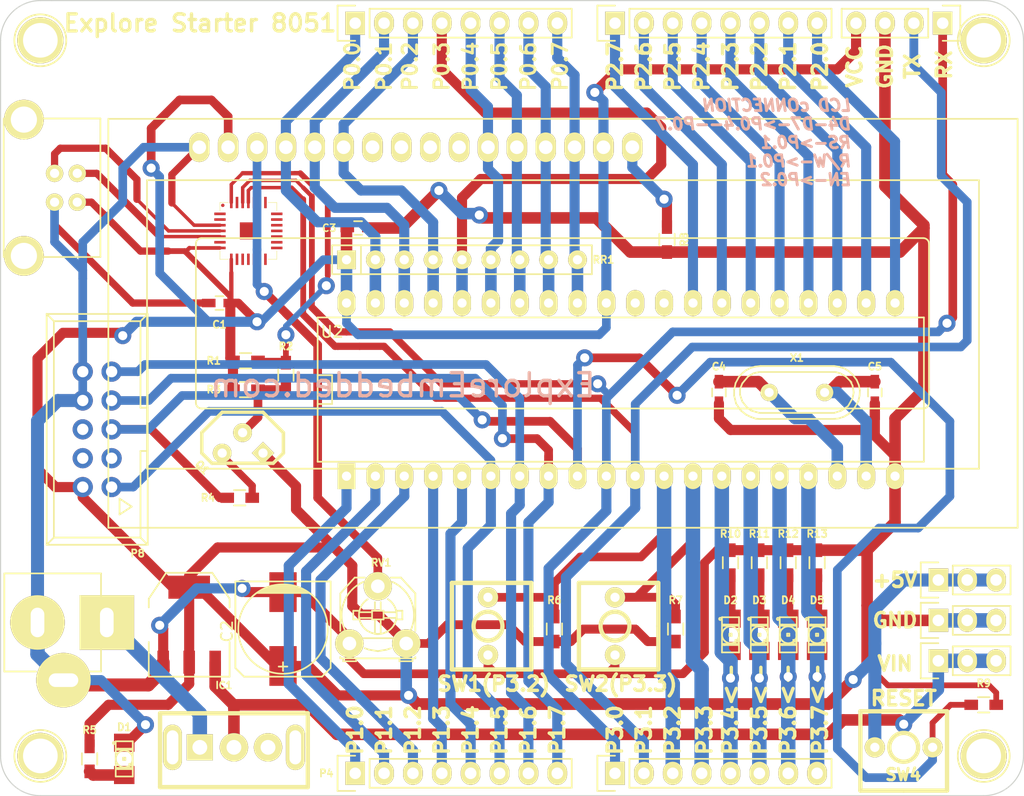
<source format=kicad_pcb>
(kicad_pcb (version 4) (host pcbnew "(2015-01-16 BZR 5376)-product")

  (general
    (links 141)
    (no_connects 0)
    (area 14.832976 31.868999 126.489634 194.078)
    (thickness 1.6)
    (drawings 58)
    (tracks 639)
    (zones 0)
    (modules 50)
    (nets 80)
  )

  (page A4)
  (layers
    (0 F.Cu signal)
    (31 B.Cu signal)
    (32 B.Adhes user)
    (33 F.Adhes user)
    (34 B.Paste user)
    (35 F.Paste user)
    (36 B.SilkS user)
    (37 F.SilkS user)
    (38 B.Mask user)
    (39 F.Mask user)
    (40 Dwgs.User user)
    (41 Cmts.User user)
    (42 Eco1.User user)
    (43 Eco2.User user)
    (44 Edge.Cuts user)
    (45 Margin user)
    (46 B.CrtYd user)
    (47 F.CrtYd user)
    (48 B.Fab user)
    (49 F.Fab user)
  )

  (setup
    (last_trace_width 0.508)
    (user_trace_width 0.3048)
    (user_trace_width 0.381)
    (user_trace_width 0.508)
    (user_trace_width 0.635)
    (user_trace_width 0.762)
    (user_trace_width 0.889)
    (user_trace_width 1.016)
    (user_trace_width 1.143)
    (user_trace_width 1.27)
    (trace_clearance 0.1778)
    (zone_clearance 0.508)
    (zone_45_only no)
    (trace_min 0.254)
    (segment_width 0.2)
    (edge_width 0.1)
    (via_size 0.889)
    (via_drill 0.635)
    (via_min_size 0.889)
    (via_min_drill 0.508)
    (user_via 1 0.55)
    (user_via 1.5 0.8)
    (uvia_size 0.508)
    (uvia_drill 0.127)
    (uvias_allowed no)
    (uvia_min_size 0.508)
    (uvia_min_drill 0.127)
    (pcb_text_width 0.3)
    (pcb_text_size 1.5 1.5)
    (mod_edge_width 0.15)
    (mod_text_size 1 1)
    (mod_text_width 0.15)
    (pad_size 4.064 4.064)
    (pad_drill 3.048)
    (pad_to_mask_clearance 0)
    (aux_axis_origin 0 0)
    (visible_elements 7FFEFFFF)
    (pcbplotparams
      (layerselection 0x00030_80000001)
      (usegerberextensions false)
      (excludeedgelayer true)
      (linewidth 0.100000)
      (plotframeref false)
      (viasonmask false)
      (mode 1)
      (useauxorigin false)
      (hpglpennumber 1)
      (hpglpenspeed 20)
      (hpglpendiameter 15)
      (hpglpenoverlay 2)
      (psnegative false)
      (psa4output false)
      (plotreference true)
      (plotvalue true)
      (plotinvisibletext false)
      (padsonsilk false)
      (subtractmaskfromsilk false)
      (outputformat 1)
      (mirror false)
      (drillshape 0)
      (scaleselection 1)
      (outputdirectory ""))
  )

  (net 0 "")
  (net 1 VCC)
  (net 2 "Net-(C4-Pad1)")
  (net 3 "Net-(C5-Pad1)")
  (net 4 "Net-(CON1-Pad1)")
  (net 5 "Net-(CON2-Pad2)")
  (net 6 "Net-(CON2-Pad3)")
  (net 7 "Net-(D1-Pad1)")
  (net 8 "Net-(D2-Pad2)")
  (net 9 /L1)
  (net 10 "Net-(D3-Pad2)")
  (net 11 /L2)
  (net 12 "Net-(D4-Pad2)")
  (net 13 /L3)
  (net 14 "Net-(D5-Pad2)")
  (net 15 /L4)
  (net 16 "Net-(DS1-Pad3)")
  (net 17 /RS)
  (net 18 /R/W)
  (net 19 /E)
  (net 20 "Net-(DS1-Pad7)")
  (net 21 "Net-(DS1-Pad8)")
  (net 22 "Net-(DS1-Pad9)")
  (net 23 "Net-(DS1-Pad10)")
  (net 24 /D4)
  (net 25 /D5)
  (net 26 /D6)
  (net 27 /D7)
  (net 28 "Net-(DS1-Pad16)")
  (net 29 /Vin)
  (net 30 "Net-(P4-Pad1)")
  (net 31 "Net-(P4-Pad2)")
  (net 32 "Net-(P4-Pad3)")
  (net 33 "Net-(P4-Pad4)")
  (net 34 "Net-(P4-Pad5)")
  (net 35 /MOSI)
  (net 36 /MISO)
  (net 37 /SCK)
  (net 38 /RX)
  (net 39 /TX)
  (net 40 /SW1)
  (net 41 /SW2)
  (net 42 "Net-(P6-Pad5)")
  (net 43 "Net-(P7-Pad4)")
  (net 44 "Net-(P8-Pad3)")
  (net 45 "Net-(P8-Pad4)")
  (net 46 /RST)
  (net 47 "Net-(P8-Pad6)")
  (net 48 "Net-(Q1-Pad2)")
  (net 49 /DTR)
  (net 50 "Net-(U1-Pad6)")
  (net 51 "Net-(U1-Pad2)")
  (net 52 "Net-(U1-Pad1)")
  (net 53 "Net-(U1-Pad27)")
  (net 54 "Net-(U1-Pad24)")
  (net 55 "Net-(U1-Pad23)")
  (net 56 "Net-(U1-Pad22)")
  (net 57 "Net-(U1-Pad21)")
  (net 58 "Net-(U1-Pad20)")
  (net 59 "Net-(U1-Pad18)")
  (net 60 "Net-(U1-Pad17)")
  (net 61 "Net-(U1-Pad16)")
  (net 62 "Net-(U1-Pad15)")
  (net 63 "Net-(U1-Pad14)")
  (net 64 "Net-(U1-Pad13)")
  (net 65 "Net-(U1-Pad12)")
  (net 66 "Net-(U1-Pad11)")
  (net 67 "Net-(U1-Pad10)")
  (net 68 "Net-(U1-Pad9)")
  (net 69 "Net-(U2-Pad29)")
  (net 70 "Net-(U2-Pad30)")
  (net 71 GND)
  (net 72 "Net-(P6-Pad1)")
  (net 73 "Net-(P6-Pad2)")
  (net 74 "Net-(P6-Pad3)")
  (net 75 "Net-(P6-Pad4)")
  (net 76 "Net-(P6-Pad6)")
  (net 77 "Net-(P6-Pad7)")
  (net 78 "Net-(P6-Pad8)")
  (net 79 "Net-(Q1-Pad3)")

  (net_class Default "This is the default net class."
    (clearance 0.1778)
    (trace_width 0.254)
    (via_dia 0.889)
    (via_drill 0.635)
    (uvia_dia 0.508)
    (uvia_drill 0.127)
    (add_net /D4)
    (add_net /D5)
    (add_net /D6)
    (add_net /D7)
    (add_net /DTR)
    (add_net /E)
    (add_net /L1)
    (add_net /L2)
    (add_net /L3)
    (add_net /L4)
    (add_net /MISO)
    (add_net /MOSI)
    (add_net /R/W)
    (add_net /RS)
    (add_net /RST)
    (add_net /RX)
    (add_net /SCK)
    (add_net /SW1)
    (add_net /SW2)
    (add_net /TX)
    (add_net /Vin)
    (add_net GND)
    (add_net "Net-(C4-Pad1)")
    (add_net "Net-(C5-Pad1)")
    (add_net "Net-(CON1-Pad1)")
    (add_net "Net-(CON2-Pad2)")
    (add_net "Net-(CON2-Pad3)")
    (add_net "Net-(D1-Pad1)")
    (add_net "Net-(D2-Pad2)")
    (add_net "Net-(D3-Pad2)")
    (add_net "Net-(D4-Pad2)")
    (add_net "Net-(D5-Pad2)")
    (add_net "Net-(DS1-Pad10)")
    (add_net "Net-(DS1-Pad16)")
    (add_net "Net-(DS1-Pad3)")
    (add_net "Net-(DS1-Pad7)")
    (add_net "Net-(DS1-Pad8)")
    (add_net "Net-(DS1-Pad9)")
    (add_net "Net-(P10-Pad1)")
    (add_net "Net-(P11-Pad1)")
    (add_net "Net-(P12-Pad1)")
    (add_net "Net-(P4-Pad1)")
    (add_net "Net-(P4-Pad2)")
    (add_net "Net-(P4-Pad3)")
    (add_net "Net-(P4-Pad4)")
    (add_net "Net-(P4-Pad5)")
    (add_net "Net-(P6-Pad1)")
    (add_net "Net-(P6-Pad2)")
    (add_net "Net-(P6-Pad3)")
    (add_net "Net-(P6-Pad4)")
    (add_net "Net-(P6-Pad5)")
    (add_net "Net-(P6-Pad6)")
    (add_net "Net-(P6-Pad7)")
    (add_net "Net-(P6-Pad8)")
    (add_net "Net-(P7-Pad4)")
    (add_net "Net-(P8-Pad3)")
    (add_net "Net-(P8-Pad4)")
    (add_net "Net-(P8-Pad6)")
    (add_net "Net-(P9-Pad1)")
    (add_net "Net-(Q1-Pad2)")
    (add_net "Net-(Q1-Pad3)")
    (add_net "Net-(U1-Pad1)")
    (add_net "Net-(U1-Pad10)")
    (add_net "Net-(U1-Pad11)")
    (add_net "Net-(U1-Pad12)")
    (add_net "Net-(U1-Pad13)")
    (add_net "Net-(U1-Pad14)")
    (add_net "Net-(U1-Pad15)")
    (add_net "Net-(U1-Pad16)")
    (add_net "Net-(U1-Pad17)")
    (add_net "Net-(U1-Pad18)")
    (add_net "Net-(U1-Pad2)")
    (add_net "Net-(U1-Pad20)")
    (add_net "Net-(U1-Pad21)")
    (add_net "Net-(U1-Pad22)")
    (add_net "Net-(U1-Pad23)")
    (add_net "Net-(U1-Pad24)")
    (add_net "Net-(U1-Pad27)")
    (add_net "Net-(U1-Pad6)")
    (add_net "Net-(U1-Pad9)")
    (add_net "Net-(U2-Pad29)")
    (add_net "Net-(U2-Pad30)")
    (add_net VCC)
  )

  (module Connect:VASCH5x2 (layer F.Cu) (tedit 56BB66A2) (tstamp 563746C6)
    (at 43.4035 69.669 90)
    (descr CONNECTOR)
    (tags CONNECTOR)
    (path /563761DC)
    (attr virtual)
    (fp_text reference P8 (at -10.922 3.556 180) (layer F.SilkS)
      (effects (font (size 0.635 0.635) (thickness 0.15)))
    )
    (fp_text value CONN_02X05 (at 1.27 6.35 90) (layer F.Fab) hide
      (effects (font (size 1 1) (thickness 0.15)))
    )
    (fp_line (start -9.525 -3.81) (end -10.16 -4.445) (layer F.SilkS) (width 0.15))
    (fp_line (start -9.525 3.81) (end -10.16 4.445) (layer F.SilkS) (width 0.15))
    (fp_line (start 9.525 3.81) (end 10.16 4.445) (layer F.SilkS) (width 0.15))
    (fp_line (start 9.525 -3.81) (end 10.16 -4.445) (layer F.SilkS) (width 0.15))
    (fp_line (start 1.905 4.445) (end 1.905 3.81) (layer F.SilkS) (width 0.15))
    (fp_line (start 1.905 3.81) (end 9.525 3.81) (layer F.SilkS) (width 0.15))
    (fp_line (start 9.525 3.81) (end 9.525 -3.81) (layer F.SilkS) (width 0.15))
    (fp_line (start 9.525 -3.81) (end -9.525 -3.81) (layer F.SilkS) (width 0.15))
    (fp_line (start -9.525 -3.81) (end -9.525 3.81) (layer F.SilkS) (width 0.15))
    (fp_line (start -9.525 3.81) (end -1.905 3.81) (layer F.SilkS) (width 0.15))
    (fp_line (start -1.905 3.81) (end -1.905 4.445) (layer F.SilkS) (width 0.15))
    (fp_line (start -10.16 4.445) (end 10.16 4.445) (layer F.SilkS) (width 0.15))
    (fp_line (start 10.16 -4.445) (end -10.16 -4.445) (layer F.SilkS) (width 0.15))
    (fp_line (start -10.16 -4.445) (end -10.16 4.445) (layer F.SilkS) (width 0.15))
    (fp_line (start 10.16 -4.445) (end 10.16 4.445) (layer F.SilkS) (width 0.15))
    (fp_line (start -7.49808 1.9685) (end -6.79958 3.03784) (layer F.SilkS) (width 0.15))
    (fp_line (start -6.79958 3.03784) (end -6.09854 1.9685) (layer F.SilkS) (width 0.15))
    (fp_line (start -6.09854 1.9685) (end -7.49808 1.9685) (layer F.SilkS) (width 0.15))
    (pad 1 thru_hole circle (at -5.08 1.27 90) (size 1.778 1.778) (drill 0.99822) (layers *.Cu *.Mask)
      (net 35 /MOSI))
    (pad 2 thru_hole circle (at -5.08 -1.27 90) (size 1.778 1.778) (drill 0.99822) (layers *.Cu *.Mask)
      (net 1 VCC))
    (pad 3 thru_hole circle (at -2.54 1.27 90) (size 1.778 1.778) (drill 0.99822) (layers *.Cu *.Mask)
      (net 44 "Net-(P8-Pad3)"))
    (pad 4 thru_hole circle (at -2.54 -1.27 90) (size 1.778 1.778) (drill 0.99822) (layers *.Cu *.Mask)
      (net 45 "Net-(P8-Pad4)"))
    (pad 5 thru_hole circle (at 0 1.27 90) (size 1.778 1.778) (drill 0.99822) (layers *.Cu *.Mask)
      (net 46 /RST))
    (pad 6 thru_hole circle (at 0 -1.27 90) (size 1.778 1.778) (drill 0.99822) (layers *.Cu *.Mask)
      (net 47 "Net-(P8-Pad6)"))
    (pad 7 thru_hole circle (at 2.54 1.27 90) (size 1.778 1.778) (drill 0.99822) (layers *.Cu *.Mask)
      (net 37 /SCK))
    (pad 8 thru_hole circle (at 2.54 -1.27 90) (size 1.778 1.778) (drill 0.99822) (layers *.Cu *.Mask)
      (net 71 GND))
    (pad 9 thru_hole circle (at 5.08 1.27 90) (size 1.778 1.778) (drill 0.99822) (layers *.Cu *.Mask)
      (net 36 /MISO))
    (pad 10 thru_hole circle (at 5.08 -1.27 90) (size 1.778 1.778) (drill 0.99822) (layers *.Cu *.Mask)
      (net 71 GND))
  )

  (module Connect:USB_B (layer F.Cu) (tedit 56BB6521) (tstamp 56B87C3C)
    (at 41.6535 49.669 180)
    (descr "USB B connector")
    (tags "USB_B USB_DEV")
    (path /563744FB)
    (fp_text reference CON2 (at 5.522 1.536 270) (layer F.SilkS) hide
      (effects (font (size 1 1) (thickness 0.15)))
    )
    (fp_text value USB-MINI-B (at 4.699 1.27 270) (layer F.Fab)
      (effects (font (size 1 1) (thickness 0.15)))
    )
    (fp_line (start 6.477 -4.826) (end 6.477 7.366) (layer F.SilkS) (width 0.15))
    (fp_line (start -2.032 7.366) (end 3.048 7.366) (layer F.SilkS) (width 0.15))
    (fp_line (start -2.032 -4.826) (end 3.048 -4.826) (layer F.SilkS) (width 0.15))
    (fp_line (start -2.032 7.366) (end -2.032 -4.826) (layer F.SilkS) (width 0.15))
    (pad 2 thru_hole circle (at 0 2.54 90) (size 1.524 1.524) (drill 0.8128) (layers *.Cu *.Mask F.SilkS)
      (net 5 "Net-(CON2-Pad2)"))
    (pad 1 thru_hole circle (at 0 0 90) (size 1.524 1.524) (drill 0.8128) (layers *.Cu *.Mask F.SilkS)
      (net 1 VCC))
    (pad 4 thru_hole circle (at 1.99898 0 90) (size 1.524 1.524) (drill 0.8128) (layers *.Cu *.Mask F.SilkS)
      (net 71 GND))
    (pad 3 thru_hole circle (at 1.99898 2.54 90) (size 1.524 1.524) (drill 0.8128) (layers *.Cu *.Mask F.SilkS)
      (net 6 "Net-(CON2-Pad3)"))
    (pad "" thru_hole circle (at 4.699 7.26948 90) (size 3.5 3.5) (drill 2.30124) (layers *.Cu *.Mask F.SilkS))
    (pad "" thru_hole circle (at 4.699 -4.72948 90) (size 3.5 3.5) (drill 2.30124) (layers *.Cu *.Mask F.SilkS))
    (model Connect.3dshapes/USB_B.wrl
      (at (xyz 0.185 -0.05 0.001))
      (scale (xyz 0.3937 0.3937 0.3937))
      (rotate (xyz 0 0 -90))
    )
  )

  (module EE:JACK_ALIM (layer F.Cu) (tedit 56BB2E11) (tstamp 563744ED)
    (at 38.1535 86.669)
    (descr "module 1 pin (ou trou mecanique de percage)")
    (tags "CONN JACK")
    (path /56376CF3)
    (fp_text reference CON1 (at 0.254 -5.588) (layer F.SilkS) hide
      (effects (font (size 1.016 1.016) (thickness 0.254)))
    )
    (fp_text value BARREL_JACK (at -5.08 5.588) (layer F.SilkS) hide
      (effects (font (size 1.016 1.016) (thickness 0.254)))
    )
    (fp_line (start 5.588 -4.318) (end 5.588 -2.413) (layer F.SilkS) (width 0.15))
    (fp_line (start 5.588 4.318) (end 5.588 2.413) (layer F.SilkS) (width 0.15))
    (fp_line (start 5.588 4.318) (end 4.572 4.318) (layer F.SilkS) (width 0.15))
    (fp_line (start -2.921 4.318) (end -0.127 4.318) (layer F.SilkS) (width 0.15))
    (fp_line (start 5.588 -4.318) (end -2.921 -4.318) (layer F.SilkS) (width 0.15))
    (fp_line (start -2.921 -4.318) (end -2.921 4.318) (layer F.SilkS) (width 0.15))
    (pad 2 thru_hole circle (at 0 0) (size 4.8006 4.8006) (drill oval 1.2 2.6) (layers *.Cu *.Mask F.SilkS)
      (net 71 GND))
    (pad 1 thru_hole rect (at 6.096 0) (size 4.8006 4.8006) (drill oval 1.2 2.6) (layers *.Cu *.Mask F.SilkS)
      (net 4 "Net-(CON1-Pad1)"))
    (pad 3 thru_hole circle (at 2.286 5.08) (size 4.8006 4.8006) (drill oval 2.6 1.2) (layers *.Cu *.Mask F.SilkS)
      (net 71 GND))
    (model connectors/POWER_21.wrl
      (at (xyz 0 0 0))
      (scale (xyz 0.8 0.8 0.8))
      (rotate (xyz 0 0 0))
    )
  )

  (module Display:WC1602A (layer F.Cu) (tedit 567CC22D) (tstamp 56374604)
    (at 52.3875 44.831)
    (descr http://www.kamami.pl/dl/wc1602a0.pdf)
    (tags "LCD 16x2 Alphanumeric 16pin")
    (path /5637B7FE)
    (fp_text reference DS1 (at -3.048 -3.556) (layer F.SilkS) hide
      (effects (font (size 1 1) (thickness 0.15)))
    )
    (fp_text value LCD-016N002L (at 31.99892 15.49908) (layer F.Fab) hide
      (effects (font (size 1 1) (thickness 0.15)))
    )
    (fp_line (start 0.20066 8.001) (end 63.70066 8.001) (layer F.SilkS) (width 0.15))
    (fp_line (start -0.29972 22.49932) (end -0.29972 8.49884) (layer F.SilkS) (width 0.15))
    (fp_line (start 63.70066 22.9997) (end 0.20066 22.9997) (layer F.SilkS) (width 0.15))
    (fp_line (start 64.20104 8.49884) (end 64.20104 22.49932) (layer F.SilkS) (width 0.15))
    (fp_arc (start 63.70066 8.49884) (end 63.70066 8.001) (angle 90) (layer F.SilkS) (width 0.15))
    (fp_arc (start 63.70066 22.49932) (end 64.20104 22.49932) (angle 90) (layer F.SilkS) (width 0.15))
    (fp_arc (start 0.20066 22.49932) (end 0.20066 22.9997) (angle 90) (layer F.SilkS) (width 0.15))
    (fp_arc (start 0.20066 8.49884) (end -0.29972 8.49884) (angle 90) (layer F.SilkS) (width 0.15))
    (fp_line (start -4.59994 2.90068) (end 68.60032 2.90068) (layer F.SilkS) (width 0.15))
    (fp_line (start 68.60032 2.90068) (end 68.60032 28.30068) (layer F.SilkS) (width 0.15))
    (fp_line (start 68.60032 28.30068) (end -4.59994 28.30068) (layer F.SilkS) (width 0.15))
    (fp_line (start -4.59994 28.30068) (end -4.59994 2.90068) (layer F.SilkS) (width 0.15))
    (fp_line (start -8.001 -2.49936) (end 71.99884 -2.49936) (layer F.SilkS) (width 0.15))
    (fp_line (start 71.99884 -2.49936) (end 71.99884 33.50006) (layer F.SilkS) (width 0.15))
    (fp_line (start 71.99884 33.50006) (end -8.001 33.50006) (layer F.SilkS) (width 0.15))
    (fp_line (start -8.001 33.50006) (end -8.001 -2.49936) (layer F.SilkS) (width 0.15))
    (pad 1 thru_hole oval (at 0 0) (size 1.8 2.6) (drill 1.2) (layers *.Cu *.Mask F.SilkS)
      (net 71 GND))
    (pad 2 thru_hole oval (at 2.54 0) (size 1.8 2.6) (drill 1.2) (layers *.Cu *.Mask F.SilkS)
      (net 1 VCC))
    (pad 3 thru_hole oval (at 5.08 0) (size 1.8 2.6) (drill 1.2) (layers *.Cu *.Mask F.SilkS)
      (net 16 "Net-(DS1-Pad3)"))
    (pad 4 thru_hole oval (at 7.62 0) (size 1.8 2.6) (drill 1.2) (layers *.Cu *.Mask F.SilkS)
      (net 17 /RS))
    (pad 5 thru_hole oval (at 10.16 0) (size 1.8 2.6) (drill 1.2) (layers *.Cu *.Mask F.SilkS)
      (net 18 /R/W))
    (pad 6 thru_hole oval (at 12.7 0) (size 1.8 2.6) (drill 1.2) (layers *.Cu *.Mask F.SilkS)
      (net 19 /E))
    (pad 7 thru_hole oval (at 15.24 0) (size 1.8 2.6) (drill 1.2) (layers *.Cu *.Mask F.SilkS)
      (net 20 "Net-(DS1-Pad7)"))
    (pad 8 thru_hole oval (at 17.78 0) (size 1.8 2.6) (drill 1.2) (layers *.Cu *.Mask F.SilkS)
      (net 21 "Net-(DS1-Pad8)"))
    (pad 9 thru_hole oval (at 20.32 0) (size 1.8 2.6) (drill 1.2) (layers *.Cu *.Mask F.SilkS)
      (net 22 "Net-(DS1-Pad9)"))
    (pad 10 thru_hole oval (at 22.86 0) (size 1.8 2.6) (drill 1.2) (layers *.Cu *.Mask F.SilkS)
      (net 23 "Net-(DS1-Pad10)"))
    (pad 11 thru_hole oval (at 25.4 0) (size 1.8 2.6) (drill 1.2) (layers *.Cu *.Mask F.SilkS)
      (net 24 /D4))
    (pad 12 thru_hole oval (at 27.94 0) (size 1.8 2.6) (drill 1.2) (layers *.Cu *.Mask F.SilkS)
      (net 25 /D5))
    (pad 13 thru_hole oval (at 30.48 0) (size 1.8 2.6) (drill 1.2) (layers *.Cu *.Mask F.SilkS)
      (net 26 /D6))
    (pad 14 thru_hole oval (at 33.02 0) (size 1.8 2.6) (drill 1.2) (layers *.Cu *.Mask F.SilkS)
      (net 27 /D7))
    (pad 15 thru_hole oval (at 35.56 0) (size 1.8 2.6) (drill 1.2) (layers *.Cu *.Mask F.SilkS)
      (net 1 VCC))
    (pad 16 thru_hole oval (at 38.1 0) (size 1.8 2.6) (drill 1.2) (layers *.Cu *.Mask F.SilkS)
      (net 28 "Net-(DS1-Pad16)"))
  )

  (module Capacitors_SMD:c_elec_8x10.5 (layer F.Cu) (tedit 567CD061) (tstamp 563744BB)
    (at 59.7535 87.249 270)
    (descr "SMT capacitor, aluminium electrolytic, 8x10.5")
    (path /563770A9)
    (attr smd)
    (fp_text reference C2 (at 0.2 4.932 270) (layer F.SilkS)
      (effects (font (size 1 1) (thickness 0.15)))
    )
    (fp_text value 100uF,25v (at 0 5.08 270) (layer F.Fab) hide
      (effects (font (size 1 1) (thickness 0.15)))
    )
    (fp_line (start -5.35 -4.55) (end 5.35 -4.55) (layer F.CrtYd) (width 0.05))
    (fp_line (start 5.35 -4.55) (end 5.35 4.55) (layer F.CrtYd) (width 0.05))
    (fp_line (start 5.35 4.55) (end -5.35 4.55) (layer F.CrtYd) (width 0.05))
    (fp_line (start -5.35 4.55) (end -5.35 -4.55) (layer F.CrtYd) (width 0.05))
    (fp_line (start -3.81 -1.016) (end -3.81 1.016) (layer F.SilkS) (width 0.15))
    (fp_line (start -3.683 1.397) (end -3.683 -1.397) (layer F.SilkS) (width 0.15))
    (fp_line (start -3.556 -1.651) (end -3.556 1.651) (layer F.SilkS) (width 0.15))
    (fp_line (start -3.429 1.905) (end -3.429 -1.905) (layer F.SilkS) (width 0.15))
    (fp_line (start -3.302 2.032) (end -3.302 -2.032) (layer F.SilkS) (width 0.15))
    (fp_line (start -3.175 -2.286) (end -3.175 2.286) (layer F.SilkS) (width 0.15))
    (fp_line (start -4.191 -4.191) (end -4.191 4.191) (layer F.SilkS) (width 0.15))
    (fp_line (start -4.191 4.191) (end 3.429 4.191) (layer F.SilkS) (width 0.15))
    (fp_line (start 3.429 4.191) (end 4.191 3.429) (layer F.SilkS) (width 0.15))
    (fp_line (start 4.191 3.429) (end 4.191 -3.429) (layer F.SilkS) (width 0.15))
    (fp_line (start 4.191 -3.429) (end 3.429 -4.191) (layer F.SilkS) (width 0.15))
    (fp_line (start 3.429 -4.191) (end -4.191 -4.191) (layer F.SilkS) (width 0.15))
    (fp_line (start 3.683 0) (end 2.921 0) (layer F.SilkS) (width 0.15))
    (fp_line (start 3.302 -0.381) (end 3.302 0.381) (layer F.SilkS) (width 0.15))
    (fp_circle (center 0 0) (end 3.937 0) (layer F.SilkS) (width 0.15))
    (pad 1 smd rect (at 3.2512 0 270) (size 3.50012 2.4003) (layers F.Cu F.Paste F.Mask)
      (net 1 VCC))
    (pad 2 smd rect (at -3.2512 0 270) (size 3.50012 2.4003) (layers F.Cu F.Paste F.Mask)
      (net 71 GND))
    (model Capacitors_SMD.3dshapes/c_elec_8x10.5.wrl
      (at (xyz 0 0 0))
      (scale (xyz 1 1 1))
      (rotate (xyz 0 0 0))
    )
  )

  (module EE:LED-1206_NEW (layer F.Cu) (tedit 563DC1D3) (tstamp 5637452C)
    (at 45.7835 98.679 90)
    (descr "LED 1206 smd package")
    (tags "LED1206 SMD")
    (path /56377230)
    (attr smd)
    (fp_text reference D1 (at 2.794 0 180) (layer F.SilkS)
      (effects (font (size 0.635 0.635) (thickness 0.15)))
    )
    (fp_text value LED (at 0 1.65 90) (layer F.Fab) hide
      (effects (font (size 1 1) (thickness 0.15)))
    )
    (fp_circle (center 1.4 -0.9) (end 1.4 -1) (layer F.SilkS) (width 0.15))
    (fp_line (start 0.09906 0.09906) (end -0.09906 0.09906) (layer F.SilkS) (width 0.15))
    (fp_line (start -0.09906 0.09906) (end -0.09906 -0.09906) (layer F.SilkS) (width 0.15))
    (fp_line (start 0.09906 -0.09906) (end -0.09906 -0.09906) (layer F.SilkS) (width 0.15))
    (fp_line (start 0.09906 0.09906) (end 0.09906 -0.09906) (layer F.SilkS) (width 0.15))
    (fp_line (start -0.44958 0.6985) (end -0.79756 0.6985) (layer F.SilkS) (width 0.15))
    (fp_line (start -0.79756 0.6985) (end -0.79756 0.44958) (layer F.SilkS) (width 0.15))
    (fp_line (start -0.44958 0.44958) (end -0.79756 0.44958) (layer F.SilkS) (width 0.15))
    (fp_line (start -0.44958 0.6985) (end -0.44958 0.44958) (layer F.SilkS) (width 0.15))
    (fp_line (start -0.79756 0.6985) (end -0.89916 0.6985) (layer F.SilkS) (width 0.15))
    (fp_line (start -0.89916 0.6985) (end -0.89916 -0.49784) (layer F.SilkS) (width 0.15))
    (fp_line (start -0.79756 -0.49784) (end -0.89916 -0.49784) (layer F.SilkS) (width 0.15))
    (fp_line (start -0.79756 0.6985) (end -0.79756 -0.49784) (layer F.SilkS) (width 0.15))
    (fp_line (start -0.79756 -0.54864) (end -0.89916 -0.54864) (layer F.SilkS) (width 0.15))
    (fp_line (start -0.89916 -0.54864) (end -0.89916 -0.6985) (layer F.SilkS) (width 0.15))
    (fp_line (start -0.79756 -0.6985) (end -0.89916 -0.6985) (layer F.SilkS) (width 0.15))
    (fp_line (start -0.79756 -0.54864) (end -0.79756 -0.6985) (layer F.SilkS) (width 0.15))
    (fp_line (start 0.89916 0.6985) (end 0.79756 0.6985) (layer F.SilkS) (width 0.15))
    (fp_line (start 0.79756 0.6985) (end 0.79756 -0.49784) (layer F.SilkS) (width 0.15))
    (fp_line (start 0.89916 -0.49784) (end 0.79756 -0.49784) (layer F.SilkS) (width 0.15))
    (fp_line (start 0.89916 0.6985) (end 0.89916 -0.49784) (layer F.SilkS) (width 0.15))
    (fp_line (start 0.89916 -0.54864) (end 0.79756 -0.54864) (layer F.SilkS) (width 0.15))
    (fp_line (start 0.79756 -0.54864) (end 0.79756 -0.6985) (layer F.SilkS) (width 0.15))
    (fp_line (start 0.89916 -0.6985) (end 0.79756 -0.6985) (layer F.SilkS) (width 0.15))
    (fp_line (start 0.89916 -0.54864) (end 0.89916 -0.6985) (layer F.SilkS) (width 0.15))
    (fp_line (start -0.44958 0.6985) (end -0.59944 0.6985) (layer F.SilkS) (width 0.15))
    (fp_line (start -0.59944 0.6985) (end -0.59944 0.44958) (layer F.SilkS) (width 0.15))
    (fp_line (start -0.44958 0.44958) (end -0.59944 0.44958) (layer F.SilkS) (width 0.15))
    (fp_line (start -0.44958 0.6985) (end -0.44958 0.44958) (layer F.SilkS) (width 0.15))
    (fp_line (start -1.5494 0.7493) (end 1.5494 0.7493) (layer F.SilkS) (width 0.15))
    (fp_line (start 1.5494 0.7493) (end 1.5494 -0.7493) (layer F.SilkS) (width 0.15))
    (fp_line (start 1.5494 -0.7493) (end -1.5494 -0.7493) (layer F.SilkS) (width 0.15))
    (fp_line (start -1.5494 -0.7493) (end -1.5494 0.7493) (layer F.SilkS) (width 0.15))
    (fp_arc (start 0 0) (end -0.54864 0.49784) (angle -95.4) (layer F.SilkS) (width 0.15))
    (fp_arc (start 0 0) (end 0.54864 0.49784) (angle -84.5) (layer F.SilkS) (width 0.15))
    (fp_arc (start 0 0) (end 0.54864 -0.49784) (angle -95.4) (layer F.SilkS) (width 0.15))
    (fp_arc (start 0 0) (end -0.54864 -0.49784) (angle -84.5) (layer F.SilkS) (width 0.15))
    (pad 2 smd rect (at 1.41986 0 270) (size 1.59766 1.80086) (layers F.Cu F.Paste F.Mask)
      (net 71 GND))
    (pad 1 smd rect (at -1.41986 0 270) (size 1.59766 1.80086) (layers F.Cu F.Paste F.Mask)
      (net 7 "Net-(D1-Pad1)"))
  )

  (module EE:LED-1206_NEW (layer F.Cu) (tedit 563DAFE8) (tstamp 56374557)
    (at 99.1235 87.757 90)
    (descr "LED 1206 smd package")
    (tags "LED1206 SMD")
    (path /5637A4B8)
    (attr smd)
    (fp_text reference D2 (at 3.048 0 180) (layer F.SilkS)
      (effects (font (size 0.635 0.635) (thickness 0.15)))
    )
    (fp_text value LED (at 0 1.65 90) (layer F.Fab) hide
      (effects (font (size 1 1) (thickness 0.15)))
    )
    (fp_circle (center 1.4 -0.9) (end 1.4 -1) (layer F.SilkS) (width 0.15))
    (fp_line (start 0.09906 0.09906) (end -0.09906 0.09906) (layer F.SilkS) (width 0.15))
    (fp_line (start -0.09906 0.09906) (end -0.09906 -0.09906) (layer F.SilkS) (width 0.15))
    (fp_line (start 0.09906 -0.09906) (end -0.09906 -0.09906) (layer F.SilkS) (width 0.15))
    (fp_line (start 0.09906 0.09906) (end 0.09906 -0.09906) (layer F.SilkS) (width 0.15))
    (fp_line (start -0.44958 0.6985) (end -0.79756 0.6985) (layer F.SilkS) (width 0.15))
    (fp_line (start -0.79756 0.6985) (end -0.79756 0.44958) (layer F.SilkS) (width 0.15))
    (fp_line (start -0.44958 0.44958) (end -0.79756 0.44958) (layer F.SilkS) (width 0.15))
    (fp_line (start -0.44958 0.6985) (end -0.44958 0.44958) (layer F.SilkS) (width 0.15))
    (fp_line (start -0.79756 0.6985) (end -0.89916 0.6985) (layer F.SilkS) (width 0.15))
    (fp_line (start -0.89916 0.6985) (end -0.89916 -0.49784) (layer F.SilkS) (width 0.15))
    (fp_line (start -0.79756 -0.49784) (end -0.89916 -0.49784) (layer F.SilkS) (width 0.15))
    (fp_line (start -0.79756 0.6985) (end -0.79756 -0.49784) (layer F.SilkS) (width 0.15))
    (fp_line (start -0.79756 -0.54864) (end -0.89916 -0.54864) (layer F.SilkS) (width 0.15))
    (fp_line (start -0.89916 -0.54864) (end -0.89916 -0.6985) (layer F.SilkS) (width 0.15))
    (fp_line (start -0.79756 -0.6985) (end -0.89916 -0.6985) (layer F.SilkS) (width 0.15))
    (fp_line (start -0.79756 -0.54864) (end -0.79756 -0.6985) (layer F.SilkS) (width 0.15))
    (fp_line (start 0.89916 0.6985) (end 0.79756 0.6985) (layer F.SilkS) (width 0.15))
    (fp_line (start 0.79756 0.6985) (end 0.79756 -0.49784) (layer F.SilkS) (width 0.15))
    (fp_line (start 0.89916 -0.49784) (end 0.79756 -0.49784) (layer F.SilkS) (width 0.15))
    (fp_line (start 0.89916 0.6985) (end 0.89916 -0.49784) (layer F.SilkS) (width 0.15))
    (fp_line (start 0.89916 -0.54864) (end 0.79756 -0.54864) (layer F.SilkS) (width 0.15))
    (fp_line (start 0.79756 -0.54864) (end 0.79756 -0.6985) (layer F.SilkS) (width 0.15))
    (fp_line (start 0.89916 -0.6985) (end 0.79756 -0.6985) (layer F.SilkS) (width 0.15))
    (fp_line (start 0.89916 -0.54864) (end 0.89916 -0.6985) (layer F.SilkS) (width 0.15))
    (fp_line (start -0.44958 0.6985) (end -0.59944 0.6985) (layer F.SilkS) (width 0.15))
    (fp_line (start -0.59944 0.6985) (end -0.59944 0.44958) (layer F.SilkS) (width 0.15))
    (fp_line (start -0.44958 0.44958) (end -0.59944 0.44958) (layer F.SilkS) (width 0.15))
    (fp_line (start -0.44958 0.6985) (end -0.44958 0.44958) (layer F.SilkS) (width 0.15))
    (fp_line (start -1.5494 0.7493) (end 1.5494 0.7493) (layer F.SilkS) (width 0.15))
    (fp_line (start 1.5494 0.7493) (end 1.5494 -0.7493) (layer F.SilkS) (width 0.15))
    (fp_line (start 1.5494 -0.7493) (end -1.5494 -0.7493) (layer F.SilkS) (width 0.15))
    (fp_line (start -1.5494 -0.7493) (end -1.5494 0.7493) (layer F.SilkS) (width 0.15))
    (fp_arc (start 0 0) (end -0.54864 0.49784) (angle -95.4) (layer F.SilkS) (width 0.15))
    (fp_arc (start 0 0) (end 0.54864 0.49784) (angle -84.5) (layer F.SilkS) (width 0.15))
    (fp_arc (start 0 0) (end 0.54864 -0.49784) (angle -95.4) (layer F.SilkS) (width 0.15))
    (fp_arc (start 0 0) (end -0.54864 -0.49784) (angle -84.5) (layer F.SilkS) (width 0.15))
    (pad 2 smd rect (at 1.41986 0 270) (size 1.59766 1.80086) (layers F.Cu F.Paste F.Mask)
      (net 8 "Net-(D2-Pad2)"))
    (pad 1 smd rect (at -1.41986 0 270) (size 1.59766 1.80086) (layers F.Cu F.Paste F.Mask)
      (net 9 /L1))
  )

  (module EE:LED-1206_NEW (layer F.Cu) (tedit 563DAFEA) (tstamp 56374582)
    (at 101.6635 87.757 90)
    (descr "LED 1206 smd package")
    (tags "LED1206 SMD")
    (path /5637A59E)
    (attr smd)
    (fp_text reference D3 (at 3.048 0 180) (layer F.SilkS)
      (effects (font (size 0.635 0.635) (thickness 0.15)))
    )
    (fp_text value LED (at 0 1.65 90) (layer F.Fab) hide
      (effects (font (size 1 1) (thickness 0.15)))
    )
    (fp_circle (center 1.4 -0.9) (end 1.4 -1) (layer F.SilkS) (width 0.15))
    (fp_line (start 0.09906 0.09906) (end -0.09906 0.09906) (layer F.SilkS) (width 0.15))
    (fp_line (start -0.09906 0.09906) (end -0.09906 -0.09906) (layer F.SilkS) (width 0.15))
    (fp_line (start 0.09906 -0.09906) (end -0.09906 -0.09906) (layer F.SilkS) (width 0.15))
    (fp_line (start 0.09906 0.09906) (end 0.09906 -0.09906) (layer F.SilkS) (width 0.15))
    (fp_line (start -0.44958 0.6985) (end -0.79756 0.6985) (layer F.SilkS) (width 0.15))
    (fp_line (start -0.79756 0.6985) (end -0.79756 0.44958) (layer F.SilkS) (width 0.15))
    (fp_line (start -0.44958 0.44958) (end -0.79756 0.44958) (layer F.SilkS) (width 0.15))
    (fp_line (start -0.44958 0.6985) (end -0.44958 0.44958) (layer F.SilkS) (width 0.15))
    (fp_line (start -0.79756 0.6985) (end -0.89916 0.6985) (layer F.SilkS) (width 0.15))
    (fp_line (start -0.89916 0.6985) (end -0.89916 -0.49784) (layer F.SilkS) (width 0.15))
    (fp_line (start -0.79756 -0.49784) (end -0.89916 -0.49784) (layer F.SilkS) (width 0.15))
    (fp_line (start -0.79756 0.6985) (end -0.79756 -0.49784) (layer F.SilkS) (width 0.15))
    (fp_line (start -0.79756 -0.54864) (end -0.89916 -0.54864) (layer F.SilkS) (width 0.15))
    (fp_line (start -0.89916 -0.54864) (end -0.89916 -0.6985) (layer F.SilkS) (width 0.15))
    (fp_line (start -0.79756 -0.6985) (end -0.89916 -0.6985) (layer F.SilkS) (width 0.15))
    (fp_line (start -0.79756 -0.54864) (end -0.79756 -0.6985) (layer F.SilkS) (width 0.15))
    (fp_line (start 0.89916 0.6985) (end 0.79756 0.6985) (layer F.SilkS) (width 0.15))
    (fp_line (start 0.79756 0.6985) (end 0.79756 -0.49784) (layer F.SilkS) (width 0.15))
    (fp_line (start 0.89916 -0.49784) (end 0.79756 -0.49784) (layer F.SilkS) (width 0.15))
    (fp_line (start 0.89916 0.6985) (end 0.89916 -0.49784) (layer F.SilkS) (width 0.15))
    (fp_line (start 0.89916 -0.54864) (end 0.79756 -0.54864) (layer F.SilkS) (width 0.15))
    (fp_line (start 0.79756 -0.54864) (end 0.79756 -0.6985) (layer F.SilkS) (width 0.15))
    (fp_line (start 0.89916 -0.6985) (end 0.79756 -0.6985) (layer F.SilkS) (width 0.15))
    (fp_line (start 0.89916 -0.54864) (end 0.89916 -0.6985) (layer F.SilkS) (width 0.15))
    (fp_line (start -0.44958 0.6985) (end -0.59944 0.6985) (layer F.SilkS) (width 0.15))
    (fp_line (start -0.59944 0.6985) (end -0.59944 0.44958) (layer F.SilkS) (width 0.15))
    (fp_line (start -0.44958 0.44958) (end -0.59944 0.44958) (layer F.SilkS) (width 0.15))
    (fp_line (start -0.44958 0.6985) (end -0.44958 0.44958) (layer F.SilkS) (width 0.15))
    (fp_line (start -1.5494 0.7493) (end 1.5494 0.7493) (layer F.SilkS) (width 0.15))
    (fp_line (start 1.5494 0.7493) (end 1.5494 -0.7493) (layer F.SilkS) (width 0.15))
    (fp_line (start 1.5494 -0.7493) (end -1.5494 -0.7493) (layer F.SilkS) (width 0.15))
    (fp_line (start -1.5494 -0.7493) (end -1.5494 0.7493) (layer F.SilkS) (width 0.15))
    (fp_arc (start 0 0) (end -0.54864 0.49784) (angle -95.4) (layer F.SilkS) (width 0.15))
    (fp_arc (start 0 0) (end 0.54864 0.49784) (angle -84.5) (layer F.SilkS) (width 0.15))
    (fp_arc (start 0 0) (end 0.54864 -0.49784) (angle -95.4) (layer F.SilkS) (width 0.15))
    (fp_arc (start 0 0) (end -0.54864 -0.49784) (angle -84.5) (layer F.SilkS) (width 0.15))
    (pad 2 smd rect (at 1.41986 0 270) (size 1.59766 1.80086) (layers F.Cu F.Paste F.Mask)
      (net 10 "Net-(D3-Pad2)"))
    (pad 1 smd rect (at -1.41986 0 270) (size 1.59766 1.80086) (layers F.Cu F.Paste F.Mask)
      (net 11 /L2))
  )

  (module EE:LED-1206_NEW (layer F.Cu) (tedit 563DAFEB) (tstamp 563745AD)
    (at 104.2035 87.757 90)
    (descr "LED 1206 smd package")
    (tags "LED1206 SMD")
    (path /5637A5DB)
    (attr smd)
    (fp_text reference D4 (at 3.048 0 180) (layer F.SilkS)
      (effects (font (size 0.635 0.635) (thickness 0.15)))
    )
    (fp_text value LED (at 0 1.65 90) (layer F.Fab) hide
      (effects (font (size 1 1) (thickness 0.15)))
    )
    (fp_circle (center 1.4 -0.9) (end 1.4 -1) (layer F.SilkS) (width 0.15))
    (fp_line (start 0.09906 0.09906) (end -0.09906 0.09906) (layer F.SilkS) (width 0.15))
    (fp_line (start -0.09906 0.09906) (end -0.09906 -0.09906) (layer F.SilkS) (width 0.15))
    (fp_line (start 0.09906 -0.09906) (end -0.09906 -0.09906) (layer F.SilkS) (width 0.15))
    (fp_line (start 0.09906 0.09906) (end 0.09906 -0.09906) (layer F.SilkS) (width 0.15))
    (fp_line (start -0.44958 0.6985) (end -0.79756 0.6985) (layer F.SilkS) (width 0.15))
    (fp_line (start -0.79756 0.6985) (end -0.79756 0.44958) (layer F.SilkS) (width 0.15))
    (fp_line (start -0.44958 0.44958) (end -0.79756 0.44958) (layer F.SilkS) (width 0.15))
    (fp_line (start -0.44958 0.6985) (end -0.44958 0.44958) (layer F.SilkS) (width 0.15))
    (fp_line (start -0.79756 0.6985) (end -0.89916 0.6985) (layer F.SilkS) (width 0.15))
    (fp_line (start -0.89916 0.6985) (end -0.89916 -0.49784) (layer F.SilkS) (width 0.15))
    (fp_line (start -0.79756 -0.49784) (end -0.89916 -0.49784) (layer F.SilkS) (width 0.15))
    (fp_line (start -0.79756 0.6985) (end -0.79756 -0.49784) (layer F.SilkS) (width 0.15))
    (fp_line (start -0.79756 -0.54864) (end -0.89916 -0.54864) (layer F.SilkS) (width 0.15))
    (fp_line (start -0.89916 -0.54864) (end -0.89916 -0.6985) (layer F.SilkS) (width 0.15))
    (fp_line (start -0.79756 -0.6985) (end -0.89916 -0.6985) (layer F.SilkS) (width 0.15))
    (fp_line (start -0.79756 -0.54864) (end -0.79756 -0.6985) (layer F.SilkS) (width 0.15))
    (fp_line (start 0.89916 0.6985) (end 0.79756 0.6985) (layer F.SilkS) (width 0.15))
    (fp_line (start 0.79756 0.6985) (end 0.79756 -0.49784) (layer F.SilkS) (width 0.15))
    (fp_line (start 0.89916 -0.49784) (end 0.79756 -0.49784) (layer F.SilkS) (width 0.15))
    (fp_line (start 0.89916 0.6985) (end 0.89916 -0.49784) (layer F.SilkS) (width 0.15))
    (fp_line (start 0.89916 -0.54864) (end 0.79756 -0.54864) (layer F.SilkS) (width 0.15))
    (fp_line (start 0.79756 -0.54864) (end 0.79756 -0.6985) (layer F.SilkS) (width 0.15))
    (fp_line (start 0.89916 -0.6985) (end 0.79756 -0.6985) (layer F.SilkS) (width 0.15))
    (fp_line (start 0.89916 -0.54864) (end 0.89916 -0.6985) (layer F.SilkS) (width 0.15))
    (fp_line (start -0.44958 0.6985) (end -0.59944 0.6985) (layer F.SilkS) (width 0.15))
    (fp_line (start -0.59944 0.6985) (end -0.59944 0.44958) (layer F.SilkS) (width 0.15))
    (fp_line (start -0.44958 0.44958) (end -0.59944 0.44958) (layer F.SilkS) (width 0.15))
    (fp_line (start -0.44958 0.6985) (end -0.44958 0.44958) (layer F.SilkS) (width 0.15))
    (fp_line (start -1.5494 0.7493) (end 1.5494 0.7493) (layer F.SilkS) (width 0.15))
    (fp_line (start 1.5494 0.7493) (end 1.5494 -0.7493) (layer F.SilkS) (width 0.15))
    (fp_line (start 1.5494 -0.7493) (end -1.5494 -0.7493) (layer F.SilkS) (width 0.15))
    (fp_line (start -1.5494 -0.7493) (end -1.5494 0.7493) (layer F.SilkS) (width 0.15))
    (fp_arc (start 0 0) (end -0.54864 0.49784) (angle -95.4) (layer F.SilkS) (width 0.15))
    (fp_arc (start 0 0) (end 0.54864 0.49784) (angle -84.5) (layer F.SilkS) (width 0.15))
    (fp_arc (start 0 0) (end 0.54864 -0.49784) (angle -95.4) (layer F.SilkS) (width 0.15))
    (fp_arc (start 0 0) (end -0.54864 -0.49784) (angle -84.5) (layer F.SilkS) (width 0.15))
    (pad 2 smd rect (at 1.41986 0 270) (size 1.59766 1.80086) (layers F.Cu F.Paste F.Mask)
      (net 12 "Net-(D4-Pad2)"))
    (pad 1 smd rect (at -1.41986 0 270) (size 1.59766 1.80086) (layers F.Cu F.Paste F.Mask)
      (net 13 /L3))
  )

  (module EE:LED-1206_NEW (layer F.Cu) (tedit 567CC2DD) (tstamp 563745D8)
    (at 106.7435 87.757 90)
    (descr "LED 1206 smd package")
    (tags "LED1206 SMD")
    (path /5637A61F)
    (attr smd)
    (fp_text reference D5 (at 3.048 0 180) (layer F.SilkS)
      (effects (font (size 0.635 0.653796) (thickness 0.15)))
    )
    (fp_text value LED (at 0 1.65 90) (layer F.Fab) hide
      (effects (font (size 1 1) (thickness 0.15)))
    )
    (fp_circle (center 1.4 -0.9) (end 1.4 -1) (layer F.SilkS) (width 0.15))
    (fp_line (start 0.09906 0.09906) (end -0.09906 0.09906) (layer F.SilkS) (width 0.15))
    (fp_line (start -0.09906 0.09906) (end -0.09906 -0.09906) (layer F.SilkS) (width 0.15))
    (fp_line (start 0.09906 -0.09906) (end -0.09906 -0.09906) (layer F.SilkS) (width 0.15))
    (fp_line (start 0.09906 0.09906) (end 0.09906 -0.09906) (layer F.SilkS) (width 0.15))
    (fp_line (start -0.44958 0.6985) (end -0.79756 0.6985) (layer F.SilkS) (width 0.15))
    (fp_line (start -0.79756 0.6985) (end -0.79756 0.44958) (layer F.SilkS) (width 0.15))
    (fp_line (start -0.44958 0.44958) (end -0.79756 0.44958) (layer F.SilkS) (width 0.15))
    (fp_line (start -0.44958 0.6985) (end -0.44958 0.44958) (layer F.SilkS) (width 0.15))
    (fp_line (start -0.79756 0.6985) (end -0.89916 0.6985) (layer F.SilkS) (width 0.15))
    (fp_line (start -0.89916 0.6985) (end -0.89916 -0.49784) (layer F.SilkS) (width 0.15))
    (fp_line (start -0.79756 -0.49784) (end -0.89916 -0.49784) (layer F.SilkS) (width 0.15))
    (fp_line (start -0.79756 0.6985) (end -0.79756 -0.49784) (layer F.SilkS) (width 0.15))
    (fp_line (start -0.79756 -0.54864) (end -0.89916 -0.54864) (layer F.SilkS) (width 0.15))
    (fp_line (start -0.89916 -0.54864) (end -0.89916 -0.6985) (layer F.SilkS) (width 0.15))
    (fp_line (start -0.79756 -0.6985) (end -0.89916 -0.6985) (layer F.SilkS) (width 0.15))
    (fp_line (start -0.79756 -0.54864) (end -0.79756 -0.6985) (layer F.SilkS) (width 0.15))
    (fp_line (start 0.89916 0.6985) (end 0.79756 0.6985) (layer F.SilkS) (width 0.15))
    (fp_line (start 0.79756 0.6985) (end 0.79756 -0.49784) (layer F.SilkS) (width 0.15))
    (fp_line (start 0.89916 -0.49784) (end 0.79756 -0.49784) (layer F.SilkS) (width 0.15))
    (fp_line (start 0.89916 0.6985) (end 0.89916 -0.49784) (layer F.SilkS) (width 0.15))
    (fp_line (start 0.89916 -0.54864) (end 0.79756 -0.54864) (layer F.SilkS) (width 0.15))
    (fp_line (start 0.79756 -0.54864) (end 0.79756 -0.6985) (layer F.SilkS) (width 0.15))
    (fp_line (start 0.89916 -0.6985) (end 0.79756 -0.6985) (layer F.SilkS) (width 0.15))
    (fp_line (start 0.89916 -0.54864) (end 0.89916 -0.6985) (layer F.SilkS) (width 0.15))
    (fp_line (start -0.44958 0.6985) (end -0.59944 0.6985) (layer F.SilkS) (width 0.15))
    (fp_line (start -0.59944 0.6985) (end -0.59944 0.44958) (layer F.SilkS) (width 0.15))
    (fp_line (start -0.44958 0.44958) (end -0.59944 0.44958) (layer F.SilkS) (width 0.15))
    (fp_line (start -0.44958 0.6985) (end -0.44958 0.44958) (layer F.SilkS) (width 0.15))
    (fp_line (start -1.5494 0.7493) (end 1.5494 0.7493) (layer F.SilkS) (width 0.15))
    (fp_line (start 1.5494 0.7493) (end 1.5494 -0.7493) (layer F.SilkS) (width 0.15))
    (fp_line (start 1.5494 -0.7493) (end -1.5494 -0.7493) (layer F.SilkS) (width 0.15))
    (fp_line (start -1.5494 -0.7493) (end -1.5494 0.7493) (layer F.SilkS) (width 0.15))
    (fp_arc (start 0 0) (end -0.54864 0.49784) (angle -95.4) (layer F.SilkS) (width 0.15))
    (fp_arc (start 0 0) (end 0.54864 0.49784) (angle -84.5) (layer F.SilkS) (width 0.15))
    (fp_arc (start 0 0) (end 0.54864 -0.49784) (angle -95.4) (layer F.SilkS) (width 0.15))
    (fp_arc (start 0 0) (end -0.54864 -0.49784) (angle -84.5) (layer F.SilkS) (width 0.15))
    (pad 2 smd rect (at 1.41986 0 270) (size 1.59766 1.80086) (layers F.Cu F.Paste F.Mask)
      (net 14 "Net-(D5-Pad2)"))
    (pad 1 smd rect (at -1.41986 0 270) (size 1.59766 1.80086) (layers F.Cu F.Paste F.Mask)
      (net 15 /L4))
  )

  (module EE:LM_1117 (layer F.Cu) (tedit 563DB63A) (tstamp 56374614)
    (at 51.4985 86.868)
    (descr "module CMS SOT223 4 pins")
    (tags "CMS SOT")
    (path /56377005)
    (attr smd)
    (fp_text reference IC1 (at 3.048 5.334 180) (layer F.SilkS)
      (effects (font (size 0.6 0.6) (thickness 0.15)))
    )
    (fp_text value LM1117 (at 0 0) (layer F.SilkS) hide
      (effects (font (size 1 1) (thickness 0.15)))
    )
    (fp_line (start -3.556 1.524) (end -3.556 4.572) (layer F.SilkS) (width 0.15))
    (fp_line (start -3.556 4.572) (end 3.556 4.572) (layer F.SilkS) (width 0.15))
    (fp_line (start 3.556 4.572) (end 3.556 1.524) (layer F.SilkS) (width 0.15))
    (fp_line (start -3.556 -1.524) (end -3.556 -2.286) (layer F.SilkS) (width 0.15))
    (fp_line (start -3.556 -2.286) (end -2.032 -4.572) (layer F.SilkS) (width 0.15))
    (fp_line (start -2.032 -4.572) (end 2.032 -4.572) (layer F.SilkS) (width 0.15))
    (fp_line (start 2.032 -4.572) (end 3.556 -2.286) (layer F.SilkS) (width 0.15))
    (fp_line (start 3.556 -2.286) (end 3.556 -1.524) (layer F.SilkS) (width 0.15))
    (pad 4 smd rect (at 0 -3.302) (size 3.6576 2.032) (layers F.Cu F.Paste F.Mask)
      (net 1 VCC))
    (pad 2 smd rect (at 0 3.302) (size 1.016 2.032) (layers F.Cu F.Paste F.Mask)
      (net 1 VCC))
    (pad 3 smd rect (at 2.286 3.302) (size 1.016 2.032) (layers F.Cu F.Paste F.Mask)
      (net 29 /Vin))
    (pad 1 smd rect (at -2.286 3.302) (size 1.016 2.032) (layers F.Cu F.Paste F.Mask)
      (net 71 GND))
    (model SMD_Packages.3dshapes/SOT-223.wrl
      (at (xyz 0 0 0))
      (scale (xyz 0.4 0.4 0.4))
      (rotate (xyz 0 0 0))
    )
  )

  (module Pin_Headers:Pin_Header_Straight_1x03 (layer F.Cu) (tedit 563D9555) (tstamp 56374626)
    (at 117.4115 90.043 90)
    (descr "Through hole pin header")
    (tags "pin header")
    (path /56377FFA)
    (fp_text reference P1 (at 0 -2.794 90) (layer F.SilkS) hide
      (effects (font (size 1 1) (thickness 0.15)))
    )
    (fp_text value CONN_01X03 (at 0 -3.1 90) (layer F.Fab) hide
      (effects (font (size 1 1) (thickness 0.15)))
    )
    (fp_line (start -1.75 -1.75) (end -1.75 6.85) (layer F.CrtYd) (width 0.05))
    (fp_line (start 1.75 -1.75) (end 1.75 6.85) (layer F.CrtYd) (width 0.05))
    (fp_line (start -1.75 -1.75) (end 1.75 -1.75) (layer F.CrtYd) (width 0.05))
    (fp_line (start -1.75 6.85) (end 1.75 6.85) (layer F.CrtYd) (width 0.05))
    (fp_line (start -1.27 1.27) (end -1.27 6.35) (layer F.SilkS) (width 0.15))
    (fp_line (start -1.27 6.35) (end 1.27 6.35) (layer F.SilkS) (width 0.15))
    (fp_line (start 1.27 6.35) (end 1.27 1.27) (layer F.SilkS) (width 0.15))
    (fp_line (start 1.55 -1.55) (end 1.55 0) (layer F.SilkS) (width 0.15))
    (fp_line (start 1.27 1.27) (end -1.27 1.27) (layer F.SilkS) (width 0.15))
    (fp_line (start -1.55 0) (end -1.55 -1.55) (layer F.SilkS) (width 0.15))
    (fp_line (start -1.55 -1.55) (end 1.55 -1.55) (layer F.SilkS) (width 0.15))
    (pad 1 thru_hole rect (at 0 0 90) (size 2.032 1.7272) (drill 1.016) (layers *.Cu *.Mask F.SilkS)
      (net 29 /Vin))
    (pad 2 thru_hole oval (at 0 2.54 90) (size 2.032 1.7272) (drill 1.016) (layers *.Cu *.Mask F.SilkS)
      (net 29 /Vin))
    (pad 3 thru_hole oval (at 0 5.08 90) (size 2.032 1.7272) (drill 1.016) (layers *.Cu *.Mask F.SilkS)
      (net 29 /Vin))
    (model Pin_Headers.3dshapes/Pin_Header_Straight_1x03.wrl
      (at (xyz 0 -0.1 0))
      (scale (xyz 1 1 1))
      (rotate (xyz 0 0 90))
    )
  )

  (module Pin_Headers:Pin_Header_Straight_1x03 (layer F.Cu) (tedit 567CC240) (tstamp 56374638)
    (at 117.4115 86.487 90)
    (descr "Through hole pin header")
    (tags "pin header")
    (path /563780A4)
    (fp_text reference P2 (at 0 -2.794 90) (layer F.SilkS) hide
      (effects (font (size 1 1) (thickness 0.15)))
    )
    (fp_text value CONN_01X03 (at 0 -3.1 90) (layer F.Fab) hide
      (effects (font (size 1 1) (thickness 0.15)))
    )
    (fp_line (start -1.75 -1.75) (end -1.75 6.85) (layer F.CrtYd) (width 0.05))
    (fp_line (start 1.75 -1.75) (end 1.75 6.85) (layer F.CrtYd) (width 0.05))
    (fp_line (start -1.75 -1.75) (end 1.75 -1.75) (layer F.CrtYd) (width 0.05))
    (fp_line (start -1.75 6.85) (end 1.75 6.85) (layer F.CrtYd) (width 0.05))
    (fp_line (start -1.27 1.27) (end -1.27 6.35) (layer F.SilkS) (width 0.15))
    (fp_line (start -1.27 6.35) (end 1.27 6.35) (layer F.SilkS) (width 0.15))
    (fp_line (start 1.27 6.35) (end 1.27 1.27) (layer F.SilkS) (width 0.15))
    (fp_line (start 1.55 -1.55) (end 1.55 0) (layer F.SilkS) (width 0.15))
    (fp_line (start 1.27 1.27) (end -1.27 1.27) (layer F.SilkS) (width 0.15))
    (fp_line (start -1.55 0) (end -1.55 -1.55) (layer F.SilkS) (width 0.15))
    (fp_line (start -1.55 -1.55) (end 1.55 -1.55) (layer F.SilkS) (width 0.15))
    (pad 1 thru_hole rect (at 0 0 90) (size 2.032 1.7272) (drill 1.016) (layers *.Cu *.Mask F.SilkS)
      (net 71 GND))
    (pad 2 thru_hole oval (at 0 2.54 90) (size 2.032 1.7272) (drill 1.016) (layers *.Cu *.Mask F.SilkS)
      (net 71 GND))
    (pad 3 thru_hole oval (at 0 5.08 90) (size 2.032 1.7272) (drill 1.016) (layers *.Cu *.Mask F.SilkS)
      (net 71 GND))
    (model Pin_Headers.3dshapes/Pin_Header_Straight_1x03.wrl
      (at (xyz 0 -0.1 0))
      (scale (xyz 1 1 1))
      (rotate (xyz 0 0 90))
    )
  )

  (module Pin_Headers:Pin_Header_Straight_1x03 (layer F.Cu) (tedit 567CC23D) (tstamp 5637464A)
    (at 117.4115 82.931 90)
    (descr "Through hole pin header")
    (tags "pin header")
    (path /563780E2)
    (fp_text reference P3 (at 0 -2.54 90) (layer F.SilkS) hide
      (effects (font (size 1 1) (thickness 0.15)))
    )
    (fp_text value CONN_01X03 (at 0 -3.1 90) (layer F.Fab) hide
      (effects (font (size 1 1) (thickness 0.15)))
    )
    (fp_line (start -1.75 -1.75) (end -1.75 6.85) (layer F.CrtYd) (width 0.05))
    (fp_line (start 1.75 -1.75) (end 1.75 6.85) (layer F.CrtYd) (width 0.05))
    (fp_line (start -1.75 -1.75) (end 1.75 -1.75) (layer F.CrtYd) (width 0.05))
    (fp_line (start -1.75 6.85) (end 1.75 6.85) (layer F.CrtYd) (width 0.05))
    (fp_line (start -1.27 1.27) (end -1.27 6.35) (layer F.SilkS) (width 0.15))
    (fp_line (start -1.27 6.35) (end 1.27 6.35) (layer F.SilkS) (width 0.15))
    (fp_line (start 1.27 6.35) (end 1.27 1.27) (layer F.SilkS) (width 0.15))
    (fp_line (start 1.55 -1.55) (end 1.55 0) (layer F.SilkS) (width 0.15))
    (fp_line (start 1.27 1.27) (end -1.27 1.27) (layer F.SilkS) (width 0.15))
    (fp_line (start -1.55 0) (end -1.55 -1.55) (layer F.SilkS) (width 0.15))
    (fp_line (start -1.55 -1.55) (end 1.55 -1.55) (layer F.SilkS) (width 0.15))
    (pad 1 thru_hole rect (at 0 0 90) (size 2.032 1.7272) (drill 1.016) (layers *.Cu *.Mask F.SilkS)
      (net 1 VCC))
    (pad 2 thru_hole oval (at 0 2.54 90) (size 2.032 1.7272) (drill 1.016) (layers *.Cu *.Mask F.SilkS)
      (net 1 VCC))
    (pad 3 thru_hole oval (at 0 5.08 90) (size 2.032 1.7272) (drill 1.016) (layers *.Cu *.Mask F.SilkS)
      (net 1 VCC))
    (model Pin_Headers.3dshapes/Pin_Header_Straight_1x03.wrl
      (at (xyz 0 -0.1 0))
      (scale (xyz 1 1 1))
      (rotate (xyz 0 0 90))
    )
  )

  (module Pin_Headers:Pin_Header_Straight_1x08 (layer F.Cu) (tedit 563D95BD) (tstamp 56374661)
    (at 66.1035 99.949 90)
    (descr "Through hole pin header")
    (tags "pin header")
    (path /5637330D)
    (fp_text reference P4 (at 0 -2.54 180) (layer F.SilkS)
      (effects (font (size 0.635 0.635) (thickness 0.15)))
    )
    (fp_text value CONN_01X08 (at 0 -3.1 90) (layer F.Fab) hide
      (effects (font (size 1 1) (thickness 0.15)))
    )
    (fp_line (start -1.75 -1.75) (end -1.75 19.55) (layer F.CrtYd) (width 0.05))
    (fp_line (start 1.75 -1.75) (end 1.75 19.55) (layer F.CrtYd) (width 0.05))
    (fp_line (start -1.75 -1.75) (end 1.75 -1.75) (layer F.CrtYd) (width 0.05))
    (fp_line (start -1.75 19.55) (end 1.75 19.55) (layer F.CrtYd) (width 0.05))
    (fp_line (start 1.27 1.27) (end 1.27 19.05) (layer F.SilkS) (width 0.15))
    (fp_line (start 1.27 19.05) (end -1.27 19.05) (layer F.SilkS) (width 0.15))
    (fp_line (start -1.27 19.05) (end -1.27 1.27) (layer F.SilkS) (width 0.15))
    (fp_line (start 1.55 -1.55) (end 1.55 0) (layer F.SilkS) (width 0.15))
    (fp_line (start 1.27 1.27) (end -1.27 1.27) (layer F.SilkS) (width 0.15))
    (fp_line (start -1.55 0) (end -1.55 -1.55) (layer F.SilkS) (width 0.15))
    (fp_line (start -1.55 -1.55) (end 1.55 -1.55) (layer F.SilkS) (width 0.15))
    (pad 1 thru_hole rect (at 0 0 90) (size 2.032 1.7272) (drill 1.016) (layers *.Cu *.Mask F.SilkS)
      (net 30 "Net-(P4-Pad1)"))
    (pad 2 thru_hole oval (at 0 2.54 90) (size 2.032 1.7272) (drill 1.016) (layers *.Cu *.Mask F.SilkS)
      (net 31 "Net-(P4-Pad2)"))
    (pad 3 thru_hole oval (at 0 5.08 90) (size 2.032 1.7272) (drill 1.016) (layers *.Cu *.Mask F.SilkS)
      (net 32 "Net-(P4-Pad3)"))
    (pad 4 thru_hole oval (at 0 7.62 90) (size 2.032 1.7272) (drill 1.016) (layers *.Cu *.Mask F.SilkS)
      (net 33 "Net-(P4-Pad4)"))
    (pad 5 thru_hole oval (at 0 10.16 90) (size 2.032 1.7272) (drill 1.016) (layers *.Cu *.Mask F.SilkS)
      (net 34 "Net-(P4-Pad5)"))
    (pad 6 thru_hole oval (at 0 12.7 90) (size 2.032 1.7272) (drill 1.016) (layers *.Cu *.Mask F.SilkS)
      (net 35 /MOSI))
    (pad 7 thru_hole oval (at 0 15.24 90) (size 2.032 1.7272) (drill 1.016) (layers *.Cu *.Mask F.SilkS)
      (net 36 /MISO))
    (pad 8 thru_hole oval (at 0 17.78 90) (size 2.032 1.7272) (drill 1.016) (layers *.Cu *.Mask F.SilkS)
      (net 37 /SCK))
    (model Pin_Headers.3dshapes/Pin_Header_Straight_1x08.wrl
      (at (xyz 0 -0.35 0))
      (scale (xyz 1 1 1))
      (rotate (xyz 0 0 90))
    )
  )

  (module Pin_Headers:Pin_Header_Straight_1x08 (layer F.Cu) (tedit 56BB336F) (tstamp 56374678)
    (at 88.9635 99.949 90)
    (descr "Through hole pin header")
    (tags "pin header")
    (path /56373378)
    (fp_text reference P5 (at 0 -5.1 90) (layer F.SilkS) hide
      (effects (font (size 1 1) (thickness 0.15)))
    )
    (fp_text value CONN_01X08 (at 0 -3.1 90) (layer F.Fab) hide
      (effects (font (size 1 1) (thickness 0.15)))
    )
    (fp_line (start -1.75 -1.75) (end -1.75 19.55) (layer F.CrtYd) (width 0.05))
    (fp_line (start 1.75 -1.75) (end 1.75 19.55) (layer F.CrtYd) (width 0.05))
    (fp_line (start -1.75 -1.75) (end 1.75 -1.75) (layer F.CrtYd) (width 0.05))
    (fp_line (start -1.75 19.55) (end 1.75 19.55) (layer F.CrtYd) (width 0.05))
    (fp_line (start 1.27 1.27) (end 1.27 19.05) (layer F.SilkS) (width 0.15))
    (fp_line (start 1.27 19.05) (end -1.27 19.05) (layer F.SilkS) (width 0.15))
    (fp_line (start -1.27 19.05) (end -1.27 1.27) (layer F.SilkS) (width 0.15))
    (fp_line (start 1.55 -1.55) (end 1.55 0) (layer F.SilkS) (width 0.15))
    (fp_line (start 1.27 1.27) (end -1.27 1.27) (layer F.SilkS) (width 0.15))
    (fp_line (start -1.55 0) (end -1.55 -1.55) (layer F.SilkS) (width 0.15))
    (fp_line (start -1.55 -1.55) (end 1.55 -1.55) (layer F.SilkS) (width 0.15))
    (pad 1 thru_hole rect (at 0 0 90) (size 2.032 1.7272) (drill 1.016) (layers *.Cu *.Mask F.SilkS)
      (net 38 /RX))
    (pad 2 thru_hole oval (at 0 2.54 90) (size 2.032 1.7272) (drill 1.016) (layers *.Cu *.Mask F.SilkS)
      (net 39 /TX))
    (pad 3 thru_hole oval (at 0 5.08 90) (size 2.032 1.7272) (drill 1.016) (layers *.Cu *.Mask F.SilkS)
      (net 40 /SW1))
    (pad 4 thru_hole oval (at 0 7.62 90) (size 2.032 1.7272) (drill 1.016) (layers *.Cu *.Mask F.SilkS)
      (net 41 /SW2))
    (pad 5 thru_hole oval (at 0 10.16 90) (size 2.032 1.7272) (drill 1.016) (layers *.Cu *.Mask F.SilkS)
      (net 9 /L1))
    (pad 6 thru_hole oval (at 0 12.7 90) (size 2.032 1.7272) (drill 1.016) (layers *.Cu *.Mask F.SilkS)
      (net 11 /L2))
    (pad 7 thru_hole oval (at 0 15.24 90) (size 2.032 1.7272) (drill 1.016) (layers *.Cu *.Mask F.SilkS)
      (net 13 /L3))
    (pad 8 thru_hole oval (at 0 17.78 90) (size 2.032 1.7272) (drill 1.016) (layers *.Cu *.Mask F.SilkS)
      (net 15 /L4))
    (model Pin_Headers.3dshapes/Pin_Header_Straight_1x08.wrl
      (at (xyz 0 -0.35 0))
      (scale (xyz 1 1 1))
      (rotate (xyz 0 0 90))
    )
  )

  (module Pin_Headers:Pin_Header_Straight_1x08 (layer F.Cu) (tedit 56BB3367) (tstamp 5637468F)
    (at 88.9635 33.909 90)
    (descr "Through hole pin header")
    (tags "pin header")
    (path /563733DB)
    (fp_text reference P6 (at 0 -5.1 90) (layer F.SilkS) hide
      (effects (font (size 1 1) (thickness 0.15)))
    )
    (fp_text value CONN_01X08 (at 0 -3.1 90) (layer F.Fab) hide
      (effects (font (size 1 1) (thickness 0.15)))
    )
    (fp_line (start -1.75 -1.75) (end -1.75 19.55) (layer F.CrtYd) (width 0.05))
    (fp_line (start 1.75 -1.75) (end 1.75 19.55) (layer F.CrtYd) (width 0.05))
    (fp_line (start -1.75 -1.75) (end 1.75 -1.75) (layer F.CrtYd) (width 0.05))
    (fp_line (start -1.75 19.55) (end 1.75 19.55) (layer F.CrtYd) (width 0.05))
    (fp_line (start 1.27 1.27) (end 1.27 19.05) (layer F.SilkS) (width 0.15))
    (fp_line (start 1.27 19.05) (end -1.27 19.05) (layer F.SilkS) (width 0.15))
    (fp_line (start -1.27 19.05) (end -1.27 1.27) (layer F.SilkS) (width 0.15))
    (fp_line (start 1.55 -1.55) (end 1.55 0) (layer F.SilkS) (width 0.15))
    (fp_line (start 1.27 1.27) (end -1.27 1.27) (layer F.SilkS) (width 0.15))
    (fp_line (start -1.55 0) (end -1.55 -1.55) (layer F.SilkS) (width 0.15))
    (fp_line (start -1.55 -1.55) (end 1.55 -1.55) (layer F.SilkS) (width 0.15))
    (pad 1 thru_hole rect (at 0 0 90) (size 2.032 1.7272) (drill 1.016) (layers *.Cu *.Mask F.SilkS)
      (net 72 "Net-(P6-Pad1)"))
    (pad 2 thru_hole oval (at 0 2.54 90) (size 2.032 1.7272) (drill 1.016) (layers *.Cu *.Mask F.SilkS)
      (net 73 "Net-(P6-Pad2)"))
    (pad 3 thru_hole oval (at 0 5.08 90) (size 2.032 1.7272) (drill 1.016) (layers *.Cu *.Mask F.SilkS)
      (net 74 "Net-(P6-Pad3)"))
    (pad 4 thru_hole oval (at 0 7.62 90) (size 2.032 1.7272) (drill 1.016) (layers *.Cu *.Mask F.SilkS)
      (net 75 "Net-(P6-Pad4)"))
    (pad 5 thru_hole oval (at 0 10.16 90) (size 2.032 1.7272) (drill 1.016) (layers *.Cu *.Mask F.SilkS)
      (net 42 "Net-(P6-Pad5)"))
    (pad 6 thru_hole oval (at 0 12.7 90) (size 2.032 1.7272) (drill 1.016) (layers *.Cu *.Mask F.SilkS)
      (net 76 "Net-(P6-Pad6)"))
    (pad 7 thru_hole oval (at 0 15.24 90) (size 2.032 1.7272) (drill 1.016) (layers *.Cu *.Mask F.SilkS)
      (net 77 "Net-(P6-Pad7)"))
    (pad 8 thru_hole oval (at 0 17.78 90) (size 2.032 1.7272) (drill 1.016) (layers *.Cu *.Mask F.SilkS)
      (net 78 "Net-(P6-Pad8)"))
    (model Pin_Headers.3dshapes/Pin_Header_Straight_1x08.wrl
      (at (xyz 0 -0.35 0))
      (scale (xyz 1 1 1))
      (rotate (xyz 0 0 90))
    )
  )

  (module Pin_Headers:Pin_Header_Straight_1x08 (layer F.Cu) (tedit 567CC228) (tstamp 563746A6)
    (at 66.1035 33.909 90)
    (descr "Through hole pin header")
    (tags "pin header")
    (path /5637339B)
    (fp_text reference P7 (at 0 -2.54 180) (layer F.SilkS) hide
      (effects (font (size 0.635 0.635) (thickness 0.15)))
    )
    (fp_text value CONN_01X08 (at 0 -3.1 90) (layer F.Fab) hide
      (effects (font (size 1 1) (thickness 0.15)))
    )
    (fp_line (start -1.75 -1.75) (end -1.75 19.55) (layer F.CrtYd) (width 0.05))
    (fp_line (start 1.75 -1.75) (end 1.75 19.55) (layer F.CrtYd) (width 0.05))
    (fp_line (start -1.75 -1.75) (end 1.75 -1.75) (layer F.CrtYd) (width 0.05))
    (fp_line (start -1.75 19.55) (end 1.75 19.55) (layer F.CrtYd) (width 0.05))
    (fp_line (start 1.27 1.27) (end 1.27 19.05) (layer F.SilkS) (width 0.15))
    (fp_line (start 1.27 19.05) (end -1.27 19.05) (layer F.SilkS) (width 0.15))
    (fp_line (start -1.27 19.05) (end -1.27 1.27) (layer F.SilkS) (width 0.15))
    (fp_line (start 1.55 -1.55) (end 1.55 0) (layer F.SilkS) (width 0.15))
    (fp_line (start 1.27 1.27) (end -1.27 1.27) (layer F.SilkS) (width 0.15))
    (fp_line (start -1.55 0) (end -1.55 -1.55) (layer F.SilkS) (width 0.15))
    (fp_line (start -1.55 -1.55) (end 1.55 -1.55) (layer F.SilkS) (width 0.15))
    (pad 1 thru_hole rect (at 0 0 90) (size 2.032 1.7272) (drill 1.016) (layers *.Cu *.Mask F.SilkS)
      (net 17 /RS))
    (pad 2 thru_hole oval (at 0 2.54 90) (size 2.032 1.7272) (drill 1.016) (layers *.Cu *.Mask F.SilkS)
      (net 18 /R/W))
    (pad 3 thru_hole oval (at 0 5.08 90) (size 2.032 1.7272) (drill 1.016) (layers *.Cu *.Mask F.SilkS)
      (net 19 /E))
    (pad 4 thru_hole oval (at 0 7.62 90) (size 2.032 1.7272) (drill 1.016) (layers *.Cu *.Mask F.SilkS)
      (net 43 "Net-(P7-Pad4)"))
    (pad 5 thru_hole oval (at 0 10.16 90) (size 2.032 1.7272) (drill 1.016) (layers *.Cu *.Mask F.SilkS)
      (net 24 /D4))
    (pad 6 thru_hole oval (at 0 12.7 90) (size 2.032 1.7272) (drill 1.016) (layers *.Cu *.Mask F.SilkS)
      (net 25 /D5))
    (pad 7 thru_hole oval (at 0 15.24 90) (size 2.032 1.7272) (drill 1.016) (layers *.Cu *.Mask F.SilkS)
      (net 26 /D6))
    (pad 8 thru_hole oval (at 0 17.78 90) (size 2.032 1.7272) (drill 1.016) (layers *.Cu *.Mask F.SilkS)
      (net 27 /D7))
    (model Pin_Headers.3dshapes/Pin_Header_Straight_1x08.wrl
      (at (xyz 0 -0.35 0))
      (scale (xyz 1 1 1))
      (rotate (xyz 0 0 90))
    )
  )

  (module EE:BC557 (layer F.Cu) (tedit 567CC64F) (tstamp 563746D5)
    (at 56.1975 71.755 315)
    (descr "Transistor TO92 brochage type BC237")
    (tags "TR TO92")
    (path /5640B6F4)
    (fp_text reference Q1 (at -1.616446 3.412497 315) (layer F.SilkS)
      (effects (font (size 0.635 0.635) (thickness 0.15875)))
    )
    (fp_text value PNP (at -1.27 -5.08 315) (layer F.SilkS) hide
      (effects (font (size 1.016 1.016) (thickness 0.2032)))
    )
    (fp_line (start -1.27 2.54) (end 2.54 -1.27) (layer F.SilkS) (width 0.3048))
    (fp_line (start 2.54 -1.27) (end 2.54 -2.54) (layer F.SilkS) (width 0.3048))
    (fp_line (start 2.54 -2.54) (end 1.27 -3.81) (layer F.SilkS) (width 0.3048))
    (fp_line (start 1.27 -3.81) (end -1.27 -3.81) (layer F.SilkS) (width 0.3048))
    (fp_line (start -1.27 -3.81) (end -3.81 -1.27) (layer F.SilkS) (width 0.3048))
    (fp_line (start -3.81 -1.27) (end -3.81 1.27) (layer F.SilkS) (width 0.3048))
    (fp_line (start -3.81 1.27) (end -2.54 2.54) (layer F.SilkS) (width 0.3048))
    (fp_line (start -2.54 2.54) (end -1.27 2.54) (layer F.SilkS) (width 0.3048))
    (pad 1 thru_hole rect (at 1.27 -1.27 315) (size 1.397 1.397) (drill 0.8128) (layers *.Cu *.Mask F.SilkS)
      (net 1 VCC))
    (pad 2 thru_hole circle (at -1.27 -1.27 315) (size 1.651 1.651) (drill 0.8128) (layers *.Cu *.Mask F.SilkS)
      (net 48 "Net-(Q1-Pad2)"))
    (pad 3 thru_hole circle (at -1.27 1.27 315) (size 1.651 1.651) (drill 0.8128) (layers *.Cu *.Mask F.SilkS)
      (net 79 "Net-(Q1-Pad3)"))
    (model discret/to98.wrl
      (at (xyz 0 0 0))
      (scale (xyz 1 1 1))
      (rotate (xyz 0 0 0))
    )
  )

  (module Resistors_ThroughHole:Resistor_Array_SIP8 (layer F.Cu) (tedit 56BB65B8) (tstamp 56374783)
    (at 75.5015 54.737)
    (descr "8 R pack")
    (tags R)
    (path /56373463)
    (fp_text reference RR1 (at 12.446 0) (layer F.SilkS)
      (effects (font (size 0.635 0.635) (thickness 0.15)))
    )
    (fp_text value RR8 (at 0 2.032) (layer F.Fab) hide
      (effects (font (size 1 1) (thickness 0.15)))
    )
    (fp_line (start 11.43 -1.27) (end 11.43 1.27) (layer F.SilkS) (width 0.15))
    (fp_line (start 11.43 1.27) (end -11.43 1.27) (layer F.SilkS) (width 0.15))
    (fp_line (start -11.43 1.27) (end -11.43 -1.27) (layer F.SilkS) (width 0.15))
    (fp_line (start 11.43 -1.27) (end -11.43 -1.27) (layer F.SilkS) (width 0.15))
    (fp_line (start -8.89 -1.27) (end -8.89 1.27) (layer F.SilkS) (width 0.15))
    (pad 1 thru_hole rect (at -10.16 0) (size 1.651 1.651) (drill 0.8128) (layers *.Cu *.Mask F.SilkS)
      (net 1 VCC))
    (pad 2 thru_hole circle (at -7.62 0) (size 1.651 1.651) (drill 0.8128) (layers *.Cu *.Mask F.SilkS)
      (net 17 /RS))
    (pad 3 thru_hole circle (at -5.08 0) (size 1.651 1.651) (drill 0.8128) (layers *.Cu *.Mask F.SilkS)
      (net 18 /R/W))
    (pad 4 thru_hole circle (at -2.54 0) (size 1.651 1.651) (drill 0.8128) (layers *.Cu *.Mask F.SilkS)
      (net 19 /E))
    (pad 5 thru_hole circle (at 0 0) (size 1.651 1.651) (drill 0.8128) (layers *.Cu *.Mask F.SilkS)
      (net 43 "Net-(P7-Pad4)"))
    (pad 6 thru_hole circle (at 2.54 0) (size 1.651 1.651) (drill 0.8128) (layers *.Cu *.Mask F.SilkS)
      (net 24 /D4))
    (pad 7 thru_hole circle (at 5.08 0) (size 1.651 1.651) (drill 0.8128) (layers *.Cu *.Mask F.SilkS)
      (net 25 /D5))
    (pad 8 thru_hole circle (at 7.62 0) (size 1.651 1.651) (drill 0.8128) (layers *.Cu *.Mask F.SilkS)
      (net 26 /D6))
    (pad 9 thru_hole circle (at 10.16 0) (size 1.651 1.651) (drill 0.8128) (layers *.Cu *.Mask F.SilkS)
      (net 27 /D7))
    (model Resistors_ThroughHole.3dshapes/Resistor_Array_SIP8.wrl
      (at (xyz 0 0 0))
      (scale (xyz 1 1 1))
      (rotate (xyz 0 0 0))
    )
  )

  (module Potentiometers:Potentiometer_Triwood_RM-065 (layer F.Cu) (tedit 567CC657) (tstamp 563747B8)
    (at 65.5955 88.519)
    (descr "Potentiometer, Trimmer, RM-065")
    (tags "Potentiometer, Trimmer, RM-065")
    (path /5637B986)
    (fp_text reference RV1 (at 2.794 -7.112) (layer F.SilkS)
      (effects (font (size 0.635 0.635) (thickness 0.15)))
    )
    (fp_text value POT (at 2.49936 2.58064) (layer F.Fab) hide
      (effects (font (size 1 1) (thickness 0.15)))
    )
    (fp_line (start 2.24536 -2.88036) (end 2.24536 -3.64236) (layer F.SilkS) (width 0.15))
    (fp_line (start 2.75336 -2.88036) (end 2.75336 -3.64236) (layer F.SilkS) (width 0.15))
    (fp_arc (start 2.49936 -2.49936) (end 4.15036 -2.24536) (angle 90) (layer F.SilkS) (width 0.15))
    (fp_arc (start 2.49936 -2.49936) (end 2.62636 -0.84836) (angle 90) (layer F.SilkS) (width 0.15))
    (fp_arc (start 2.49936 -2.49936) (end 3.38836 -3.89636) (angle 90) (layer F.SilkS) (width 0.15))
    (fp_arc (start 2.49936 -2.49936) (end 1.10236 -1.61036) (angle 90) (layer F.SilkS) (width 0.15))
    (fp_line (start -0.80264 1.31064) (end -0.80264 1.18364) (layer F.SilkS) (width 0.15))
    (fp_line (start -0.80264 -2.49936) (end -0.80264 -1.10236) (layer F.SilkS) (width 0.15))
    (fp_line (start 5.80136 1.31064) (end 5.80136 1.18364) (layer F.SilkS) (width 0.15))
    (fp_line (start 5.80136 -2.49936) (end 5.80136 -1.10236) (layer F.SilkS) (width 0.15))
    (fp_line (start 1.35636 0.42164) (end 1.73736 0.54864) (layer F.SilkS) (width 0.15))
    (fp_line (start 1.73736 0.54864) (end 2.49936 0.67564) (layer F.SilkS) (width 0.15))
    (fp_line (start 2.49936 0.67564) (end 3.26136 0.54864) (layer F.SilkS) (width 0.15))
    (fp_line (start 3.26136 0.54864) (end 3.64236 0.42164) (layer F.SilkS) (width 0.15))
    (fp_line (start 1.22936 -0.46736) (end 3.76936 -0.46736) (layer F.SilkS) (width 0.15))
    (fp_arc (start 2.49936 -2.49936) (end 3.76936 -5.42036) (angle 90) (layer F.SilkS) (width 0.15))
    (fp_arc (start 2.49936 -2.49936) (end -0.42164 -1.22936) (angle 90) (layer F.SilkS) (width 0.15))
    (fp_line (start 4.53136 -5.80136) (end 3.64236 -5.80136) (layer F.SilkS) (width 0.15))
    (fp_line (start 1.35636 -5.80136) (end 0.46736 -5.80136) (layer F.SilkS) (width 0.15))
    (fp_line (start 4.15036 -2.88036) (end 4.65836 -2.88036) (layer F.SilkS) (width 0.15))
    (fp_line (start 4.65836 -2.88036) (end 4.65836 -2.11836) (layer F.SilkS) (width 0.15))
    (fp_line (start 4.65836 -2.11836) (end 4.15036 -2.11836) (layer F.SilkS) (width 0.15))
    (fp_line (start 0.84836 -2.88036) (end 0.34036 -2.88036) (layer F.SilkS) (width 0.15))
    (fp_line (start 0.34036 -2.88036) (end 0.34036 -2.11836) (layer F.SilkS) (width 0.15))
    (fp_line (start 0.34036 -2.11836) (end 0.84836 -2.11836) (layer F.SilkS) (width 0.15))
    (fp_line (start 3.00736 -2.24536) (end 4.15036 -2.24536) (layer F.SilkS) (width 0.15))
    (fp_line (start 3.00736 -2.75336) (end 4.15036 -2.75336) (layer F.SilkS) (width 0.15))
    (fp_line (start 1.99136 -2.24536) (end 0.84836 -2.24536) (layer F.SilkS) (width 0.15))
    (fp_line (start 1.99136 -2.75336) (end 0.84836 -2.75336) (layer F.SilkS) (width 0.15))
    (fp_line (start 2.75336 -2.11836) (end 2.75336 -0.84836) (layer F.SilkS) (width 0.15))
    (fp_line (start 2.24536 -2.11836) (end 2.24536 -0.84836) (layer F.SilkS) (width 0.15))
    (fp_line (start 1.99136 -2.88036) (end 1.99136 -2.11836) (layer F.SilkS) (width 0.15))
    (fp_line (start 1.99136 -2.11836) (end 3.00736 -2.11836) (layer F.SilkS) (width 0.15))
    (fp_line (start 3.00736 -2.11836) (end 3.00736 -2.88036) (layer F.SilkS) (width 0.15))
    (fp_line (start 3.00736 -2.88036) (end 1.99136 -2.88036) (layer F.SilkS) (width 0.15))
    (fp_line (start 0.46736 -5.80136) (end -0.80264 -4.40436) (layer F.SilkS) (width 0.15))
    (fp_line (start -0.80264 -4.40436) (end -0.80264 -2.49936) (layer F.SilkS) (width 0.15))
    (fp_line (start 4.53136 -5.80136) (end 5.80136 -4.40436) (layer F.SilkS) (width 0.15))
    (fp_line (start 5.80136 -4.40436) (end 5.80136 -2.49936) (layer F.SilkS) (width 0.15))
    (fp_line (start 5.54736 1.31064) (end 5.54736 1.56464) (layer F.SilkS) (width 0.15))
    (fp_line (start 5.54736 1.56464) (end 4.40436 1.56464) (layer F.SilkS) (width 0.15))
    (fp_line (start 4.40436 1.56464) (end 4.40436 1.31064) (layer F.SilkS) (width 0.15))
    (fp_line (start -0.54864 1.31064) (end -0.54864 1.56464) (layer F.SilkS) (width 0.15))
    (fp_line (start -0.54864 1.56464) (end 0.59436 1.56464) (layer F.SilkS) (width 0.15))
    (fp_line (start 0.59436 1.56464) (end 0.59436 1.31064) (layer F.SilkS) (width 0.15))
    (fp_line (start -0.80264 1.31064) (end 5.80136 1.31064) (layer F.SilkS) (width 0.15))
    (pad 2 thru_hole circle (at 2.49936 -5.03936) (size 2.49936 2.49936) (drill 1.19888) (layers *.Cu *.Mask F.SilkS)
      (net 16 "Net-(DS1-Pad3)"))
    (pad 3 thru_hole circle (at 4.99872 0) (size 2.49936 2.49936) (drill 1.19888) (layers *.Cu *.Mask F.SilkS)
      (net 1 VCC))
    (pad 1 thru_hole circle (at 0 0) (size 2.49936 2.49936) (drill 1.19888) (layers *.Cu *.Mask F.SilkS)
      (net 71 GND))
    (model Potentiometers.3dshapes/Potentiometer_Triwood_RM-065.wrl
      (at (xyz 0 0 0))
      (scale (xyz 4 4 4))
      (rotate (xyz 0 0 0))
    )
  )

  (module EE:SPSPT_XL_NEW (layer F.Cu) (tedit 567CC276) (tstamp 563747C6)
    (at 55.4355 97.663)
    (descr "Connecteur 3 pins")
    (tags SWITCH)
    (path /56376EB9)
    (fp_text reference SW1 (at 0 -2.54) (layer F.SilkS) hide
      (effects (font (size 1.7907 1.07696) (thickness 0.26924)))
    )
    (fp_text value SW_PUSH (at 0 -2.54) (layer F.SilkS) hide
      (effects (font (size 1.524 1.016) (thickness 0.254)))
    )
    (fp_line (start 6.49986 0) (end 6.49986 -2.99974) (layer F.SilkS) (width 0.381))
    (fp_line (start 6.49986 -2.99974) (end -6.49986 -2.99974) (layer F.SilkS) (width 0.381))
    (fp_line (start -6.49986 -2.99974) (end -6.49986 3.50012) (layer F.SilkS) (width 0.381))
    (fp_line (start -6.49986 3.50012) (end 6.49986 3.50012) (layer F.SilkS) (width 0.381))
    (fp_line (start 6.49986 3.50012) (end 6.49986 0) (layer F.SilkS) (width 0.381))
    (pad 1 thru_hole rect (at -3 0) (size 2.3 2.3) (drill 1.3) (layers *.Cu *.Mask F.SilkS)
      (net 4 "Net-(CON1-Pad1)"))
    (pad 2 thru_hole circle (at 0 0) (size 2.5 2.5) (drill 1.3) (layers *.Cu *.Mask F.SilkS)
      (net 29 /Vin))
    (pad 3 thru_hole circle (at 3 0) (size 2.5 2.5) (drill 1.3) (layers *.Cu *.Mask F.SilkS))
    (pad "" thru_hole oval (at 5.40004 0) (size 1.651 4) (drill oval 1.016 3) (layers *.Cu *.Mask F.SilkS))
    (pad "" thru_hole oval (at -5.40004 0) (size 1.651 4) (drill oval 1.016 3) (layers *.Cu *.Mask F.SilkS))
    (model device/switch_slide_straight_terminal.wrl
      (at (xyz 0 0 0))
      (scale (xyz 0.6 0.8 0.8))
      (rotate (xyz 0 0 0))
    )
  )

  (module EE:SW_PUSH_SMALL_2pin_3D_xl (layer F.Cu) (tedit 56BB66F0) (tstamp 563747D2)
    (at 77.7875 86.995 270)
    (path /56379094)
    (fp_text reference SW2 (at 0.04572 -2.40284 270) (layer F.SilkS) hide
      (effects (font (size 1.016 1.016) (thickness 0.254)))
    )
    (fp_text value SW_PUSH (at -1.00076 1.00076 270) (layer F.SilkS) hide
      (effects (font (size 1.016 1.016) (thickness 0.254)))
    )
    (fp_line (start 0 -3.81) (end 3.81 -3.81) (layer F.SilkS) (width 0.381))
    (fp_line (start 3.81 -3.81) (end 3.81 3.175) (layer F.SilkS) (width 0.381))
    (fp_line (start 3.81 3.175) (end -3.81 3.175) (layer F.SilkS) (width 0.381))
    (fp_line (start -3.81 3.175) (end -3.81 -3.81) (layer F.SilkS) (width 0.381))
    (fp_line (start -3.81 -3.81) (end 0 -3.81) (layer F.SilkS) (width 0.381))
    (fp_circle (center 0 0) (end 1.27 0) (layer F.SilkS) (width 0.381))
    (pad 1 thru_hole circle (at -2.54 0 270) (size 1.778 1.778) (drill 0.8128) (layers *.Cu *.Mask F.SilkS)
      (net 40 /SW1))
    (pad 2 thru_hole circle (at 2.54 0 270) (size 1.778 1.778) (drill 0.8128) (layers *.Cu *.Mask F.SilkS)
      (net 71 GND))
    (model discret\push_butt_shape1_blue.wrl
      (at (xyz 0 0 0))
      (scale (xyz 0.6 0.6 0.6))
      (rotate (xyz 0 0 0))
    )
  )

  (module EE:SW_PUSH_SMALL_2pin_3D_xl (layer F.Cu) (tedit 56BB66E5) (tstamp 563747DE)
    (at 88.9635 86.995 270)
    (path /56379102)
    (fp_text reference SW3 (at 0.04572 -2.40284 270) (layer F.SilkS) hide
      (effects (font (size 1.016 1.016) (thickness 0.254)))
    )
    (fp_text value SW_PUSH (at -1.00076 1.00076 270) (layer F.SilkS) hide
      (effects (font (size 1.016 1.016) (thickness 0.254)))
    )
    (fp_line (start 0 -3.81) (end 3.81 -3.81) (layer F.SilkS) (width 0.381))
    (fp_line (start 3.81 -3.81) (end 3.81 3.175) (layer F.SilkS) (width 0.381))
    (fp_line (start 3.81 3.175) (end -3.81 3.175) (layer F.SilkS) (width 0.381))
    (fp_line (start -3.81 3.175) (end -3.81 -3.81) (layer F.SilkS) (width 0.381))
    (fp_line (start -3.81 -3.81) (end 0 -3.81) (layer F.SilkS) (width 0.381))
    (fp_circle (center 0 0) (end 1.27 0) (layer F.SilkS) (width 0.381))
    (pad 1 thru_hole circle (at -2.54 0 270) (size 1.778 1.778) (drill 0.8128) (layers *.Cu *.Mask F.SilkS)
      (net 41 /SW2))
    (pad 2 thru_hole circle (at 2.54 0 270) (size 1.778 1.778) (drill 0.8128) (layers *.Cu *.Mask F.SilkS)
      (net 71 GND))
    (model discret\push_butt_shape1_blue.wrl
      (at (xyz 0 0 0))
      (scale (xyz 0.6 0.6 0.6))
      (rotate (xyz 0 0 0))
    )
  )

  (module EE:SW_PUSH_SMALL_2pin_3D_xl (layer F.Cu) (tedit 56BB655B) (tstamp 563747EA)
    (at 114.3635 97.663 180)
    (path /56373DE0)
    (fp_text reference SW4 (at 0.04572 -2.40284 180) (layer F.SilkS)
      (effects (font (size 1.016 1.016) (thickness 0.254)))
    )
    (fp_text value SW_PUSH (at -1.00076 1.00076 180) (layer F.SilkS) hide
      (effects (font (size 1.016 1.016) (thickness 0.254)))
    )
    (fp_line (start 0 -3.81) (end 3.81 -3.81) (layer F.SilkS) (width 0.381))
    (fp_line (start 3.81 -3.81) (end 3.81 3.175) (layer F.SilkS) (width 0.381))
    (fp_line (start 3.81 3.175) (end -3.81 3.175) (layer F.SilkS) (width 0.381))
    (fp_line (start -3.81 3.175) (end -3.81 -3.81) (layer F.SilkS) (width 0.381))
    (fp_line (start -3.81 -3.81) (end 0 -3.81) (layer F.SilkS) (width 0.381))
    (fp_circle (center 0 0) (end 1.27 0) (layer F.SilkS) (width 0.381))
    (pad 1 thru_hole circle (at -2.54 0 180) (size 1.778 1.778) (drill 0.8128) (layers *.Cu *.Mask F.SilkS)
      (net 46 /RST))
    (pad 2 thru_hole circle (at 2.54 0 180) (size 1.778 1.778) (drill 0.8128) (layers *.Cu *.Mask F.SilkS)
      (net 1 VCC))
    (model discret\push_butt_shape1_blue.wrl
      (at (xyz 0 0 0))
      (scale (xyz 0.6 0.6 0.6))
      (rotate (xyz 0 0 0))
    )
  )

  (module EE:cp2102_xl2 (layer F.Cu) (tedit 532B0A5D) (tstamp 56374814)
    (at 56.7055 52.197)
    (path /5637445E)
    (fp_text reference U1 (at -0.24892 -6.49986) (layer F.SilkS) hide
      (effects (font (thickness 0.3048)))
    )
    (fp_text value CP2102 (at 0.24892 6.49986) (layer F.SilkS) hide
      (effects (font (thickness 0.3048)))
    )
    (fp_line (start -2.49936 -1.75006) (end -2.49936 -2.49936) (layer F.SilkS) (width 0.0508))
    (fp_line (start -2.49936 -2.49936) (end -1.75006 -2.49936) (layer F.SilkS) (width 0.0508))
    (fp_line (start 1.75006 -2.49936) (end 2.49936 -2.49936) (layer F.SilkS) (width 0.0508))
    (fp_line (start 2.49936 -2.49936) (end 2.49936 -1.75006) (layer F.SilkS) (width 0.0508))
    (fp_line (start -1.75006 2.49936) (end -2.49936 2.49936) (layer F.SilkS) (width 0.0508))
    (fp_line (start -2.49936 2.49936) (end -2.49936 1.75006) (layer F.SilkS) (width 0.0508))
    (fp_line (start 1.75006 2.49936) (end 2.49936 2.49936) (layer F.SilkS) (width 0.0508))
    (fp_line (start 2.49936 2.49936) (end 2.49936 1.75006) (layer F.SilkS) (width 0.0508))
    (pad 7 smd rect (at -2.49936 1.50114) (size 1.00076 0.23114) (layers F.Cu F.Paste F.Mask)
      (net 1 VCC))
    (pad 6 smd rect (at -2.49936 1.00076) (size 1.00076 0.23114) (layers F.Cu F.Paste F.Mask)
      (net 50 "Net-(U1-Pad6)"))
    (pad 5 smd rect (at -2.49936 0.50038) (size 1.00076 0.23114) (layers F.Cu F.Paste F.Mask)
      (net 5 "Net-(CON2-Pad2)"))
    (pad 4 smd rect (at -2.49936 0) (size 1.00076 0.23114) (layers F.Cu F.Paste F.Mask)
      (net 6 "Net-(CON2-Pad3)"))
    (pad 3 smd rect (at -2.49936 -0.50038) (size 1.00076 0.23114) (layers F.Cu F.Paste F.Mask)
      (net 71 GND))
    (pad 2 smd rect (at -2.49936 -1.00076) (size 1.00076 0.23114) (layers F.Cu F.Paste F.Mask)
      (net 51 "Net-(U1-Pad2)"))
    (pad 1 smd rect (at -2.49936 -1.50114) (size 1.00076 0.23114) (layers F.Cu F.Paste F.Mask)
      (net 52 "Net-(U1-Pad1)"))
    (pad 28 smd rect (at -1.50114 -2.49936) (size 0.23114 1.00076) (layers F.Cu F.Paste F.Mask)
      (net 49 /DTR))
    (pad 27 smd rect (at -1.00076 -2.49936) (size 0.23114 1.00076) (layers F.Cu F.Paste F.Mask)
      (net 53 "Net-(U1-Pad27)"))
    (pad 26 smd rect (at -0.50038 -2.49936) (size 0.23114 1.00076) (layers F.Cu F.Paste F.Mask)
      (net 38 /RX))
    (pad 25 smd rect (at 0 -2.49936) (size 0.23114 1.00076) (layers F.Cu F.Paste F.Mask)
      (net 39 /TX))
    (pad 24 smd rect (at 0.50038 -2.49936) (size 0.23114 1.00076) (layers F.Cu F.Paste F.Mask)
      (net 54 "Net-(U1-Pad24)"))
    (pad 23 smd rect (at 1.00076 -2.49936) (size 0.23114 1.00076) (layers F.Cu F.Paste F.Mask)
      (net 55 "Net-(U1-Pad23)"))
    (pad 22 smd rect (at 1.50114 -2.49936) (size 0.23114 1.00076) (layers F.Cu F.Paste F.Mask)
      (net 56 "Net-(U1-Pad22)"))
    (pad 21 smd rect (at 2.49936 -1.50114) (size 1.00076 0.23114) (layers F.Cu F.Paste F.Mask)
      (net 57 "Net-(U1-Pad21)"))
    (pad 20 smd rect (at 2.49936 -1.00076) (size 1.00076 0.23114) (layers F.Cu F.Paste F.Mask)
      (net 58 "Net-(U1-Pad20)"))
    (pad 19 smd rect (at 2.49936 -0.50038) (size 1.00076 0.23114) (layers F.Cu F.Paste F.Mask))
    (pad 18 smd rect (at 2.49936 0) (size 1.00076 0.23114) (layers F.Cu F.Paste F.Mask)
      (net 59 "Net-(U1-Pad18)"))
    (pad 17 smd rect (at 2.49936 0.50038) (size 1.00076 0.23114) (layers F.Cu F.Paste F.Mask)
      (net 60 "Net-(U1-Pad17)"))
    (pad 16 smd rect (at 2.49936 1.00076) (size 1.00076 0.23114) (layers F.Cu F.Paste F.Mask)
      (net 61 "Net-(U1-Pad16)"))
    (pad 15 smd rect (at 2.49936 1.50114) (size 1.00076 0.23114) (layers F.Cu F.Paste F.Mask)
      (net 62 "Net-(U1-Pad15)"))
    (pad 14 smd rect (at 1.50114 2.49936) (size 0.23114 1.00076) (layers F.Cu F.Paste F.Mask)
      (net 63 "Net-(U1-Pad14)"))
    (pad 13 smd rect (at 1.00076 2.49936) (size 0.23114 1.00076) (layers F.Cu F.Paste F.Mask)
      (net 64 "Net-(U1-Pad13)"))
    (pad 12 smd rect (at 0.50038 2.49936) (size 0.23114 1.00076) (layers F.Cu F.Paste F.Mask)
      (net 65 "Net-(U1-Pad12)"))
    (pad 11 smd rect (at 0 2.49936) (size 0.23114 1.00076) (layers F.Cu F.Paste F.Mask)
      (net 66 "Net-(U1-Pad11)"))
    (pad 10 smd rect (at -0.50038 2.49936) (size 0.23114 1.00076) (layers F.Cu F.Paste F.Mask)
      (net 67 "Net-(U1-Pad10)"))
    (pad 9 smd rect (at -1.00076 2.49936) (size 0.23114 1.00076) (layers F.Cu F.Paste F.Mask)
      (net 68 "Net-(U1-Pad9)"))
    (pad 8 smd rect (at -1.50114 2.49936) (size 0.23114 1.00076) (layers F.Cu F.Paste F.Mask)
      (net 1 VCC))
    (pad 29 smd rect (at 0 0) (size 1.50114 1.50114) (layers F.Cu F.Paste F.Mask))
    (pad "" smd circle (at -2.25044 -2.25044) (size 0.29972 0.29972) (layers F.Cu F.Paste F.Mask))
  )

  (module Sockets_DIP:DIP-40__600_ELL (layer F.Cu) (tedit 563D93BC) (tstamp 56374847)
    (at 89.4715 66.167)
    (descr "Module Dil 40 pins, pads elliptiques, e=600 mils")
    (tags DIL)
    (path /563732E9)
    (fp_text reference U2 (at -25.4 -5.08) (layer F.SilkS)
      (effects (font (size 1 1) (thickness 0.15)))
    )
    (fp_text value AT89S52 (at 0 2.54) (layer F.Fab) hide
      (effects (font (size 1 1) (thickness 0.15)))
    )
    (fp_line (start -26.67 -1.27) (end -25.4 -1.27) (layer F.SilkS) (width 0.15))
    (fp_line (start -25.4 -1.27) (end -25.4 1.27) (layer F.SilkS) (width 0.15))
    (fp_line (start -25.4 1.27) (end -26.67 1.27) (layer F.SilkS) (width 0.15))
    (fp_line (start -26.67 -6.35) (end 26.67 -6.35) (layer F.SilkS) (width 0.15))
    (fp_line (start 26.67 -6.35) (end 26.67 6.35) (layer F.SilkS) (width 0.15))
    (fp_line (start 26.67 6.35) (end -26.67 6.35) (layer F.SilkS) (width 0.15))
    (fp_line (start -26.67 6.35) (end -26.67 -6.35) (layer F.SilkS) (width 0.15))
    (pad 1 thru_hole rect (at -24.13 7.62) (size 1.5748 2.286) (drill 0.8128) (layers *.Cu *.Mask F.SilkS)
      (net 30 "Net-(P4-Pad1)"))
    (pad 2 thru_hole oval (at -21.59 7.62) (size 1.5748 2.286) (drill 0.8128) (layers *.Cu *.Mask F.SilkS)
      (net 31 "Net-(P4-Pad2)"))
    (pad 3 thru_hole oval (at -19.05 7.62) (size 1.5748 2.286) (drill 0.8128) (layers *.Cu *.Mask F.SilkS)
      (net 32 "Net-(P4-Pad3)"))
    (pad 4 thru_hole oval (at -16.51 7.62) (size 1.5748 2.286) (drill 0.8128) (layers *.Cu *.Mask F.SilkS)
      (net 33 "Net-(P4-Pad4)"))
    (pad 5 thru_hole oval (at -13.97 7.62) (size 1.5748 2.286) (drill 0.8128) (layers *.Cu *.Mask F.SilkS)
      (net 34 "Net-(P4-Pad5)"))
    (pad 6 thru_hole oval (at -11.43 7.62) (size 1.5748 2.286) (drill 0.8128) (layers *.Cu *.Mask F.SilkS)
      (net 35 /MOSI))
    (pad 7 thru_hole oval (at -8.89 7.62) (size 1.5748 2.286) (drill 0.8128) (layers *.Cu *.Mask F.SilkS)
      (net 36 /MISO))
    (pad 8 thru_hole oval (at -6.35 7.62) (size 1.5748 2.286) (drill 0.8128) (layers *.Cu *.Mask F.SilkS)
      (net 37 /SCK))
    (pad 9 thru_hole oval (at -3.81 7.62) (size 1.5748 2.286) (drill 0.8128) (layers *.Cu *.Mask F.SilkS)
      (net 46 /RST))
    (pad 10 thru_hole oval (at -1.27 7.62) (size 1.5748 2.286) (drill 0.8128) (layers *.Cu *.Mask F.SilkS)
      (net 38 /RX))
    (pad 11 thru_hole oval (at 1.27 7.62) (size 1.5748 2.286) (drill 0.8128) (layers *.Cu *.Mask F.SilkS)
      (net 39 /TX))
    (pad 12 thru_hole oval (at 3.81 7.62) (size 1.5748 2.286) (drill 0.8128) (layers *.Cu *.Mask F.SilkS)
      (net 40 /SW1))
    (pad 13 thru_hole oval (at 6.35 7.62) (size 1.5748 2.286) (drill 0.8128) (layers *.Cu *.Mask F.SilkS)
      (net 41 /SW2))
    (pad 14 thru_hole oval (at 8.89 7.62) (size 1.5748 2.286) (drill 0.8128) (layers *.Cu *.Mask F.SilkS)
      (net 9 /L1))
    (pad 15 thru_hole oval (at 11.43 7.62) (size 1.5748 2.286) (drill 0.8128) (layers *.Cu *.Mask F.SilkS)
      (net 11 /L2))
    (pad 16 thru_hole oval (at 13.97 7.62) (size 1.5748 2.286) (drill 0.8128) (layers *.Cu *.Mask F.SilkS)
      (net 13 /L3))
    (pad 17 thru_hole oval (at 16.51 7.62) (size 1.5748 2.286) (drill 0.8128) (layers *.Cu *.Mask F.SilkS)
      (net 15 /L4))
    (pad 18 thru_hole oval (at 19.05 7.62) (size 1.5748 2.286) (drill 0.8128) (layers *.Cu *.Mask F.SilkS)
      (net 2 "Net-(C4-Pad1)"))
    (pad 19 thru_hole oval (at 21.59 7.62) (size 1.5748 2.286) (drill 0.8128) (layers *.Cu *.Mask F.SilkS)
      (net 3 "Net-(C5-Pad1)"))
    (pad 20 thru_hole oval (at 24.13 7.62) (size 1.5748 2.286) (drill 0.8128) (layers *.Cu *.Mask F.SilkS)
      (net 71 GND))
    (pad 21 thru_hole oval (at 24.13 -7.62) (size 1.5748 2.286) (drill 0.8128) (layers *.Cu *.Mask F.SilkS)
      (net 78 "Net-(P6-Pad8)"))
    (pad 22 thru_hole oval (at 21.59 -7.62) (size 1.5748 2.286) (drill 0.8128) (layers *.Cu *.Mask F.SilkS)
      (net 77 "Net-(P6-Pad7)"))
    (pad 23 thru_hole oval (at 19.05 -7.62) (size 1.5748 2.286) (drill 0.8128) (layers *.Cu *.Mask F.SilkS)
      (net 76 "Net-(P6-Pad6)"))
    (pad 24 thru_hole oval (at 16.51 -7.62) (size 1.5748 2.286) (drill 0.8128) (layers *.Cu *.Mask F.SilkS)
      (net 42 "Net-(P6-Pad5)"))
    (pad 25 thru_hole oval (at 13.97 -7.62) (size 1.5748 2.286) (drill 0.8128) (layers *.Cu *.Mask F.SilkS)
      (net 75 "Net-(P6-Pad4)"))
    (pad 26 thru_hole oval (at 11.43 -7.62) (size 1.5748 2.286) (drill 0.8128) (layers *.Cu *.Mask F.SilkS)
      (net 74 "Net-(P6-Pad3)"))
    (pad 27 thru_hole oval (at 8.89 -7.62) (size 1.5748 2.286) (drill 0.8128) (layers *.Cu *.Mask F.SilkS)
      (net 73 "Net-(P6-Pad2)"))
    (pad 28 thru_hole oval (at 6.35 -7.62) (size 1.5748 2.286) (drill 0.8128) (layers *.Cu *.Mask F.SilkS)
      (net 72 "Net-(P6-Pad1)"))
    (pad 29 thru_hole oval (at 3.81 -7.62) (size 1.5748 2.286) (drill 0.8128) (layers *.Cu *.Mask F.SilkS)
      (net 69 "Net-(U2-Pad29)"))
    (pad 30 thru_hole oval (at 1.27 -7.62) (size 1.5748 2.286) (drill 0.8128) (layers *.Cu *.Mask F.SilkS)
      (net 70 "Net-(U2-Pad30)"))
    (pad 31 thru_hole oval (at -1.27 -7.62) (size 1.5748 2.286) (drill 0.8128) (layers *.Cu *.Mask F.SilkS)
      (net 1 VCC))
    (pad 32 thru_hole oval (at -3.81 -7.62) (size 1.5748 2.286) (drill 0.8128) (layers *.Cu *.Mask F.SilkS)
      (net 27 /D7))
    (pad 33 thru_hole oval (at -6.35 -7.62) (size 1.5748 2.286) (drill 0.8128) (layers *.Cu *.Mask F.SilkS)
      (net 26 /D6))
    (pad 34 thru_hole oval (at -8.89 -7.62) (size 1.5748 2.286) (drill 0.8128) (layers *.Cu *.Mask F.SilkS)
      (net 25 /D5))
    (pad 35 thru_hole oval (at -11.43 -7.62) (size 1.5748 2.286) (drill 0.8128) (layers *.Cu *.Mask F.SilkS)
      (net 24 /D4))
    (pad 36 thru_hole oval (at -13.97 -7.62) (size 1.5748 2.286) (drill 0.8128) (layers *.Cu *.Mask F.SilkS)
      (net 43 "Net-(P7-Pad4)"))
    (pad 37 thru_hole oval (at -16.51 -7.62) (size 1.5748 2.286) (drill 0.8128) (layers *.Cu *.Mask F.SilkS)
      (net 19 /E))
    (pad 38 thru_hole oval (at -19.05 -7.62) (size 1.5748 2.286) (drill 0.8128) (layers *.Cu *.Mask F.SilkS)
      (net 18 /R/W))
    (pad 39 thru_hole oval (at -21.59 -7.62) (size 1.5748 2.286) (drill 0.8128) (layers *.Cu *.Mask F.SilkS)
      (net 17 /RS))
    (pad 40 thru_hole oval (at -24.13 -7.62) (size 1.5748 2.286) (drill 0.8128) (layers *.Cu *.Mask F.SilkS)
      (net 1 VCC))
    (model Sockets_DIP.3dshapes/DIP-40__600_ELL.wrl
      (at (xyz 0 0 0))
      (scale (xyz 1 1 1))
      (rotate (xyz 0 0 0))
    )
  )

  (module Crystals:Crystal_HC49-U_Vertical (layer F.Cu) (tedit 56BB656E) (tstamp 56374880)
    (at 104.9655 66.421)
    (descr "Crystal, Quarz, HC49/U, vertical, stehend,")
    (tags "Crystal, Quarz, HC49/U, vertical, stehend,")
    (path /563737E7)
    (fp_text reference X1 (at 0 -3.048) (layer F.SilkS)
      (effects (font (size 0.635 0.635) (thickness 0.15)))
    )
    (fp_text value CRYSTAL (at 0 3.81) (layer F.Fab) hide
      (effects (font (size 1 1) (thickness 0.15)))
    )
    (fp_line (start 4.699 -1.00076) (end 4.89966 -0.59944) (layer F.SilkS) (width 0.15))
    (fp_line (start 4.89966 -0.59944) (end 5.00126 0) (layer F.SilkS) (width 0.15))
    (fp_line (start 5.00126 0) (end 4.89966 0.50038) (layer F.SilkS) (width 0.15))
    (fp_line (start 4.89966 0.50038) (end 4.50088 1.19888) (layer F.SilkS) (width 0.15))
    (fp_line (start 4.50088 1.19888) (end 3.8989 1.6002) (layer F.SilkS) (width 0.15))
    (fp_line (start 3.8989 1.6002) (end 3.29946 1.80086) (layer F.SilkS) (width 0.15))
    (fp_line (start 3.29946 1.80086) (end -3.29946 1.80086) (layer F.SilkS) (width 0.15))
    (fp_line (start -3.29946 1.80086) (end -4.0005 1.6002) (layer F.SilkS) (width 0.15))
    (fp_line (start -4.0005 1.6002) (end -4.39928 1.30048) (layer F.SilkS) (width 0.15))
    (fp_line (start -4.39928 1.30048) (end -4.8006 0.8001) (layer F.SilkS) (width 0.15))
    (fp_line (start -4.8006 0.8001) (end -5.00126 0.20066) (layer F.SilkS) (width 0.15))
    (fp_line (start -5.00126 0.20066) (end -5.00126 -0.29972) (layer F.SilkS) (width 0.15))
    (fp_line (start -5.00126 -0.29972) (end -4.8006 -0.8001) (layer F.SilkS) (width 0.15))
    (fp_line (start -4.8006 -0.8001) (end -4.30022 -1.39954) (layer F.SilkS) (width 0.15))
    (fp_line (start -4.30022 -1.39954) (end -3.79984 -1.69926) (layer F.SilkS) (width 0.15))
    (fp_line (start -3.79984 -1.69926) (end -3.29946 -1.80086) (layer F.SilkS) (width 0.15))
    (fp_line (start -3.2004 -1.80086) (end 3.40106 -1.80086) (layer F.SilkS) (width 0.15))
    (fp_line (start 3.40106 -1.80086) (end 3.79984 -1.69926) (layer F.SilkS) (width 0.15))
    (fp_line (start 3.79984 -1.69926) (end 4.30022 -1.39954) (layer F.SilkS) (width 0.15))
    (fp_line (start 4.30022 -1.39954) (end 4.8006 -0.89916) (layer F.SilkS) (width 0.15))
    (fp_line (start -3.19024 -2.32918) (end -3.64998 -2.28092) (layer F.SilkS) (width 0.15))
    (fp_line (start -3.64998 -2.28092) (end -4.04876 -2.16916) (layer F.SilkS) (width 0.15))
    (fp_line (start -4.04876 -2.16916) (end -4.48056 -1.95072) (layer F.SilkS) (width 0.15))
    (fp_line (start -4.48056 -1.95072) (end -4.77012 -1.71958) (layer F.SilkS) (width 0.15))
    (fp_line (start -4.77012 -1.71958) (end -5.10032 -1.36906) (layer F.SilkS) (width 0.15))
    (fp_line (start -5.10032 -1.36906) (end -5.38988 -0.83058) (layer F.SilkS) (width 0.15))
    (fp_line (start -5.38988 -0.83058) (end -5.51942 -0.23114) (layer F.SilkS) (width 0.15))
    (fp_line (start -5.51942 -0.23114) (end -5.51942 0.2794) (layer F.SilkS) (width 0.15))
    (fp_line (start -5.51942 0.2794) (end -5.34924 0.98044) (layer F.SilkS) (width 0.15))
    (fp_line (start -5.34924 0.98044) (end -4.95046 1.56972) (layer F.SilkS) (width 0.15))
    (fp_line (start -4.95046 1.56972) (end -4.49072 1.94056) (layer F.SilkS) (width 0.15))
    (fp_line (start -4.49072 1.94056) (end -4.06908 2.14884) (layer F.SilkS) (width 0.15))
    (fp_line (start -4.06908 2.14884) (end -3.6195 2.30886) (layer F.SilkS) (width 0.15))
    (fp_line (start -3.6195 2.30886) (end -3.18008 2.33934) (layer F.SilkS) (width 0.15))
    (fp_line (start 4.16052 2.1209) (end 4.53898 1.89992) (layer F.SilkS) (width 0.15))
    (fp_line (start 4.53898 1.89992) (end 4.85902 1.62052) (layer F.SilkS) (width 0.15))
    (fp_line (start 4.85902 1.62052) (end 5.11048 1.29032) (layer F.SilkS) (width 0.15))
    (fp_line (start 5.11048 1.29032) (end 5.4102 0.73914) (layer F.SilkS) (width 0.15))
    (fp_line (start 5.4102 0.73914) (end 5.51942 0.26924) (layer F.SilkS) (width 0.15))
    (fp_line (start 5.51942 0.26924) (end 5.53974 -0.1905) (layer F.SilkS) (width 0.15))
    (fp_line (start 5.53974 -0.1905) (end 5.45084 -0.65024) (layer F.SilkS) (width 0.15))
    (fp_line (start 5.45084 -0.65024) (end 5.26034 -1.09982) (layer F.SilkS) (width 0.15))
    (fp_line (start 5.26034 -1.09982) (end 4.89966 -1.56972) (layer F.SilkS) (width 0.15))
    (fp_line (start 4.89966 -1.56972) (end 4.54914 -1.88976) (layer F.SilkS) (width 0.15))
    (fp_line (start 4.54914 -1.88976) (end 4.16052 -2.1209) (layer F.SilkS) (width 0.15))
    (fp_line (start 4.16052 -2.1209) (end 3.73126 -2.2606) (layer F.SilkS) (width 0.15))
    (fp_line (start 3.73126 -2.2606) (end 3.2893 -2.32918) (layer F.SilkS) (width 0.15))
    (fp_line (start -3.2004 2.32918) (end 3.2512 2.32918) (layer F.SilkS) (width 0.15))
    (fp_line (start 3.2512 2.32918) (end 3.6703 2.29108) (layer F.SilkS) (width 0.15))
    (fp_line (start 3.6703 2.29108) (end 4.16052 2.1209) (layer F.SilkS) (width 0.15))
    (fp_line (start -3.2004 -2.32918) (end 3.2512 -2.32918) (layer F.SilkS) (width 0.15))
    (pad 1 thru_hole circle (at -2.44094 0) (size 1.524 1.524) (drill 0.8001) (layers *.Cu *.Mask F.SilkS)
      (net 2 "Net-(C4-Pad1)"))
    (pad 2 thru_hole circle (at 2.44094 0) (size 1.524 1.524) (drill 0.8001) (layers *.Cu *.Mask F.SilkS)
      (net 3 "Net-(C5-Pad1)"))
  )

  (module Connect:1pin (layer F.Cu) (tedit 56BB682C) (tstamp 563D7BD0)
    (at 38.4035 98.419)
    (descr "module 1 pin (ou trou mecanique de percage)")
    (tags DEV)
    (path /563D8C8C)
    (fp_text reference P9 (at 0 -3.048) (layer F.SilkS) hide
      (effects (font (size 1 1) (thickness 0.15)))
    )
    (fp_text value CONN_01X01 (at 0 2.794) (layer F.Fab) hide
      (effects (font (size 1 1) (thickness 0.15)))
    )
    (fp_circle (center 0 0) (end 0 -2.286) (layer F.SilkS) (width 0.15))
    (pad "" np_thru_hole circle (at 0 0) (size 4.064 4.064) (drill 3.048) (layers *.Cu *.Mask F.SilkS))
  )

  (module Connect:1pin (layer F.Cu) (tedit 56BB6825) (tstamp 563D7BD6)
    (at 121.4035 98.419)
    (descr "module 1 pin (ou trou mecanique de percage)")
    (tags DEV)
    (path /563D90B9)
    (fp_text reference P10 (at 0 -3.048) (layer F.SilkS) hide
      (effects (font (size 1 1) (thickness 0.15)))
    )
    (fp_text value CONN_01X01 (at 0 2.794) (layer F.Fab) hide
      (effects (font (size 1 1) (thickness 0.15)))
    )
    (fp_circle (center 0 0) (end 0 -2.286) (layer F.SilkS) (width 0.15))
    (pad "" np_thru_hole circle (at 0 0) (size 4.064 4.064) (drill 3.048) (layers *.Cu *.Mask F.SilkS))
  )

  (module Connect:1pin (layer F.Cu) (tedit 56BB6818) (tstamp 563D7BDC)
    (at 38.4035 35.419)
    (descr "module 1 pin (ou trou mecanique de percage)")
    (tags DEV)
    (path /563D9108)
    (fp_text reference P11 (at 0 3) (layer F.SilkS) hide
      (effects (font (size 1 1) (thickness 0.15)))
    )
    (fp_text value CONN_01X01 (at 0 2.794) (layer F.Fab) hide
      (effects (font (size 1 1) (thickness 0.15)))
    )
    (fp_circle (center 0 0) (end 0 -2.286) (layer F.SilkS) (width 0.15))
    (pad "" np_thru_hole circle (at 0 0) (size 4.064 4.064) (drill 3.048) (layers *.Cu *.Mask F.SilkS))
  )

  (module Connect:1pin (layer F.Cu) (tedit 56BB681E) (tstamp 563D7BE2)
    (at 121.4035 35.419)
    (descr "module 1 pin (ou trou mecanique de percage)")
    (tags DEV)
    (path /563D915A)
    (fp_text reference P12 (at 0 3) (layer F.SilkS) hide
      (effects (font (size 1 1) (thickness 0.15)))
    )
    (fp_text value CONN_01X01 (at 0 2.794) (layer F.Fab) hide
      (effects (font (size 1 1) (thickness 0.15)))
    )
    (fp_circle (center 0 0) (end 0 -2.286) (layer F.SilkS) (width 0.15))
    (pad "" np_thru_hole circle (at 0 0) (size 4.064 4.064) (drill 3.048) (layers *.Cu *.Mask F.SilkS))
  )

  (module Capacitors_SMD:C_0603_HandSoldering (layer F.Cu) (tedit 563D940E) (tstamp 563D917A)
    (at 54.1655 58.547 180)
    (descr "Capacitor SMD 0603, hand soldering")
    (tags "capacitor 0603")
    (path /5637483C)
    (attr smd)
    (fp_text reference C1 (at 0 -1.9 180) (layer F.SilkS)
      (effects (font (size 0.635 0.635) (thickness 0.15)))
    )
    (fp_text value 0.1uF (at 0 1.9 180) (layer F.Fab) hide
      (effects (font (size 1 1) (thickness 0.15)))
    )
    (fp_line (start -1.85 -0.75) (end 1.85 -0.75) (layer F.CrtYd) (width 0.05))
    (fp_line (start -1.85 0.75) (end 1.85 0.75) (layer F.CrtYd) (width 0.05))
    (fp_line (start -1.85 -0.75) (end -1.85 0.75) (layer F.CrtYd) (width 0.05))
    (fp_line (start 1.85 -0.75) (end 1.85 0.75) (layer F.CrtYd) (width 0.05))
    (fp_line (start -0.35 -0.6) (end 0.35 -0.6) (layer F.SilkS) (width 0.15))
    (fp_line (start 0.35 0.6) (end -0.35 0.6) (layer F.SilkS) (width 0.15))
    (pad 1 smd rect (at -0.95 0 180) (size 1.2 0.75) (layers F.Cu F.Paste F.Mask)
      (net 1 VCC))
    (pad 2 smd rect (at 0.95 0 180) (size 1.2 0.75) (layers F.Cu F.Paste F.Mask)
      (net 71 GND))
    (model Capacitors_SMD.3dshapes/C_0603_HandSoldering.wrl
      (at (xyz 0 0 0))
      (scale (xyz 1 1 1))
      (rotate (xyz 0 0 0))
    )
  )

  (module Capacitors_SMD:C_0603_HandSoldering (layer F.Cu) (tedit 563D93D8) (tstamp 563D9185)
    (at 66.3575 51.943)
    (descr "Capacitor SMD 0603, hand soldering")
    (tags "capacitor 0603")
    (path /563819BB)
    (attr smd)
    (fp_text reference C3 (at -2.54 0) (layer F.SilkS)
      (effects (font (size 0.635 0.635) (thickness 0.127)))
    )
    (fp_text value 0.1uF (at 0 1.9) (layer F.Fab) hide
      (effects (font (size 1 1) (thickness 0.15)))
    )
    (fp_line (start -1.85 -0.75) (end 1.85 -0.75) (layer F.CrtYd) (width 0.05))
    (fp_line (start -1.85 0.75) (end 1.85 0.75) (layer F.CrtYd) (width 0.05))
    (fp_line (start -1.85 -0.75) (end -1.85 0.75) (layer F.CrtYd) (width 0.05))
    (fp_line (start 1.85 -0.75) (end 1.85 0.75) (layer F.CrtYd) (width 0.05))
    (fp_line (start -0.35 -0.6) (end 0.35 -0.6) (layer F.SilkS) (width 0.15))
    (fp_line (start 0.35 0.6) (end -0.35 0.6) (layer F.SilkS) (width 0.15))
    (pad 1 smd rect (at -0.95 0) (size 1.2 0.75) (layers F.Cu F.Paste F.Mask)
      (net 1 VCC))
    (pad 2 smd rect (at 0.95 0) (size 1.2 0.75) (layers F.Cu F.Paste F.Mask)
      (net 71 GND))
    (model Capacitors_SMD.3dshapes/C_0603_HandSoldering.wrl
      (at (xyz 0 0 0))
      (scale (xyz 1 1 1))
      (rotate (xyz 0 0 0))
    )
  )

  (module Capacitors_SMD:C_0603_HandSoldering (layer F.Cu) (tedit 563DC063) (tstamp 563D9190)
    (at 98.1075 66.421 270)
    (descr "Capacitor SMD 0603, hand soldering")
    (tags "capacitor 0603")
    (path /56373863)
    (attr smd)
    (fp_text reference C4 (at -2.286 0 360) (layer F.SilkS)
      (effects (font (size 0.635 0.635) (thickness 0.15)))
    )
    (fp_text value 22pF (at 0 1.9 270) (layer F.Fab) hide
      (effects (font (size 1 1) (thickness 0.15)))
    )
    (fp_line (start -1.85 -0.75) (end 1.85 -0.75) (layer F.CrtYd) (width 0.05))
    (fp_line (start -1.85 0.75) (end 1.85 0.75) (layer F.CrtYd) (width 0.05))
    (fp_line (start -1.85 -0.75) (end -1.85 0.75) (layer F.CrtYd) (width 0.05))
    (fp_line (start 1.85 -0.75) (end 1.85 0.75) (layer F.CrtYd) (width 0.05))
    (fp_line (start -0.35 -0.6) (end 0.35 -0.6) (layer F.SilkS) (width 0.15))
    (fp_line (start 0.35 0.6) (end -0.35 0.6) (layer F.SilkS) (width 0.15))
    (pad 1 smd rect (at -0.95 0 270) (size 1.2 0.75) (layers F.Cu F.Paste F.Mask)
      (net 2 "Net-(C4-Pad1)"))
    (pad 2 smd rect (at 0.95 0 270) (size 1.2 0.75) (layers F.Cu F.Paste F.Mask)
      (net 71 GND))
    (model Capacitors_SMD.3dshapes/C_0603_HandSoldering.wrl
      (at (xyz 0 0 0))
      (scale (xyz 1 1 1))
      (rotate (xyz 0 0 0))
    )
  )

  (module Capacitors_SMD:C_0603_HandSoldering (layer F.Cu) (tedit 563DC06B) (tstamp 563D919B)
    (at 111.8235 66.421 270)
    (descr "Capacitor SMD 0603, hand soldering")
    (tags "capacitor 0603")
    (path /563738A2)
    (attr smd)
    (fp_text reference C5 (at -2.286 0 360) (layer F.SilkS)
      (effects (font (size 0.635 0.635) (thickness 0.15)))
    )
    (fp_text value 22Pf (at 0 1.9 270) (layer F.Fab) hide
      (effects (font (size 1 1) (thickness 0.15)))
    )
    (fp_line (start -1.85 -0.75) (end 1.85 -0.75) (layer F.CrtYd) (width 0.05))
    (fp_line (start -1.85 0.75) (end 1.85 0.75) (layer F.CrtYd) (width 0.05))
    (fp_line (start -1.85 -0.75) (end -1.85 0.75) (layer F.CrtYd) (width 0.05))
    (fp_line (start 1.85 -0.75) (end 1.85 0.75) (layer F.CrtYd) (width 0.05))
    (fp_line (start -0.35 -0.6) (end 0.35 -0.6) (layer F.SilkS) (width 0.15))
    (fp_line (start 0.35 0.6) (end -0.35 0.6) (layer F.SilkS) (width 0.15))
    (pad 1 smd rect (at -0.95 0 270) (size 1.2 0.75) (layers F.Cu F.Paste F.Mask)
      (net 3 "Net-(C5-Pad1)"))
    (pad 2 smd rect (at 0.95 0 270) (size 1.2 0.75) (layers F.Cu F.Paste F.Mask)
      (net 71 GND))
    (model Capacitors_SMD.3dshapes/C_0603_HandSoldering.wrl
      (at (xyz 0 0 0))
      (scale (xyz 1 1 1))
      (rotate (xyz 0 0 0))
    )
  )

  (module Resistors_SMD:R_0603_HandSoldering (layer F.Cu) (tedit 563DC04D) (tstamp 563D91A6)
    (at 56.4515 63.627 180)
    (descr "Resistor SMD 0603, hand soldering")
    (tags "resistor 0603")
    (path /56374D32)
    (attr smd)
    (fp_text reference R1 (at 2.794 0 360) (layer F.SilkS)
      (effects (font (size 0.635 0.635) (thickness 0.15)))
    )
    (fp_text value 1k (at 0 1.9 180) (layer F.Fab) hide
      (effects (font (size 1 1) (thickness 0.15)))
    )
    (fp_line (start -2 -0.8) (end 2 -0.8) (layer F.CrtYd) (width 0.05))
    (fp_line (start -2 0.8) (end 2 0.8) (layer F.CrtYd) (width 0.05))
    (fp_line (start -2 -0.8) (end -2 0.8) (layer F.CrtYd) (width 0.05))
    (fp_line (start 2 -0.8) (end 2 0.8) (layer F.CrtYd) (width 0.05))
    (fp_line (start 0.5 0.675) (end -0.5 0.675) (layer F.SilkS) (width 0.15))
    (fp_line (start -0.5 -0.675) (end 0.5 -0.675) (layer F.SilkS) (width 0.15))
    (pad 1 smd rect (at -1.1 0 180) (size 1.2 0.9) (layers F.Cu F.Paste F.Mask)
      (net 49 /DTR))
    (pad 2 smd rect (at 1.1 0 180) (size 1.2 0.9) (layers F.Cu F.Paste F.Mask)
      (net 1 VCC))
    (model Resistors_SMD.3dshapes/R_0603_HandSoldering.wrl
      (at (xyz 0 0 0))
      (scale (xyz 1 1 1))
      (rotate (xyz 0 0 0))
    )
  )

  (module Resistors_SMD:R_0603_HandSoldering (layer F.Cu) (tedit 563D95B2) (tstamp 563D91B1)
    (at 60.0075 64.897 90)
    (descr "Resistor SMD 0603, hand soldering")
    (tags "resistor 0603")
    (path /56374E1C)
    (attr smd)
    (fp_text reference R2 (at 2.54 0 180) (layer F.SilkS)
      (effects (font (size 0.635 0.635) (thickness 0.15)))
    )
    (fp_text value 4.7k (at 0 1.9 90) (layer F.Fab) hide
      (effects (font (size 1 1) (thickness 0.15)))
    )
    (fp_line (start -2 -0.8) (end 2 -0.8) (layer F.CrtYd) (width 0.05))
    (fp_line (start -2 0.8) (end 2 0.8) (layer F.CrtYd) (width 0.05))
    (fp_line (start -2 -0.8) (end -2 0.8) (layer F.CrtYd) (width 0.05))
    (fp_line (start 2 -0.8) (end 2 0.8) (layer F.CrtYd) (width 0.05))
    (fp_line (start 0.5 0.675) (end -0.5 0.675) (layer F.SilkS) (width 0.15))
    (fp_line (start -0.5 -0.675) (end 0.5 -0.675) (layer F.SilkS) (width 0.15))
    (pad 1 smd rect (at -1.1 0 90) (size 1.2 0.9) (layers F.Cu F.Paste F.Mask)
      (net 48 "Net-(Q1-Pad2)"))
    (pad 2 smd rect (at 1.1 0 90) (size 1.2 0.9) (layers F.Cu F.Paste F.Mask)
      (net 49 /DTR))
    (model Resistors_SMD.3dshapes/R_0603_HandSoldering.wrl
      (at (xyz 0 0 0))
      (scale (xyz 1 1 1))
      (rotate (xyz 0 0 0))
    )
  )

  (module Resistors_SMD:R_0603_HandSoldering (layer F.Cu) (tedit 563D95AC) (tstamp 563D91BC)
    (at 56.4515 66.167)
    (descr "Resistor SMD 0603, hand soldering")
    (tags "resistor 0603")
    (path /56374E7C)
    (attr smd)
    (fp_text reference R3 (at -2.794 0) (layer F.SilkS)
      (effects (font (size 0.635 0.635) (thickness 0.15)))
    )
    (fp_text value 1k (at 0 1.9) (layer F.Fab) hide
      (effects (font (size 1 1) (thickness 0.15)))
    )
    (fp_line (start -2 -0.8) (end 2 -0.8) (layer F.CrtYd) (width 0.05))
    (fp_line (start -2 0.8) (end 2 0.8) (layer F.CrtYd) (width 0.05))
    (fp_line (start -2 -0.8) (end -2 0.8) (layer F.CrtYd) (width 0.05))
    (fp_line (start 2 -0.8) (end 2 0.8) (layer F.CrtYd) (width 0.05))
    (fp_line (start 0.5 0.675) (end -0.5 0.675) (layer F.SilkS) (width 0.15))
    (fp_line (start -0.5 -0.675) (end 0.5 -0.675) (layer F.SilkS) (width 0.15))
    (pad 1 smd rect (at -1.1 0) (size 1.2 0.9) (layers F.Cu F.Paste F.Mask)
      (net 1 VCC))
    (pad 2 smd rect (at 1.1 0) (size 1.2 0.9) (layers F.Cu F.Paste F.Mask)
      (net 48 "Net-(Q1-Pad2)"))
    (model Resistors_SMD.3dshapes/R_0603_HandSoldering.wrl
      (at (xyz 0 0 0))
      (scale (xyz 1 1 1))
      (rotate (xyz 0 0 0))
    )
  )

  (module Resistors_SMD:R_0603_HandSoldering (layer F.Cu) (tedit 563DC015) (tstamp 563D91C7)
    (at 55.9435 75.692)
    (descr "Resistor SMD 0603, hand soldering")
    (tags "resistor 0603")
    (path /56375126)
    (attr smd)
    (fp_text reference R4 (at -2.794 0 180) (layer F.SilkS)
      (effects (font (size 0.635 0.635) (thickness 0.15)))
    )
    (fp_text value 100r (at 0 1.9) (layer F.Fab) hide
      (effects (font (size 1 1) (thickness 0.15)))
    )
    (fp_line (start -2 -0.8) (end 2 -0.8) (layer F.CrtYd) (width 0.05))
    (fp_line (start -2 0.8) (end 2 0.8) (layer F.CrtYd) (width 0.05))
    (fp_line (start -2 -0.8) (end -2 0.8) (layer F.CrtYd) (width 0.05))
    (fp_line (start 2 -0.8) (end 2 0.8) (layer F.CrtYd) (width 0.05))
    (fp_line (start 0.5 0.675) (end -0.5 0.675) (layer F.SilkS) (width 0.15))
    (fp_line (start -0.5 -0.675) (end 0.5 -0.675) (layer F.SilkS) (width 0.15))
    (pad 1 smd rect (at -1.1 0) (size 1.2 0.9) (layers F.Cu F.Paste F.Mask)
      (net 46 /RST))
    (pad 2 smd rect (at 1.1 0) (size 1.2 0.9) (layers F.Cu F.Paste F.Mask)
      (net 79 "Net-(Q1-Pad3)"))
    (model Resistors_SMD.3dshapes/R_0603_HandSoldering.wrl
      (at (xyz 0 0 0))
      (scale (xyz 1 1 1))
      (rotate (xyz 0 0 0))
    )
  )

  (module Resistors_SMD:R_0603_HandSoldering (layer F.Cu) (tedit 563DB627) (tstamp 563D91D2)
    (at 42.7355 98.679 90)
    (descr "Resistor SMD 0603, hand soldering")
    (tags "resistor 0603")
    (path /563771B4)
    (attr smd)
    (fp_text reference R5 (at 2.54 0 180) (layer F.SilkS)
      (effects (font (size 0.635 0.635) (thickness 0.15)))
    )
    (fp_text value 470r (at 0 1.9 90) (layer F.Fab) hide
      (effects (font (size 1 1) (thickness 0.15)))
    )
    (fp_line (start -2 -0.8) (end 2 -0.8) (layer F.CrtYd) (width 0.05))
    (fp_line (start -2 0.8) (end 2 0.8) (layer F.CrtYd) (width 0.05))
    (fp_line (start -2 -0.8) (end -2 0.8) (layer F.CrtYd) (width 0.05))
    (fp_line (start 2 -0.8) (end 2 0.8) (layer F.CrtYd) (width 0.05))
    (fp_line (start 0.5 0.675) (end -0.5 0.675) (layer F.SilkS) (width 0.15))
    (fp_line (start -0.5 -0.675) (end 0.5 -0.675) (layer F.SilkS) (width 0.15))
    (pad 1 smd rect (at -1.1 0 90) (size 1.2 0.9) (layers F.Cu F.Paste F.Mask)
      (net 7 "Net-(D1-Pad1)"))
    (pad 2 smd rect (at 1.1 0 90) (size 1.2 0.9) (layers F.Cu F.Paste F.Mask)
      (net 1 VCC))
    (model Resistors_SMD.3dshapes/R_0603_HandSoldering.wrl
      (at (xyz 0 0 0))
      (scale (xyz 1 1 1))
      (rotate (xyz 0 0 0))
    )
  )

  (module Resistors_SMD:R_0603_HandSoldering (layer F.Cu) (tedit 563DB5FF) (tstamp 563D91DD)
    (at 83.6295 87.249 270)
    (descr "Resistor SMD 0603, hand soldering")
    (tags "resistor 0603")
    (path /56379177)
    (attr smd)
    (fp_text reference R6 (at -2.54 0 360) (layer F.SilkS)
      (effects (font (size 0.635 0.635) (thickness 0.15)))
    )
    (fp_text value R (at 0 1.9 270) (layer F.Fab) hide
      (effects (font (size 1 1) (thickness 0.15)))
    )
    (fp_line (start -2 -0.8) (end 2 -0.8) (layer F.CrtYd) (width 0.05))
    (fp_line (start -2 0.8) (end 2 0.8) (layer F.CrtYd) (width 0.05))
    (fp_line (start -2 -0.8) (end -2 0.8) (layer F.CrtYd) (width 0.05))
    (fp_line (start 2 -0.8) (end 2 0.8) (layer F.CrtYd) (width 0.05))
    (fp_line (start 0.5 0.675) (end -0.5 0.675) (layer F.SilkS) (width 0.15))
    (fp_line (start -0.5 -0.675) (end 0.5 -0.675) (layer F.SilkS) (width 0.15))
    (pad 1 smd rect (at -1.1 0 270) (size 1.2 0.9) (layers F.Cu F.Paste F.Mask)
      (net 40 /SW1))
    (pad 2 smd rect (at 1.1 0 270) (size 1.2 0.9) (layers F.Cu F.Paste F.Mask)
      (net 1 VCC))
    (model Resistors_SMD.3dshapes/R_0603_HandSoldering.wrl
      (at (xyz 0 0 0))
      (scale (xyz 1 1 1))
      (rotate (xyz 0 0 0))
    )
  )

  (module Resistors_SMD:R_0603_HandSoldering (layer F.Cu) (tedit 563DB607) (tstamp 563D91E8)
    (at 94.2975 87.249 270)
    (descr "Resistor SMD 0603, hand soldering")
    (tags "resistor 0603")
    (path /56379208)
    (attr smd)
    (fp_text reference R7 (at -2.54 0 360) (layer F.SilkS)
      (effects (font (size 0.635 0.635) (thickness 0.15)))
    )
    (fp_text value R (at 0 1.9 270) (layer F.Fab) hide
      (effects (font (size 1 1) (thickness 0.15)))
    )
    (fp_line (start -2 -0.8) (end 2 -0.8) (layer F.CrtYd) (width 0.05))
    (fp_line (start -2 0.8) (end 2 0.8) (layer F.CrtYd) (width 0.05))
    (fp_line (start -2 -0.8) (end -2 0.8) (layer F.CrtYd) (width 0.05))
    (fp_line (start 2 -0.8) (end 2 0.8) (layer F.CrtYd) (width 0.05))
    (fp_line (start 0.5 0.675) (end -0.5 0.675) (layer F.SilkS) (width 0.15))
    (fp_line (start -0.5 -0.675) (end 0.5 -0.675) (layer F.SilkS) (width 0.15))
    (pad 1 smd rect (at -1.1 0 270) (size 1.2 0.9) (layers F.Cu F.Paste F.Mask)
      (net 41 /SW2))
    (pad 2 smd rect (at 1.1 0 270) (size 1.2 0.9) (layers F.Cu F.Paste F.Mask)
      (net 1 VCC))
    (model Resistors_SMD.3dshapes/R_0603_HandSoldering.wrl
      (at (xyz 0 0 0))
      (scale (xyz 1 1 1))
      (rotate (xyz 0 0 0))
    )
  )

  (module Resistors_SMD:R_0603_HandSoldering (layer F.Cu) (tedit 563DB8F8) (tstamp 563D91F3)
    (at 93.5355 52.959 270)
    (descr "Resistor SMD 0603, hand soldering")
    (tags "resistor 0603")
    (path /5637C7B6)
    (attr smd)
    (fp_text reference R8 (at 0 -1.524 270) (layer F.SilkS)
      (effects (font (size 0.635 0.635) (thickness 0.15)))
    )
    (fp_text value 1k (at 0 1.9 270) (layer F.Fab) hide
      (effects (font (size 1 1) (thickness 0.15)))
    )
    (fp_line (start -2 -0.8) (end 2 -0.8) (layer F.CrtYd) (width 0.05))
    (fp_line (start -2 0.8) (end 2 0.8) (layer F.CrtYd) (width 0.05))
    (fp_line (start -2 -0.8) (end -2 0.8) (layer F.CrtYd) (width 0.05))
    (fp_line (start 2 -0.8) (end 2 0.8) (layer F.CrtYd) (width 0.05))
    (fp_line (start 0.5 0.675) (end -0.5 0.675) (layer F.SilkS) (width 0.15))
    (fp_line (start -0.5 -0.675) (end 0.5 -0.675) (layer F.SilkS) (width 0.15))
    (pad 1 smd rect (at -1.1 0 270) (size 1.2 0.9) (layers F.Cu F.Paste F.Mask)
      (net 28 "Net-(DS1-Pad16)"))
    (pad 2 smd rect (at 1.1 0 270) (size 1.2 0.9) (layers F.Cu F.Paste F.Mask)
      (net 71 GND))
    (model Resistors_SMD.3dshapes/R_0603_HandSoldering.wrl
      (at (xyz 0 0 0))
      (scale (xyz 1 1 1))
      (rotate (xyz 0 0 0))
    )
  )

  (module Resistors_SMD:R_0603_HandSoldering (layer F.Cu) (tedit 563D9541) (tstamp 563D91FE)
    (at 121.4035 93.919)
    (descr "Resistor SMD 0603, hand soldering")
    (tags "resistor 0603")
    (path /56373F6A)
    (attr smd)
    (fp_text reference R9 (at 0 -1.9) (layer F.SilkS)
      (effects (font (size 0.635 0.635) (thickness 0.15)))
    )
    (fp_text value 10k (at 0 1.9) (layer F.Fab) hide
      (effects (font (size 1 1) (thickness 0.15)))
    )
    (fp_line (start -2 -0.8) (end 2 -0.8) (layer F.CrtYd) (width 0.05))
    (fp_line (start -2 0.8) (end 2 0.8) (layer F.CrtYd) (width 0.05))
    (fp_line (start -2 -0.8) (end -2 0.8) (layer F.CrtYd) (width 0.05))
    (fp_line (start 2 -0.8) (end 2 0.8) (layer F.CrtYd) (width 0.05))
    (fp_line (start 0.5 0.675) (end -0.5 0.675) (layer F.SilkS) (width 0.15))
    (fp_line (start -0.5 -0.675) (end 0.5 -0.675) (layer F.SilkS) (width 0.15))
    (pad 1 smd rect (at -1.1 0) (size 1.2 0.9) (layers F.Cu F.Paste F.Mask)
      (net 46 /RST))
    (pad 2 smd rect (at 1.1 0) (size 1.2 0.9) (layers F.Cu F.Paste F.Mask)
      (net 71 GND))
    (model Resistors_SMD.3dshapes/R_0603_HandSoldering.wrl
      (at (xyz 0 0 0))
      (scale (xyz 1 1 1))
      (rotate (xyz 0 0 0))
    )
  )

  (module Resistors_SMD:R_0603_HandSoldering (layer F.Cu) (tedit 563DA4BC) (tstamp 563D9209)
    (at 99.1235 81.407 270)
    (descr "Resistor SMD 0603, hand soldering")
    (tags "resistor 0603")
    (path /5637A662)
    (attr smd)
    (fp_text reference R10 (at -2.54 0 360) (layer F.SilkS)
      (effects (font (size 0.635 0.635) (thickness 0.15)))
    )
    (fp_text value 470r (at 0 1.9 270) (layer F.Fab) hide
      (effects (font (size 1 1) (thickness 0.15)))
    )
    (fp_line (start -2 -0.8) (end 2 -0.8) (layer F.CrtYd) (width 0.05))
    (fp_line (start -2 0.8) (end 2 0.8) (layer F.CrtYd) (width 0.05))
    (fp_line (start -2 -0.8) (end -2 0.8) (layer F.CrtYd) (width 0.05))
    (fp_line (start 2 -0.8) (end 2 0.8) (layer F.CrtYd) (width 0.05))
    (fp_line (start 0.5 0.675) (end -0.5 0.675) (layer F.SilkS) (width 0.15))
    (fp_line (start -0.5 -0.675) (end 0.5 -0.675) (layer F.SilkS) (width 0.15))
    (pad 1 smd rect (at -1.1 0 270) (size 1.2 0.9) (layers F.Cu F.Paste F.Mask)
      (net 71 GND))
    (pad 2 smd rect (at 1.1 0 270) (size 1.2 0.9) (layers F.Cu F.Paste F.Mask)
      (net 8 "Net-(D2-Pad2)"))
    (model Resistors_SMD.3dshapes/R_0603_HandSoldering.wrl
      (at (xyz 0 0 0))
      (scale (xyz 1 1 1))
      (rotate (xyz 0 0 0))
    )
  )

  (module Resistors_SMD:R_0603_HandSoldering (layer F.Cu) (tedit 563DA4BE) (tstamp 563D9214)
    (at 101.6635 81.407 270)
    (descr "Resistor SMD 0603, hand soldering")
    (tags "resistor 0603")
    (path /5637A6B4)
    (attr smd)
    (fp_text reference R11 (at -2.54 0 360) (layer F.SilkS)
      (effects (font (size 0.635 0.635) (thickness 0.15)))
    )
    (fp_text value 470r (at 0 1.9 270) (layer F.Fab) hide
      (effects (font (size 1 1) (thickness 0.15)))
    )
    (fp_line (start -2 -0.8) (end 2 -0.8) (layer F.CrtYd) (width 0.05))
    (fp_line (start -2 0.8) (end 2 0.8) (layer F.CrtYd) (width 0.05))
    (fp_line (start -2 -0.8) (end -2 0.8) (layer F.CrtYd) (width 0.05))
    (fp_line (start 2 -0.8) (end 2 0.8) (layer F.CrtYd) (width 0.05))
    (fp_line (start 0.5 0.675) (end -0.5 0.675) (layer F.SilkS) (width 0.15))
    (fp_line (start -0.5 -0.675) (end 0.5 -0.675) (layer F.SilkS) (width 0.15))
    (pad 1 smd rect (at -1.1 0 270) (size 1.2 0.9) (layers F.Cu F.Paste F.Mask)
      (net 71 GND))
    (pad 2 smd rect (at 1.1 0 270) (size 1.2 0.9) (layers F.Cu F.Paste F.Mask)
      (net 10 "Net-(D3-Pad2)"))
    (model Resistors_SMD.3dshapes/R_0603_HandSoldering.wrl
      (at (xyz 0 0 0))
      (scale (xyz 1 1 1))
      (rotate (xyz 0 0 0))
    )
  )

  (module Resistors_SMD:R_0603_HandSoldering (layer F.Cu) (tedit 563DA4C0) (tstamp 563D921F)
    (at 104.2035 81.407 270)
    (descr "Resistor SMD 0603, hand soldering")
    (tags "resistor 0603")
    (path /5637A6FD)
    (attr smd)
    (fp_text reference R12 (at -2.54 0 360) (layer F.SilkS)
      (effects (font (size 0.635 0.635) (thickness 0.15)))
    )
    (fp_text value 470r (at 0 1.9 270) (layer F.Fab) hide
      (effects (font (size 1 1) (thickness 0.15)))
    )
    (fp_line (start -2 -0.8) (end 2 -0.8) (layer F.CrtYd) (width 0.05))
    (fp_line (start -2 0.8) (end 2 0.8) (layer F.CrtYd) (width 0.05))
    (fp_line (start -2 -0.8) (end -2 0.8) (layer F.CrtYd) (width 0.05))
    (fp_line (start 2 -0.8) (end 2 0.8) (layer F.CrtYd) (width 0.05))
    (fp_line (start 0.5 0.675) (end -0.5 0.675) (layer F.SilkS) (width 0.15))
    (fp_line (start -0.5 -0.675) (end 0.5 -0.675) (layer F.SilkS) (width 0.15))
    (pad 1 smd rect (at -1.1 0 270) (size 1.2 0.9) (layers F.Cu F.Paste F.Mask)
      (net 71 GND))
    (pad 2 smd rect (at 1.1 0 270) (size 1.2 0.9) (layers F.Cu F.Paste F.Mask)
      (net 12 "Net-(D4-Pad2)"))
    (model Resistors_SMD.3dshapes/R_0603_HandSoldering.wrl
      (at (xyz 0 0 0))
      (scale (xyz 1 1 1))
      (rotate (xyz 0 0 0))
    )
  )

  (module Resistors_SMD:R_0603_HandSoldering (layer F.Cu) (tedit 56BB4B13) (tstamp 563D922A)
    (at 106.7435 81.407 270)
    (descr "Resistor SMD 0603, hand soldering")
    (tags "resistor 0603")
    (path /5637A743)
    (attr smd)
    (fp_text reference R13 (at -2.54 0 360) (layer F.SilkS)
      (effects (font (size 0.635 0.635) (thickness 0.15)))
    )
    (fp_text value 470r (at 0 1.9 270) (layer F.Fab) hide
      (effects (font (size 1 1) (thickness 0.15)))
    )
    (fp_line (start -2 -0.8) (end 2 -0.8) (layer F.CrtYd) (width 0.05))
    (fp_line (start -2 0.8) (end 2 0.8) (layer F.CrtYd) (width 0.05))
    (fp_line (start -2 -0.8) (end -2 0.8) (layer F.CrtYd) (width 0.05))
    (fp_line (start 2 -0.8) (end 2 0.8) (layer F.CrtYd) (width 0.05))
    (fp_line (start 0.5 0.675) (end -0.5 0.675) (layer F.SilkS) (width 0.15))
    (fp_line (start -0.5 -0.675) (end 0.5 -0.675) (layer F.SilkS) (width 0.15))
    (pad 1 smd rect (at -1.1 0 270) (size 1.2 0.9) (layers F.Cu F.Paste F.Mask)
      (net 71 GND))
    (pad 2 smd rect (at 1.1 0 270) (size 1.2 0.9) (layers F.Cu F.Paste F.Mask)
      (net 14 "Net-(D5-Pad2)"))
    (model Resistors_SMD.3dshapes/R_0603_HandSoldering.wrl
      (at (xyz 0 0 0))
      (scale (xyz 1 1 1))
      (rotate (xyz 0 0 0))
    )
  )

  (module Pin_Headers:Pin_Header_Straight_1x04 (layer F.Cu) (tedit 567CF475) (tstamp 563D9546)
    (at 117.7925 33.909 270)
    (descr "Through hole pin header")
    (tags "pin header")
    (path /563DE93F)
    (fp_text reference P13 (at 0.174 -2.932 270) (layer F.SilkS) hide
      (effects (font (size 0.635 0.635) (thickness 0.15)))
    )
    (fp_text value CONN_01X04 (at 0 -3.1 270) (layer F.Fab) hide
      (effects (font (size 1 1) (thickness 0.15)))
    )
    (fp_line (start -1.75 -1.75) (end -1.75 9.4) (layer F.CrtYd) (width 0.05))
    (fp_line (start 1.75 -1.75) (end 1.75 9.4) (layer F.CrtYd) (width 0.05))
    (fp_line (start -1.75 -1.75) (end 1.75 -1.75) (layer F.CrtYd) (width 0.05))
    (fp_line (start -1.75 9.4) (end 1.75 9.4) (layer F.CrtYd) (width 0.05))
    (fp_line (start -1.27 1.27) (end -1.27 8.89) (layer F.SilkS) (width 0.15))
    (fp_line (start 1.27 1.27) (end 1.27 8.89) (layer F.SilkS) (width 0.15))
    (fp_line (start 1.55 -1.55) (end 1.55 0) (layer F.SilkS) (width 0.15))
    (fp_line (start -1.27 8.89) (end 1.27 8.89) (layer F.SilkS) (width 0.15))
    (fp_line (start 1.27 1.27) (end -1.27 1.27) (layer F.SilkS) (width 0.15))
    (fp_line (start -1.55 0) (end -1.55 -1.55) (layer F.SilkS) (width 0.15))
    (fp_line (start -1.55 -1.55) (end 1.55 -1.55) (layer F.SilkS) (width 0.15))
    (pad 1 thru_hole rect (at 0 0 270) (size 2.032 1.7272) (drill 1.016) (layers *.Cu *.Mask F.SilkS)
      (net 38 /RX))
    (pad 2 thru_hole oval (at 0 2.54 270) (size 2.032 1.7272) (drill 1.016) (layers *.Cu *.Mask F.SilkS)
      (net 39 /TX))
    (pad 3 thru_hole oval (at 0 5.08 270) (size 2.032 1.7272) (drill 1.016) (layers *.Cu *.Mask F.SilkS)
      (net 71 GND))
    (pad 4 thru_hole oval (at 0 7.62 270) (size 2.032 1.7272) (drill 1.016) (layers *.Cu *.Mask F.SilkS)
      (net 1 VCC))
    (model Pin_Headers.3dshapes/Pin_Header_Straight_1x04.wrl
      (at (xyz 0 -0.15 0))
      (scale (xyz 1 1 1))
      (rotate (xyz 0 0 90))
    )
  )

  (gr_line (start 34.9035 35.419) (end 34.9035 98.419) (angle 90) (layer Edge.Cuts) (width 0.1))
  (gr_line (start 39.4035 31.919) (end 38.4035 31.919) (angle 90) (layer Edge.Cuts) (width 0.1))
  (gr_line (start 121.4035 31.919) (end 39.4035 31.919) (angle 90) (layer Edge.Cuts) (width 0.1))
  (gr_line (start 124.9035 98.419) (end 124.9035 35.419) (angle 90) (layer Edge.Cuts) (width 0.1))
  (gr_line (start 38.4035 101.919) (end 121.4035 101.919) (angle 90) (layer Edge.Cuts) (width 0.1))
  (gr_arc (start 38.4035 98.419) (end 38.4035 101.919) (angle 90) (layer Edge.Cuts) (width 0.1))
  (gr_arc (start 121.4035 98.419) (end 124.9035 98.419) (angle 90) (layer Edge.Cuts) (width 0.1))
  (gr_arc (start 121.4035 35.419) (end 121.4035 31.919) (angle 90) (layer Edge.Cuts) (width 0.1))
  (gr_arc (start 38.4035 35.419) (end 34.9035 35.419) (angle 90) (layer Edge.Cuts) (width 0.1))
  (gr_text -> (at 106.9035 92.119 270) (layer F.SilkS)
    (effects (font (size 1.5 1.5) (thickness 0.3)))
  )
  (gr_text -> (at 104.3035 92.119 270) (layer F.SilkS)
    (effects (font (size 1.5 1.5) (thickness 0.3)))
  )
  (gr_text -> (at 101.9035 92.119 270) (layer F.SilkS)
    (effects (font (size 1.5 1.5) (thickness 0.3)))
  )
  (gr_text -> (at 99.3035 92.119 270) (layer F.SilkS)
    (effects (font (size 1.5 1.5) (thickness 0.3)))
  )
  (gr_text "LCD cONNECTION\nD4-D7->P0.4--P0.7\nRS->P0.1\nR/W->P0.1\nEN->P0.2\n" (at 109.9035 44.419) (layer B.SilkS)
    (effects (font (size 1.016 1.016) (thickness 0.254) italic) (justify left mirror))
  )
  (gr_text ExploreEmbedded.com (at 70.2945 65.786) (layer B.SilkS)
    (effects (font (size 2.032 2.032) (thickness 0.3)) (justify mirror))
  )
  (gr_text RX (at 117.9195 37.592 90) (layer F.SilkS)
    (effects (font (size 1.27 1.27) (thickness 0.3)))
  )
  (gr_text VIN (at 113.6015 90.297) (layer F.SilkS)
    (effects (font (size 1.27 1.27) (thickness 0.3)))
  )
  (gr_text GND (at 113.6015 86.487) (layer F.SilkS)
    (effects (font (size 1.27 1.27) (thickness 0.3)))
  )
  (gr_text +5V (at 113.6015 82.931) (layer F.SilkS)
    (effects (font (size 1.27 1.27) (thickness 0.3)))
  )
  (gr_text "SW2(P3.3)" (at 89.4715 92.075) (layer F.SilkS)
    (effects (font (size 1.27 1.27) (thickness 0.3)))
  )
  (gr_text "SW1(P3.2)" (at 78.2955 92.075) (layer F.SilkS)
    (effects (font (size 1.27 1.27) (thickness 0.3)))
  )
  (gr_text RESET (at 114.3635 93.345) (layer F.SilkS)
    (effects (font (size 1.27 1.27) (thickness 0.3)))
  )
  (gr_text TX (at 115.1255 37.719 90) (layer F.SilkS)
    (effects (font (size 1.27 1.27) (thickness 0.3)))
  )
  (gr_text GND (at 112.7125 37.719 90) (layer F.SilkS)
    (effects (font (size 1.27 1.27) (thickness 0.3)))
  )
  (gr_text VCC (at 110.0455 37.719 90) (layer F.SilkS)
    (effects (font (size 1.27 1.27) (thickness 0.3)))
  )
  (gr_text P3.5 (at 101.6635 96.139 90) (layer F.SilkS)
    (effects (font (size 1.27 1.27) (thickness 0.3)))
  )
  (gr_text P3.7 (at 106.9975 96.139 90) (layer F.SilkS)
    (effects (font (size 1.27 1.27) (thickness 0.3)))
  )
  (gr_text P3.6 (at 104.2035 96.139 90) (layer F.SilkS)
    (effects (font (size 1.27 1.27) (thickness 0.3)))
  )
  (gr_text P3.4 (at 99.1235 96.139 90) (layer F.SilkS)
    (effects (font (size 1.27 1.27) (thickness 0.3)))
  )
  (gr_text P3.3 (at 96.8375 96.139 90) (layer F.SilkS)
    (effects (font (size 1.27 1.27) (thickness 0.3)))
  )
  (gr_text P3.2 (at 94.0435 96.139 90) (layer F.SilkS)
    (effects (font (size 1.27 1.27) (thickness 0.3)))
  )
  (gr_text P3.1 (at 91.5035 96.139 90) (layer F.SilkS)
    (effects (font (size 1.27 1.27) (thickness 0.3)))
  )
  (gr_text P3.0 (at 88.9635 96.139 90) (layer F.SilkS)
    (effects (font (size 1.27 1.27) (thickness 0.3)))
  )
  (gr_text P1.7 (at 83.8835 96.139 90) (layer F.SilkS)
    (effects (font (size 1.27 1.27) (thickness 0.3)))
  )
  (gr_text P1.6 (at 81.3435 96.139 90) (layer F.SilkS)
    (effects (font (size 1.27 1.27) (thickness 0.3)))
  )
  (gr_text P1.5 (at 78.8035 96.139 90) (layer F.SilkS)
    (effects (font (size 1.27 1.27) (thickness 0.3)))
  )
  (gr_text P1.4 (at 76.2635 96.139 90) (layer F.SilkS)
    (effects (font (size 1.27 1.27) (thickness 0.3)))
  )
  (gr_text P1.3 (at 73.7235 96.139 90) (layer F.SilkS)
    (effects (font (size 1.27 1.27) (thickness 0.3)))
  )
  (gr_text P1.2 (at 71.1835 96.139 90) (layer F.SilkS)
    (effects (font (size 1.27 1.27) (thickness 0.3)))
  )
  (gr_text P1.1 (at 68.6435 96.139 90) (layer F.SilkS)
    (effects (font (size 1.27 1.27) (thickness 0.3)))
  )
  (gr_text P1.0 (at 66.1035 96.139 90) (layer F.SilkS)
    (effects (font (size 1.27 1.27) (thickness 0.3)))
  )
  (gr_text P2.0 (at 106.9975 37.719 90) (layer F.SilkS)
    (effects (font (size 1.27 1.27) (thickness 0.3)))
  )
  (gr_text P2.1 (at 104.2035 37.719 90) (layer F.SilkS)
    (effects (font (size 1.27 1.27) (thickness 0.3)))
  )
  (gr_text P2.2 (at 101.6635 37.719 90) (layer F.SilkS)
    (effects (font (size 1.27 1.27) (thickness 0.3)))
  )
  (gr_text P2.3 (at 99.1235 37.719 90) (layer F.SilkS)
    (effects (font (size 1.27 1.27) (thickness 0.3)))
  )
  (gr_text P2.4 (at 96.5835 37.719 90) (layer F.SilkS)
    (effects (font (size 1.27 1.27) (thickness 0.3)))
  )
  (gr_text P2.5 (at 94.0435 37.719 90) (layer F.SilkS)
    (effects (font (size 1.27 1.27) (thickness 0.3)))
  )
  (gr_text P2.7 (at 88.9635 37.719 90) (layer F.SilkS)
    (effects (font (size 1.27 1.27) (thickness 0.3)))
  )
  (gr_text P2.6 (at 91.5035 37.719 90) (layer F.SilkS)
    (effects (font (size 1.27 1.27) (thickness 0.3)))
  )
  (gr_text P0.7 (at 84.1375 37.719 90) (layer F.SilkS)
    (effects (font (size 1.27 1.27) (thickness 0.254)))
  )
  (gr_text P0.6 (at 81.3435 37.719 90) (layer F.SilkS)
    (effects (font (size 1.27 1.27) (thickness 0.254)))
  )
  (gr_text P0.5 (at 78.8035 37.719 90) (layer F.SilkS)
    (effects (font (size 1.27 1.27) (thickness 0.254)))
  )
  (gr_text P0.4 (at 76.2635 37.719 90) (layer F.SilkS)
    (effects (font (size 1.27 1.27) (thickness 0.254)))
  )
  (gr_text P0.3 (at 73.7235 37.719 90) (layer F.SilkS)
    (effects (font (size 1.27 1.27) (thickness 0.254)))
  )
  (gr_text P0.2 (at 70.9295 37.719 90) (layer F.SilkS)
    (effects (font (size 1.27 1.27) (thickness 0.254)))
  )
  (gr_text "P0.1\n" (at 68.6435 37.719 90) (layer F.SilkS)
    (effects (font (size 1.27 1.27) (thickness 0.254)))
  )
  (gr_text P0.0 (at 65.8495 37.719 90) (layer F.SilkS)
    (effects (font (size 1.27 1.27) (thickness 0.254)))
  )
  (gr_text "Explore Starter 8051" (at 52.451 33.909) (layer F.SilkS)
    (effects (font (size 1.5 1.5) (thickness 0.3)))
  )

  (segment (start 83.6295 88.349) (end 85.0695 88.349) (width 0.762) (layer F.Cu) (net 1))
  (segment (start 85.0695 88.349) (end 86.1695 87.249) (width 0.762) (layer F.Cu) (net 1) (tstamp 56BB49A1))
  (segment (start 86.1695 87.249) (end 90.7415 87.249) (width 0.762) (layer F.Cu) (net 1) (tstamp 56BB49A6))
  (segment (start 90.7415 87.249) (end 91.8415 88.349) (width 0.762) (layer F.Cu) (net 1) (tstamp 56BB49A7))
  (segment (start 91.8415 88.349) (end 94.2975 88.349) (width 0.762) (layer F.Cu) (net 1) (tstamp 56BB49AA))
  (segment (start 70.59422 88.519) (end 72.5535 88.519) (width 0.762) (layer F.Cu) (net 1))
  (segment (start 72.5535 88.519) (end 74.2045 86.868) (width 0.762) (layer F.Cu) (net 1) (tstamp 56BB4998))
  (segment (start 74.2045 86.868) (end 79.5655 86.868) (width 0.762) (layer F.Cu) (net 1) (tstamp 56BB4999))
  (segment (start 79.5655 86.868) (end 81.0465 88.349) (width 0.762) (layer F.Cu) (net 1) (tstamp 56BB499A))
  (segment (start 81.0465 88.349) (end 83.6295 88.349) (width 0.762) (layer F.Cu) (net 1) (tstamp 56BB499B))
  (segment (start 70.59422 88.519) (end 70.59422 92.88272) (width 1.016) (layer B.Cu) (net 1))
  (segment (start 70.59422 92.88272) (end 70.8025 93.091) (width 1.016) (layer B.Cu) (net 1) (tstamp 56BB498D))
  (segment (start 109.9185 91.694) (end 107.7595 93.853) (width 1.016) (layer F.Cu) (net 1))
  (segment (start 107.7595 93.853) (end 71.5645 93.853) (width 1.016) (layer F.Cu) (net 1) (tstamp 56BB4981))
  (segment (start 71.5645 93.853) (end 70.8025 93.091) (width 1.016) (layer F.Cu) (net 1) (tstamp 56BB4983))
  (segment (start 111.8235 89.8525) (end 111.76 89.8525) (width 1.016) (layer B.Cu) (net 1))
  (segment (start 111.76 89.8525) (end 109.9185 91.694) (width 1.016) (layer B.Cu) (net 1) (tstamp 56BB497D))
  (segment (start 117.4115 82.931) (end 114.3635 82.931) (width 1.016) (layer B.Cu) (net 1))
  (segment (start 114.3635 82.931) (end 111.8235 85.471) (width 1.016) (layer B.Cu) (net 1) (tstamp 56BB4972))
  (segment (start 111.8235 85.471) (end 111.8235 89.8525) (width 1.016) (layer B.Cu) (net 1) (tstamp 56BB4974))
  (segment (start 111.8235 89.8525) (end 111.8235 97.663) (width 1.016) (layer B.Cu) (net 1) (tstamp 56BB497B))
  (segment (start 55.20436 55.88) (end 55.20436 58.45814) (width 0.381) (layer F.Cu) (net 1))
  (segment (start 55.20436 58.45814) (end 55.1155 58.547) (width 0.381) (layer F.Cu) (net 1) (tstamp 56BB2DA1))
  (via (at 109.9185 91.694) (size 1.5) (drill 0.8) (layers F.Cu B.Cu) (net 1))
  (segment (start 70.8025 93.091) (end 71.5645 93.853) (width 1.016) (layer F.Cu) (net 1) (tstamp 56406E08))
  (segment (start 71.5645 93.853) (end 107.7595 93.853) (width 1.016) (layer F.Cu) (net 1) (tstamp 56406E09))
  (segment (start 85.0695 88.349) (end 86.1695 87.249) (width 0.762) (layer F.Cu) (net 1) (tstamp 56B8924B))
  (segment (start 86.1695 87.249) (end 90.7415 87.249) (width 0.762) (layer F.Cu) (net 1) (tstamp 56B8924D))
  (segment (start 90.7415 87.249) (end 91.8415 88.349) (width 0.762) (layer F.Cu) (net 1) (tstamp 56B8924F))
  (segment (start 91.8415 88.349) (end 94.2975 88.349) (width 0.762) (layer F.Cu) (net 1) (tstamp 56B89252))
  (segment (start 83.6295 88.349) (end 81.0465 88.349) (width 0.762) (layer F.Cu) (net 1))
  (segment (start 81.0465 88.349) (end 79.5655 86.868) (width 0.762) (layer F.Cu) (net 1) (tstamp 56B89243))
  (segment (start 79.5655 86.868) (end 81.0465 88.349) (width 0.762) (layer F.Cu) (net 1) (tstamp 5640646A))
  (segment (start 74.2045 86.868) (end 79.5655 86.868) (width 0.762) (layer F.Cu) (net 1) (tstamp 56B8923C))
  (segment (start 72.5535 88.519) (end 74.2045 86.868) (width 0.762) (layer F.Cu) (net 1) (tstamp 56B8923B))
  (segment (start 111.8235 97.663) (end 111.8235 85.471) (width 1.016) (layer B.Cu) (net 1))
  (segment (start 111.8235 85.471) (end 114.3635 82.931) (width 1.016) (layer B.Cu) (net 1) (tstamp 56B89212))
  (segment (start 54.9275 44.831) (end 54.9275 42.143) (width 0.762) (layer F.Cu) (net 1))
  (segment (start 54.9275 42.143) (end 53.4535 40.669) (width 0.762) (layer F.Cu) (net 1) (tstamp 56B890D3))
  (segment (start 53.1825 60.198) (end 57.4675 60.198) (width 0.762) (layer B.Cu) (net 1) (tstamp 56B890EE))
  (segment (start 48.9035 55.919) (end 53.1825 60.198) (width 0.762) (layer B.Cu) (net 1) (tstamp 56B890ED))
  (segment (start 48.9035 47.419) (end 48.9035 55.919) (width 0.762) (layer B.Cu) (net 1) (tstamp 56B890EC))
  (segment (start 48.1535 46.669) (end 48.9035 47.419) (width 0.762) (layer B.Cu) (net 1) (tstamp 56B890EB))
  (via (at 48.1535 46.669) (size 1.5) (drill 0.8) (layers F.Cu B.Cu) (net 1))
  (segment (start 48.1535 43.169) (end 48.1535 46.669) (width 0.762) (layer F.Cu) (net 1) (tstamp 56B890E7))
  (segment (start 50.6535 40.669) (end 48.1535 43.169) (width 0.762) (layer F.Cu) (net 1) (tstamp 56B890E0))
  (segment (start 53.4535 40.669) (end 50.6535 40.669) (width 0.762) (layer F.Cu) (net 1) (tstamp 56B890DE))
  (segment (start 49.6535 53.975) (end 47.2095 53.975) (width 0.635) (layer F.Cu) (net 1))
  (segment (start 42.9035 49.669) (end 41.6535 49.669) (width 0.635) (layer F.Cu) (net 1) (tstamp 56B89093))
  (segment (start 47.2095 53.975) (end 42.9035 49.669) (width 0.635) (layer F.Cu) (net 1) (tstamp 56B89092))
  (segment (start 64.2555 80.067) (end 54.0055 80.067) (width 0.889) (layer F.Cu) (net 1))
  (segment (start 54.0055 80.067) (end 51.4985 82.574) (width 0.889) (layer F.Cu) (net 1) (tstamp 56B88FBF))
  (segment (start 51.4985 82.574) (end 51.4985 83.566) (width 0.889) (layer F.Cu) (net 1) (tstamp 56B88FC0))
  (segment (start 51.4985 83.566) (end 50.0505 83.566) (width 0.889) (layer F.Cu) (net 1))
  (segment (start 50.0505 83.566) (end 42.1335 75.649) (width 0.889) (layer F.Cu) (net 1) (tstamp 56B88FB9))
  (segment (start 42.1335 75.649) (end 42.1335 74.749) (width 0.889) (layer F.Cu) (net 1) (tstamp 56B88FBA))
  (segment (start 70.8025 93.091) (end 64.5755 93.091) (width 0.889) (layer F.Cu) (net 1))
  (segment (start 64.5755 93.091) (end 61.9847 90.5002) (width 0.889) (layer F.Cu) (net 1) (tstamp 56B88F9C))
  (segment (start 61.9847 90.5002) (end 59.7535 90.5002) (width 0.889) (layer F.Cu) (net 1) (tstamp 56B88F9E))
  (segment (start 51.4985 83.566) (end 52.3005 83.566) (width 0.889) (layer F.Cu) (net 1))
  (segment (start 52.3005 83.566) (end 59.2347 90.5002) (width 0.889) (layer F.Cu) (net 1) (tstamp 56B88F96))
  (segment (start 59.2347 90.5002) (end 59.7535 90.5002) (width 0.889) (layer F.Cu) (net 1) (tstamp 56B88F98))
  (segment (start 51.4985 90.17) (end 51.4985 83.566) (width 0.889) (layer F.Cu) (net 1))
  (segment (start 51.4985 90.17) (end 51.4985 92.074) (width 0.889) (layer F.Cu) (net 1))
  (segment (start 42.7355 95.587) (end 42.7355 97.579) (width 0.889) (layer F.Cu) (net 1) (tstamp 56B88F51))
  (segment (start 44.4035 93.919) (end 42.7355 95.587) (width 0.889) (layer F.Cu) (net 1) (tstamp 56B88F50))
  (segment (start 49.6535 93.919) (end 44.4035 93.919) (width 0.889) (layer F.Cu) (net 1) (tstamp 56B88F4F))
  (segment (start 51.4985 92.074) (end 49.6535 93.919) (width 0.889) (layer F.Cu) (net 1) (tstamp 56B88F4D))
  (segment (start 54.9275 42.143) (end 53.9035 41.119) (width 0.762) (layer F.Cu) (net 1) (tstamp 56806E05))
  (segment (start 94.2975 88.349) (end 91.8415 88.349) (width 0.762) (layer F.Cu) (net 1))
  (segment (start 91.8415 88.349) (end 90.7415 87.249) (width 0.762) (layer F.Cu) (net 1) (tstamp 56806B74))
  (segment (start 90.7415 87.249) (end 86.1695 87.249) (width 0.762) (layer F.Cu) (net 1) (tstamp 56806B75))
  (segment (start 86.1695 87.249) (end 85.0695 88.349) (width 0.762) (layer F.Cu) (net 1) (tstamp 56806B76))
  (segment (start 70.59422 92.88272) (end 70.8025 93.091) (width 1.016) (layer B.Cu) (net 1) (tstamp 56406E02))
  (via (at 70.8025 93.091) (size 1.5) (drill 0.8) (layers F.Cu B.Cu) (net 1))
  (segment (start 109.9185 91.694) (end 111.8235 89.789) (width 1.016) (layer B.Cu) (net 1) (tstamp 56406E7B))
  (segment (start 61.7855 77.597) (end 60.8965 76.708) (width 0.889) (layer F.Cu) (net 1))
  (segment (start 60.8965 74.657949) (end 57.993551 71.755) (width 0.889) (layer F.Cu) (net 1) (tstamp 564ABAC0))
  (segment (start 60.8965 76.708) (end 60.8965 74.657949) (width 0.889) (layer F.Cu) (net 1) (tstamp 564ABABC))
  (segment (start 68.1355 85.979) (end 70.59422 88.43772) (width 0.889) (layer F.Cu) (net 1) (tstamp 56405965))
  (segment (start 68.1355 85.979) (end 66.6115 85.979) (width 0.889) (layer F.Cu) (net 1) (tstamp 56405969))
  (segment (start 66.6115 85.979) (end 65.8495 85.217) (width 0.889) (layer F.Cu) (net 1) (tstamp 5640596B))
  (segment (start 65.8495 85.217) (end 65.8495 81.661) (width 0.889) (layer F.Cu) (net 1) (tstamp 5640596C))
  (segment (start 65.8495 81.661) (end 64.2555 80.067) (width 0.889) (layer F.Cu) (net 1) (tstamp 5640596D))
  (segment (start 64.2555 80.067) (end 61.7855 77.597) (width 0.889) (layer F.Cu) (net 1) (tstamp 56B88FBD))
  (segment (start 55.1155 58.547) (end 55.1155 57.973) (width 0.508) (layer F.Cu) (net 1))
  (segment (start 55.1155 57.973) (end 52.0065 54.864) (width 0.508) (layer F.Cu) (net 1) (tstamp 5640A38C))
  (segment (start 54.20614 53.69814) (end 51.52136 53.69814) (width 0.3048) (layer F.Cu) (net 1))
  (segment (start 51.52136 53.69814) (end 51.181 54.0385) (width 0.381) (layer F.Cu) (net 1) (tstamp 5640A37B))
  (segment (start 51.1175 53.975) (end 51.181 54.0385) (width 0.508) (layer F.Cu) (net 1) (tstamp 5640A36E))
  (segment (start 49.3395 53.975) (end 49.6535 53.975) (width 0.508) (layer F.Cu) (net 1) (tstamp 5640A369))
  (segment (start 49.6535 53.975) (end 51.1175 53.975) (width 0.508) (layer F.Cu) (net 1) (tstamp 56B89090))
  (segment (start 51.181 54.0385) (end 52.0065 54.864) (width 0.508) (layer F.Cu) (net 1) (tstamp 5640A37F))
  (segment (start 65.3415 54.737) (end 65.3415 52.009) (width 1.016) (layer F.Cu) (net 1))
  (segment (start 65.3415 52.009) (end 65.4075 51.943) (width 0.762) (layer F.Cu) (net 1) (tstamp 5640648B))
  (segment (start 65.3415 58.547) (end 65.3415 60.325) (width 0.762) (layer B.Cu) (net 1))
  (segment (start 88.2015 60.706) (end 88.2015 58.547) (width 0.762) (layer B.Cu) (net 1) (tstamp 56406484))
  (segment (start 87.5665 61.341) (end 88.2015 60.706) (width 0.762) (layer B.Cu) (net 1) (tstamp 56406481))
  (segment (start 66.3575 61.341) (end 87.5665 61.341) (width 0.762) (layer B.Cu) (net 1) (tstamp 56406480))
  (segment (start 65.3415 60.325) (end 66.3575 61.341) (width 0.762) (layer B.Cu) (net 1) (tstamp 5640647F))
  (segment (start 70.59422 88.519) (end 70.59422 87.96528) (width 0.762) (layer F.Cu) (net 1))
  (segment (start 70.59422 88.519) (end 70.59422 88.43772) (width 0.889) (layer F.Cu) (net 1))
  (segment (start 55.1155 57.973) (end 53.9115 56.769) (width 0.381) (layer F.Cu) (net 1) (tstamp 5640426B))
  (segment (start 53.9115 56.769) (end 52.0065 54.864) (width 0.381) (layer F.Cu) (net 1) (tstamp 564041D3))
  (segment (start 52.0065 54.864) (end 51.64836 54.50586) (width 0.381) (layer F.Cu) (net 1) (tstamp 5640A374))
  (segment (start 55.20436 54.69636) (end 55.20436 55.88) (width 0.3048) (layer F.Cu) (net 1))
  (segment (start 55.20436 58.45814) (end 55.1155 58.547) (width 0.3048) (layer F.Cu) (net 1) (tstamp 56404262))
  (segment (start 55.20436 54.69636) (end 55.20436 55.98414) (width 0.3048) (layer F.Cu) (net 1))
  (segment (start 54.20614 53.69814) (end 51.64836 53.69814) (width 0.3048) (layer F.Cu) (net 1))
  (segment (start 87.9475 44.831) (end 87.9475 40.767) (width 0.889) (layer B.Cu) (net 1))
  (segment (start 110.1725 36.322) (end 110.1725 33.909) (width 0.889) (layer F.Cu) (net 1) (tstamp 56403D74))
  (segment (start 108.5215 37.973) (end 110.1725 36.322) (width 0.889) (layer F.Cu) (net 1) (tstamp 56403D73))
  (segment (start 89.2175 37.973) (end 108.5215 37.973) (width 0.889) (layer F.Cu) (net 1) (tstamp 56403D72))
  (segment (start 87.1855 40.005) (end 89.2175 37.973) (width 0.889) (layer F.Cu) (net 1) (tstamp 56403D71))
  (via (at 87.1855 40.005) (size 1.5) (drill 0.8) (layers F.Cu B.Cu) (net 1))
  (segment (start 87.9475 40.767) (end 87.1855 40.005) (width 0.889) (layer B.Cu) (net 1) (tstamp 56403D6E))
  (segment (start 88.2015 58.547) (end 88.2015 51.943) (width 0.889) (layer B.Cu) (net 1))
  (segment (start 88.2015 51.943) (end 87.9475 51.689) (width 0.889) (layer B.Cu) (net 1) (tstamp 56403AEB))
  (segment (start 87.9475 51.689) (end 87.9475 44.831) (width 0.889) (layer B.Cu) (net 1) (tstamp 56403AED))
  (segment (start 111.8235 88.519) (end 111.8235 88.265) (width 1.016) (layer B.Cu) (net 1) (tstamp 564ABC96))
  (segment (start 85.0695 88.349) (end 83.6295 88.349) (width 0.762) (layer F.Cu) (net 1) (tstamp 56403A71))
  (segment (start 86.1695 87.249) (end 85.0695 88.349) (width 0.762) (layer F.Cu) (net 1) (tstamp 56403A70))
  (segment (start 90.7415 87.249) (end 86.1695 87.249) (width 0.762) (layer F.Cu) (net 1) (tstamp 56403A6E))
  (segment (start 91.8415 88.349) (end 90.7415 87.249) (width 0.762) (layer F.Cu) (net 1) (tstamp 56403A6D))
  (segment (start 65.3415 58.547) (end 65.3415 54.737) (width 1.016) (layer B.Cu) (net 1))
  (segment (start 63.3095 54.737) (end 57.8485 60.198) (width 0.762) (layer B.Cu) (net 1) (tstamp 56448FED))
  (segment (start 57.8485 60.198) (end 57.4675 60.198) (width 0.762) (layer B.Cu) (net 1) (tstamp 56448FEE))
  (via (at 57.4675 60.198) (size 1.5) (drill 0.8) (layers F.Cu B.Cu) (net 1))
  (segment (start 57.4675 60.198) (end 55.8165 58.547) (width 0.762) (layer F.Cu) (net 1) (tstamp 56448FF0))
  (segment (start 55.8165 58.547) (end 55.1155 58.547) (width 0.762) (layer F.Cu) (net 1) (tstamp 56448FF1))
  (segment (start 65.3415 54.737) (end 63.3095 54.737) (width 0.762) (layer B.Cu) (net 1))
  (segment (start 114.3635 82.931) (end 117.4115 82.931) (width 1.143) (layer B.Cu) (net 1) (tstamp 564ABC9A))
  (segment (start 111.8235 85.471) (end 114.3635 82.931) (width 1.143) (layer B.Cu) (net 1) (tstamp 564ABC98))
  (segment (start 111.8235 88.519) (end 111.8235 85.471) (width 1.143) (layer B.Cu) (net 1))
  (segment (start 111.8235 97.663) (end 111.8235 88.519) (width 1.143) (layer B.Cu) (net 1))
  (segment (start 85.0695 88.349) (end 83.6295 88.349) (width 0.762) (layer F.Cu) (net 1) (tstamp 56806B5B))
  (segment (start 86.1695 87.249) (end 85.0695 88.349) (width 0.762) (layer F.Cu) (net 1) (tstamp 56806B5A))
  (segment (start 90.7415 87.249) (end 86.1695 87.249) (width 0.762) (layer F.Cu) (net 1) (tstamp 56806B59))
  (segment (start 91.8415 88.349) (end 90.7415 87.249) (width 0.762) (layer F.Cu) (net 1) (tstamp 56806B58))
  (segment (start 117.4115 82.931) (end 119.9515 82.931) (width 1.143) (layer B.Cu) (net 1))
  (segment (start 119.9515 82.931) (end 122.4915 82.931) (width 1.143) (layer B.Cu) (net 1))
  (segment (start 55.1155 63.391) (end 55.3515 63.627) (width 0.889) (layer F.Cu) (net 1) (tstamp 56806B6E))
  (segment (start 55.1155 58.547) (end 55.1155 63.391) (width 0.889) (layer F.Cu) (net 1))
  (segment (start 55.3515 63.627) (end 55.3515 66.167) (width 0.889) (layer F.Cu) (net 1))
  (segment (start 46.8745 60.198) (end 45.6535 61.419) (width 0.889) (layer B.Cu) (net 1) (tstamp 56B8915E))
  (via (at 45.6535 61.419) (size 1.5) (drill 0.8) (layers F.Cu B.Cu) (net 1))
  (segment (start 45.6535 61.419) (end 45.4035 61.169) (width 0.889) (layer F.Cu) (net 1) (tstamp 56B89165))
  (segment (start 45.4035 61.169) (end 40.4035 61.169) (width 0.889) (layer F.Cu) (net 1) (tstamp 56B89166))
  (segment (start 40.4035 61.169) (end 38.1535 63.419) (width 0.889) (layer F.Cu) (net 1) (tstamp 56B89167))
  (segment (start 38.1535 63.419) (end 38.1535 73.169) (width 0.889) (layer F.Cu) (net 1) (tstamp 56B89168))
  (segment (start 38.1535 73.169) (end 39.7335 74.749) (width 0.889) (layer F.Cu) (net 1) (tstamp 56B89169))
  (segment (start 39.7335 74.749) (end 42.1335 74.749) (width 0.889) (layer F.Cu) (net 1) (tstamp 56B8916A))
  (segment (start 57.4675 60.198) (end 46.8745 60.198) (width 0.889) (layer B.Cu) (net 1))
  (segment (start 98.1075 65.471) (end 101.57456 65.471) (width 1.016) (layer F.Cu) (net 2))
  (segment (start 101.57456 65.471) (end 102.52456 66.421) (width 1.016) (layer F.Cu) (net 2) (tstamp 56403972))
  (segment (start 108.5215 73.787) (end 108.5215 71.247) (width 1.016) (layer B.Cu) (net 2))
  (segment (start 104.81056 68.707) (end 102.52456 66.421) (width 1.016) (layer B.Cu) (net 2) (tstamp 5640396B))
  (segment (start 105.9815 68.707) (end 104.81056 68.707) (width 1.016) (layer B.Cu) (net 2) (tstamp 5640396A))
  (segment (start 108.5215 71.247) (end 105.9815 68.707) (width 1.016) (layer B.Cu) (net 2) (tstamp 56403969))
  (segment (start 107.40644 66.421) (end 107.7595 66.421) (width 1.016) (layer F.Cu) (net 3))
  (segment (start 107.7595 66.421) (end 108.7095 65.471) (width 1.016) (layer F.Cu) (net 3) (tstamp 5640396E))
  (segment (start 108.7095 65.471) (end 111.8235 65.471) (width 1.016) (layer F.Cu) (net 3) (tstamp 5640396F))
  (segment (start 111.0615 73.787) (end 111.0615 68.961) (width 1.016) (layer B.Cu) (net 3))
  (segment (start 108.5215 66.421) (end 107.40644 66.421) (width 1.016) (layer B.Cu) (net 3) (tstamp 56403964))
  (segment (start 111.0615 68.961) (end 108.5215 66.421) (width 1.016) (layer B.Cu) (net 3) (tstamp 56403963))
  (segment (start 52.4355 97.663) (end 52.4355 94.701) (width 1.27) (layer B.Cu) (net 4))
  (segment (start 52.4355 94.701) (end 44.4035 86.669) (width 1.27) (layer B.Cu) (net 4) (tstamp 56B88EF5))
  (segment (start 44.4035 86.669) (end 44.2495 86.669) (width 1.27) (layer B.Cu) (net 4) (tstamp 56B88EF8))
  (segment (start 54.20614 52.69738) (end 48.93188 52.69738) (width 0.3048) (layer F.Cu) (net 5))
  (segment (start 43.3635 47.129) (end 41.6535 47.129) (width 0.635) (layer F.Cu) (net 5) (tstamp 56B8907F))
  (segment (start 48.93188 52.69738) (end 43.3635 47.129) (width 0.635) (layer F.Cu) (net 5) (tstamp 56B8907D))
  (segment (start 54.20614 52.197) (end 49.6815 52.197) (width 0.3048) (layer F.Cu) (net 6))
  (segment (start 39.65452 45.41798) (end 39.65452 47.129) (width 0.635) (layer F.Cu) (net 6) (tstamp 56B8907A))
  (segment (start 40.1535 44.919) (end 39.65452 45.41798) (width 0.635) (layer F.Cu) (net 6) (tstamp 56B89079))
  (segment (start 44.1535 44.919) (end 40.1535 44.919) (width 0.635) (layer F.Cu) (net 6) (tstamp 56B89077))
  (segment (start 46.9035 47.669) (end 44.1535 44.919) (width 0.635) (layer F.Cu) (net 6) (tstamp 56B89075))
  (segment (start 46.9035 49.419) (end 46.9035 47.669) (width 0.635) (layer F.Cu) (net 6) (tstamp 56B89073))
  (segment (start 49.6815 52.197) (end 46.9035 49.419) (width 0.3048) (layer F.Cu) (net 6) (tstamp 56B89071))
  (segment (start 43.05536 100.09886) (end 42.7355 99.779) (width 1.016) (layer F.Cu) (net 7) (tstamp 563DC2C9))
  (segment (start 45.7835 100.09886) (end 43.05536 100.09886) (width 1.016) (layer F.Cu) (net 7))
  (segment (start 99.1235 82.507) (end 99.1235 86.33714) (width 0.889) (layer F.Cu) (net 8))
  (segment (start 99.1235 89.17686) (end 99.1235 91.567) (width 1.016) (layer F.Cu) (net 9))
  (via (at 99.1235 91.567) (size 1.5) (drill 0.8) (layers F.Cu B.Cu) (net 9))
  (segment (start 98.3615 89.281) (end 99.1235 90.043) (width 1.27) (layer B.Cu) (net 9) (tstamp 563DC855))
  (segment (start 99.1235 90.043) (end 99.1235 91.567) (width 1.27) (layer B.Cu) (net 9) (tstamp 563DC857))
  (segment (start 99.1235 91.567) (end 99.1235 99.949) (width 1.27) (layer B.Cu) (net 9) (tstamp 56406C74))
  (segment (start 98.3615 73.787) (end 98.3615 89.281) (width 1.27) (layer B.Cu) (net 9))
  (segment (start 101.6635 82.507) (end 101.6635 86.33714) (width 0.889) (layer F.Cu) (net 10))
  (segment (start 101.6635 89.17686) (end 101.6635 91.567) (width 1.016) (layer F.Cu) (net 11))
  (segment (start 101.6635 91.567) (end 101.6635 91.821) (width 1.016) (layer B.Cu) (net 11) (tstamp 56406C9B))
  (via (at 101.6635 91.567) (size 1.5) (drill 0.8) (layers F.Cu B.Cu) (net 11))
  (segment (start 100.9015 88.265) (end 101.6635 89.027) (width 1.27) (layer B.Cu) (net 11) (tstamp 563DC84C))
  (segment (start 101.6635 89.027) (end 101.6635 91.821) (width 1.27) (layer B.Cu) (net 11) (tstamp 563DC84E))
  (segment (start 101.6635 91.821) (end 101.6635 99.949) (width 1.27) (layer B.Cu) (net 11) (tstamp 56406C9E))
  (segment (start 100.9015 73.787) (end 100.9015 88.265) (width 1.27) (layer B.Cu) (net 11))
  (segment (start 104.2035 82.507) (end 104.2035 86.33714) (width 0.889) (layer F.Cu) (net 12))
  (segment (start 104.2035 89.17686) (end 104.2035 91.44) (width 1.016) (layer F.Cu) (net 13))
  (segment (start 104.2035 91.567) (end 104.2035 89.408) (width 1.016) (layer B.Cu) (net 13))
  (segment (start 104.2035 91.44) (end 104.2035 91.567) (width 1.016) (layer B.Cu) (net 13) (tstamp 56406D0F))
  (via (at 104.2035 91.44) (size 1.5) (drill 0.8) (layers F.Cu B.Cu) (net 13))
  (segment (start 103.4415 86.233) (end 104.2035 86.995) (width 1.27) (layer B.Cu) (net 13) (tstamp 563DC7FF))
  (segment (start 104.2035 86.995) (end 104.2035 89.408) (width 1.27) (layer B.Cu) (net 13) (tstamp 563DC800))
  (segment (start 104.2035 89.408) (end 104.2035 99.949) (width 1.27) (layer B.Cu) (net 13) (tstamp 56406CAA))
  (segment (start 103.4415 73.787) (end 103.4415 86.233) (width 1.27) (layer B.Cu) (net 13))
  (segment (start 106.7435 82.507) (end 106.7435 86.33714) (width 0.889) (layer F.Cu) (net 14))
  (segment (start 106.7435 89.17686) (end 106.7435 91.44) (width 1.016) (layer F.Cu) (net 15))
  (segment (start 106.7435 91.44) (end 106.7435 91.567) (width 1.016) (layer B.Cu) (net 15) (tstamp 56406D34))
  (via (at 106.7435 91.44) (size 1.5) (drill 0.8) (layers F.Cu B.Cu) (net 15))
  (segment (start 105.9815 85.725) (end 106.7435 86.487) (width 1.27) (layer B.Cu) (net 15) (tstamp 563DC7F9))
  (segment (start 106.7435 86.487) (end 106.7435 91.567) (width 1.27) (layer B.Cu) (net 15) (tstamp 563DC7FB))
  (segment (start 106.7435 91.567) (end 106.7435 99.949) (width 1.27) (layer B.Cu) (net 15) (tstamp 56406D38))
  (segment (start 105.9815 73.787) (end 105.9815 85.725) (width 1.27) (layer B.Cu) (net 15))
  (segment (start 68.09486 83.47964) (end 68.09486 80.98536) (width 0.762) (layer F.Cu) (net 16))
  (segment (start 60.198 59.6265) (end 60.0075 59.436) (width 0.762) (layer F.Cu) (net 16) (tstamp 56448FE3))
  (segment (start 62.8015 62.23) (end 60.198 59.6265) (width 0.762) (layer F.Cu) (net 16) (tstamp 56406359))
  (segment (start 62.8015 75.692) (end 62.8015 62.23) (width 0.762) (layer F.Cu) (net 16) (tstamp 56406355))
  (segment (start 68.09486 80.98536) (end 62.8015 75.692) (width 0.762) (layer F.Cu) (net 16) (tstamp 56406354))
  (via (at 58.1025 57.531) (size 1.5) (drill 0.8) (layers F.Cu B.Cu) (net 16))
  (segment (start 58.1025 57.531) (end 57.4675 56.896) (width 0.762) (layer B.Cu) (net 16) (tstamp 56448FE7))
  (segment (start 57.4675 56.896) (end 57.4675 53.848) (width 0.762) (layer B.Cu) (net 16) (tstamp 56448FE8))
  (segment (start 57.4675 53.848) (end 57.4675 44.831) (width 0.762) (layer B.Cu) (net 16) (tstamp 56406363))
  (segment (start 60.198 59.6265) (end 58.1025 57.531) (width 0.762) (layer F.Cu) (net 16))
  (segment (start 60.0075 44.831) (end 60.0075 42.545) (width 0.889) (layer B.Cu) (net 17))
  (segment (start 66.1035 36.449) (end 66.1035 33.909) (width 0.889) (layer B.Cu) (net 17) (tstamp 5640379F))
  (segment (start 60.0075 42.545) (end 66.1035 36.449) (width 0.889) (layer B.Cu) (net 17) (tstamp 5640379E))
  (segment (start 67.8815 54.737) (end 67.8815 52.705) (width 0.889) (layer B.Cu) (net 17))
  (segment (start 60.0075 48.641) (end 60.0075 44.831) (width 0.889) (layer B.Cu) (net 17) (tstamp 5640377A))
  (segment (start 62.8015 51.435) (end 60.0075 48.641) (width 0.889) (layer B.Cu) (net 17) (tstamp 56403779))
  (segment (start 66.6115 51.435) (end 62.8015 51.435) (width 0.889) (layer B.Cu) (net 17) (tstamp 56403777))
  (segment (start 67.8815 52.705) (end 66.6115 51.435) (width 0.889) (layer B.Cu) (net 17) (tstamp 56403775))
  (segment (start 67.8815 58.547) (end 67.8815 54.737) (width 1.016) (layer B.Cu) (net 17))
  (segment (start 62.5475 44.831) (end 62.5475 42.545) (width 0.889) (layer B.Cu) (net 18))
  (segment (start 68.6435 36.449) (end 68.6435 33.909) (width 0.889) (layer B.Cu) (net 18) (tstamp 564037A3))
  (segment (start 62.5475 42.545) (end 68.6435 36.449) (width 0.889) (layer B.Cu) (net 18) (tstamp 564037A2))
  (segment (start 70.4215 54.737) (end 70.4215 51.689) (width 0.889) (layer B.Cu) (net 18))
  (segment (start 62.5475 48.387) (end 62.5475 44.831) (width 0.889) (layer B.Cu) (net 18) (tstamp 56403780))
  (segment (start 64.3255 50.165) (end 62.5475 48.387) (width 0.889) (layer B.Cu) (net 18) (tstamp 5640377F))
  (segment (start 68.8975 50.165) (end 64.3255 50.165) (width 0.889) (layer B.Cu) (net 18) (tstamp 5640377E))
  (segment (start 70.4215 51.689) (end 68.8975 50.165) (width 0.889) (layer B.Cu) (net 18) (tstamp 5640377D))
  (segment (start 70.4215 58.547) (end 70.4215 54.737) (width 1.016) (layer B.Cu) (net 18))
  (segment (start 65.0875 44.831) (end 65.0875 42.799) (width 0.889) (layer B.Cu) (net 19))
  (segment (start 71.1835 36.703) (end 71.1835 33.909) (width 0.889) (layer B.Cu) (net 19) (tstamp 564037A7))
  (segment (start 65.0875 42.799) (end 71.1835 36.703) (width 0.889) (layer B.Cu) (net 19) (tstamp 564037A6))
  (segment (start 72.9615 54.737) (end 72.9615 51.435) (width 0.889) (layer B.Cu) (net 19))
  (segment (start 65.0875 47.117) (end 65.0875 44.831) (width 0.889) (layer B.Cu) (net 19) (tstamp 56403786))
  (segment (start 66.6115 48.641) (end 65.0875 47.117) (width 0.889) (layer B.Cu) (net 19) (tstamp 56403785))
  (segment (start 70.1675 48.641) (end 66.6115 48.641) (width 0.889) (layer B.Cu) (net 19) (tstamp 56403784))
  (segment (start 72.9615 51.435) (end 70.1675 48.641) (width 0.889) (layer B.Cu) (net 19) (tstamp 56403783))
  (segment (start 72.9615 58.547) (end 72.9615 54.737) (width 1.016) (layer B.Cu) (net 19))
  (segment (start 78.0415 54.737) (end 78.0415 53.721) (width 0.889) (layer B.Cu) (net 24))
  (segment (start 77.7875 46.736) (end 77.7875 44.831) (width 0.889) (layer B.Cu) (net 24) (tstamp 564064E6))
  (segment (start 78.6765 47.625) (end 77.7875 46.736) (width 0.889) (layer B.Cu) (net 24) (tstamp 564064E5))
  (segment (start 78.6765 53.086) (end 78.6765 47.625) (width 0.889) (layer B.Cu) (net 24) (tstamp 564064E4))
  (segment (start 78.0415 53.721) (end 78.6765 53.086) (width 0.889) (layer B.Cu) (net 24) (tstamp 564064E3))
  (segment (start 77.7875 44.831) (end 77.7875 41.275) (width 0.889) (layer B.Cu) (net 24))
  (segment (start 76.2635 39.751) (end 76.2635 33.909) (width 0.889) (layer B.Cu) (net 24) (tstamp 564037AB))
  (segment (start 77.7875 41.275) (end 76.2635 39.751) (width 0.889) (layer B.Cu) (net 24) (tstamp 564037AA))
  (segment (start 78.0415 58.547) (end 78.0415 54.737) (width 1.016) (layer B.Cu) (net 24))
  (segment (start 80.3275 44.831) (end 80.3275 40.259) (width 0.889) (layer B.Cu) (net 25))
  (segment (start 78.8035 38.735) (end 78.8035 33.909) (width 0.889) (layer B.Cu) (net 25) (tstamp 564037AF))
  (segment (start 80.3275 40.259) (end 78.8035 38.735) (width 0.889) (layer B.Cu) (net 25) (tstamp 564037AE))
  (segment (start 80.3275 44.831) (end 80.3275 54.483) (width 0.889) (layer B.Cu) (net 25))
  (segment (start 80.3275 54.483) (end 80.5815 54.737) (width 0.889) (layer B.Cu) (net 25) (tstamp 56403795))
  (segment (start 80.5815 58.547) (end 80.5815 54.737) (width 1.016) (layer B.Cu) (net 25))
  (segment (start 82.8675 44.831) (end 82.8675 39.497) (width 0.889) (layer B.Cu) (net 26))
  (segment (start 81.3435 37.973) (end 81.3435 33.909) (width 0.889) (layer B.Cu) (net 26) (tstamp 564037B3))
  (segment (start 82.8675 39.497) (end 81.3435 37.973) (width 0.889) (layer B.Cu) (net 26) (tstamp 564037B2))
  (segment (start 82.8675 44.831) (end 82.8675 54.483) (width 0.889) (layer B.Cu) (net 26))
  (segment (start 82.8675 54.483) (end 83.1215 54.737) (width 0.889) (layer B.Cu) (net 26) (tstamp 56403798))
  (segment (start 83.1215 58.547) (end 83.1215 54.737) (width 1.016) (layer B.Cu) (net 26))
  (segment (start 83.1215 54.737) (end 83.1215 54.483) (width 0.889) (layer F.Cu) (net 26))
  (segment (start 85.4075 44.831) (end 85.4075 38.481) (width 0.889) (layer B.Cu) (net 27))
  (segment (start 83.8835 36.957) (end 83.8835 33.909) (width 0.889) (layer B.Cu) (net 27) (tstamp 564037B7))
  (segment (start 85.4075 38.481) (end 83.8835 36.957) (width 0.889) (layer B.Cu) (net 27) (tstamp 564037B6))
  (segment (start 85.4075 44.831) (end 85.4075 54.483) (width 0.889) (layer B.Cu) (net 27))
  (segment (start 85.4075 54.483) (end 85.6615 54.737) (width 0.889) (layer B.Cu) (net 27) (tstamp 5640379B))
  (segment (start 85.6615 58.547) (end 85.6615 54.737) (width 1.016) (layer B.Cu) (net 27))
  (segment (start 93.5355 51.859) (end 93.5355 49.657) (width 0.889) (layer F.Cu) (net 28))
  (segment (start 90.4875 46.609) (end 90.4875 44.831) (width 0.889) (layer B.Cu) (net 28) (tstamp 56403D39))
  (segment (start 93.2815 49.403) (end 90.4875 46.609) (width 0.889) (layer B.Cu) (net 28) (tstamp 56403D38))
  (via (at 93.2815 49.403) (size 1.5) (drill 0.8) (layers F.Cu B.Cu) (net 28))
  (segment (start 93.5355 49.657) (end 93.2815 49.403) (width 0.889) (layer F.Cu) (net 28) (tstamp 56403D34))
  (segment (start 64.9605 96.52) (end 64.5045 96.52) (width 1.016) (layer F.Cu) (net 29))
  (segment (start 113.9825 95.25) (end 114.3635 95.631) (width 1.016) (layer F.Cu) (net 29) (tstamp 56406D7E))
  (via (at 114.3635 95.631) (size 1.5) (drill 0.8) (layers F.Cu B.Cu) (net 29))
  (segment (start 114.3635 95.631) (end 117.4115 92.583) (width 1.016) (layer B.Cu) (net 29) (tstamp 56406D83))
  (segment (start 117.4115 90.043) (end 117.4115 92.583) (width 1.016) (layer B.Cu) (net 29) (tstamp 56406D84))
  (segment (start 107.7595 96.52) (end 109.0295 95.25) (width 1.016) (layer F.Cu) (net 29) (tstamp 56406D48))
  (segment (start 64.9605 96.52) (end 107.7595 96.52) (width 1.016) (layer F.Cu) (net 29) (tstamp 56406D45))
  (segment (start 109.0295 95.25) (end 113.9825 95.25) (width 1.016) (layer F.Cu) (net 29))
  (segment (start 55.7175 93.919) (end 55.4355 94.201) (width 1.016) (layer F.Cu) (net 29) (tstamp 56B88F16))
  (segment (start 61.9035 93.919) (end 55.7175 93.919) (width 1.016) (layer F.Cu) (net 29) (tstamp 56B88F15))
  (segment (start 64.5045 96.52) (end 61.9035 93.919) (width 1.016) (layer F.Cu) (net 29) (tstamp 56B88F14))
  (segment (start 55.4355 97.663) (end 55.4355 94.201) (width 1.016) (layer F.Cu) (net 29))
  (segment (start 55.4355 94.201) (end 55.4355 93.951) (width 1.016) (layer F.Cu) (net 29) (tstamp 56B88F1B))
  (segment (start 55.4355 93.951) (end 53.7845 92.3) (width 1.016) (layer F.Cu) (net 29) (tstamp 56B88F07))
  (segment (start 53.7845 92.3) (end 53.7845 90.17) (width 1.016) (layer F.Cu) (net 29) (tstamp 56B88F09))
  (segment (start 117.4115 90.043) (end 119.9515 90.043) (width 1.27) (layer B.Cu) (net 29))
  (segment (start 122.4915 90.043) (end 119.9515 90.043) (width 1.27) (layer B.Cu) (net 29))
  (segment (start 66.1035 97.917) (end 60.2615 92.075) (width 0.889) (layer B.Cu) (net 30) (tstamp 563DC4C5))
  (segment (start 60.2615 92.075) (end 60.2615 81.661) (width 0.889) (layer B.Cu) (net 30) (tstamp 563DC4C7))
  (segment (start 60.2615 81.661) (end 65.3415 76.581) (width 0.889) (layer B.Cu) (net 30) (tstamp 563DC4CC))
  (segment (start 65.3415 76.581) (end 65.3415 73.787) (width 0.889) (layer B.Cu) (net 30) (tstamp 563DC4CF))
  (segment (start 66.1035 99.949) (end 66.1035 97.917) (width 0.889) (layer B.Cu) (net 30))
  (segment (start 68.6435 98.171) (end 61.7855 91.313) (width 0.889) (layer B.Cu) (net 31) (tstamp 563DC4D4))
  (segment (start 61.7855 91.313) (end 61.7855 82.169) (width 0.889) (layer B.Cu) (net 31) (tstamp 563DC4DD))
  (segment (start 61.7855 82.169) (end 67.8815 76.073) (width 0.889) (layer B.Cu) (net 31) (tstamp 563DC4E0))
  (segment (start 67.8815 76.073) (end 67.8815 73.787) (width 0.889) (layer B.Cu) (net 31) (tstamp 563DC4E1))
  (segment (start 68.6435 99.949) (end 68.6435 98.171) (width 0.889) (layer B.Cu) (net 31))
  (segment (start 71.1835 97.917) (end 63.0555 89.789) (width 0.889) (layer B.Cu) (net 32) (tstamp 563DC4E8))
  (segment (start 63.0555 89.789) (end 63.0555 82.931) (width 0.889) (layer B.Cu) (net 32) (tstamp 563DC4E9))
  (segment (start 63.0555 82.931) (end 70.4215 75.565) (width 0.889) (layer B.Cu) (net 32) (tstamp 563DC4EB))
  (segment (start 70.4215 75.565) (end 70.4215 73.787) (width 0.889) (layer B.Cu) (net 32) (tstamp 563DC4ED))
  (segment (start 71.1835 99.949) (end 71.1835 97.917) (width 0.889) (layer B.Cu) (net 32))
  (segment (start 73.7235 95.885) (end 72.9615 95.123) (width 0.889) (layer B.Cu) (net 33) (tstamp 563DC4F4))
  (segment (start 72.9615 95.123) (end 72.9615 73.787) (width 0.889) (layer B.Cu) (net 33) (tstamp 563DC4F7))
  (segment (start 73.7235 99.949) (end 73.7235 95.885) (width 0.889) (layer B.Cu) (net 33))
  (segment (start 76.2635 95.631) (end 74.4855 93.853) (width 0.889) (layer B.Cu) (net 34) (tstamp 563DC501))
  (segment (start 74.4855 93.853) (end 74.4855 78.867) (width 0.889) (layer B.Cu) (net 34) (tstamp 563DC503))
  (segment (start 74.4855 78.867) (end 75.5015 77.851) (width 0.889) (layer B.Cu) (net 34) (tstamp 563DC504))
  (segment (start 75.5015 77.851) (end 75.5015 73.787) (width 0.889) (layer B.Cu) (net 34) (tstamp 563DC50B))
  (segment (start 76.2635 99.949) (end 76.2635 95.631) (width 0.889) (layer B.Cu) (net 34))
  (segment (start 73.737 68.0855) (end 53.237 68.0855) (width 0.762) (layer B.Cu) (net 35))
  (segment (start 46.5735 74.749) (end 44.6735 74.749) (width 0.762) (layer B.Cu) (net 35) (tstamp 56B88FEB))
  (segment (start 53.237 68.0855) (end 46.5735 74.749) (width 0.762) (layer B.Cu) (net 35) (tstamp 56B88FE8))
  (segment (start 78.8035 94.361) (end 76.0095 91.567) (width 0.889) (layer B.Cu) (net 35) (tstamp 563DC518))
  (segment (start 76.0095 91.567) (end 76.0095 80.137) (width 0.889) (layer B.Cu) (net 35) (tstamp 563DC51A))
  (segment (start 76.0095 80.137) (end 78.0415 78.105) (width 0.889) (layer B.Cu) (net 35) (tstamp 563DC51F))
  (segment (start 78.0415 78.105) (end 78.0415 73.787) (width 0.889) (layer B.Cu) (net 35) (tstamp 563DC522))
  (segment (start 78.8035 99.949) (end 78.8035 94.361) (width 0.889) (layer B.Cu) (net 35))
  (segment (start 73.737 68.0855) (end 78.0415 72.39) (width 0.762) (layer B.Cu) (net 35) (tstamp 56B88FE6))
  (segment (start 78.0415 72.39) (end 78.0415 73.787) (width 0.762) (layer B.Cu) (net 35) (tstamp 563DEF40))
  (segment (start 77.6125 63.96) (end 47.6125 63.96) (width 0.762) (layer B.Cu) (net 36))
  (segment (start 46.9835 64.589) (end 44.6735 64.589) (width 0.762) (layer B.Cu) (net 36) (tstamp 56B8900A))
  (segment (start 47.6125 63.96) (end 46.9835 64.589) (width 0.762) (layer B.Cu) (net 36) (tstamp 56B89008))
  (segment (start 81.3435 94.361) (end 79.8195 92.837) (width 0.889) (layer B.Cu) (net 36) (tstamp 563DC548))
  (segment (start 79.8195 92.837) (end 79.8195 77.089) (width 0.889) (layer B.Cu) (net 36) (tstamp 563DC549))
  (segment (start 79.8195 77.089) (end 80.5815 76.327) (width 0.889) (layer B.Cu) (net 36) (tstamp 563DC54B))
  (segment (start 80.5815 76.327) (end 80.5815 73.787) (width 0.889) (layer B.Cu) (net 36) (tstamp 563DC54F))
  (segment (start 81.3435 99.949) (end 81.3435 94.361) (width 0.889) (layer B.Cu) (net 36))
  (segment (start 80.5815 66.929) (end 77.6125 63.96) (width 0.762) (layer B.Cu) (net 36) (tstamp 563DEF43))
  (segment (start 80.5815 73.787) (end 80.5815 66.929) (width 0.762) (layer B.Cu) (net 36))
  (segment (start 76.658 65.1645) (end 49.908 65.1645) (width 0.762) (layer B.Cu) (net 37))
  (segment (start 47.9435 67.129) (end 44.6735 67.129) (width 0.762) (layer B.Cu) (net 37) (tstamp 56B88FFD))
  (segment (start 49.908 65.1645) (end 47.9435 67.129) (width 0.762) (layer B.Cu) (net 37) (tstamp 56B88FFC))
  (segment (start 83.1215 76.073) (end 83.1215 73.787) (width 0.889) (layer B.Cu) (net 37) (tstamp 563DC559))
  (segment (start 81.3435 77.851) (end 83.1215 76.073) (width 0.889) (layer B.Cu) (net 37) (tstamp 563DC556))
  (segment (start 81.3435 91.821) (end 81.3435 77.851) (width 0.889) (layer B.Cu) (net 37) (tstamp 563DC554))
  (segment (start 83.8835 94.361) (end 81.3435 91.821) (width 0.889) (layer B.Cu) (net 37) (tstamp 563DC553))
  (segment (start 83.8835 99.949) (end 83.8835 94.361) (width 0.889) (layer B.Cu) (net 37))
  (segment (start 83.1215 72.009) (end 83.1215 73.787) (width 0.762) (layer F.Cu) (net 37) (tstamp 563DEF54))
  (segment (start 76.658 65.1645) (end 79.0575 67.564) (width 0.762) (layer B.Cu) (net 37) (tstamp 56B88FFA))
  (segment (start 79.0575 67.564) (end 79.0575 70.485) (width 0.762) (layer B.Cu) (net 37) (tstamp 563DEF7C))
  (via (at 79.0575 70.485) (size 1.5) (drill 0.8) (layers F.Cu B.Cu) (net 37))
  (segment (start 79.0575 70.485) (end 82.1055 70.485) (width 0.762) (layer F.Cu) (net 37) (tstamp 563DEF80))
  (segment (start 82.1055 70.485) (end 83.1215 71.501) (width 0.762) (layer F.Cu) (net 37) (tstamp 563DEF81))
  (segment (start 83.1215 71.501) (end 83.1215 73.787) (width 0.762) (layer F.Cu) (net 37) (tstamp 563DEF82))
  (segment (start 65.3415 61.087) (end 64.4525 61.087) (width 0.635) (layer F.Cu) (net 38))
  (segment (start 64.4525 61.087) (end 63.8175 60.452) (width 0.635) (layer F.Cu) (net 38) (tstamp 5640A83E))
  (segment (start 118.1735 60.325) (end 117.4115 61.087) (width 0.762) (layer B.Cu) (net 38))
  (segment (start 94.0435 61.087) (end 93.2815 61.849) (width 0.762) (layer B.Cu) (net 38) (tstamp 56406E9F))
  (segment (start 117.4115 61.087) (end 94.0435 61.087) (width 0.762) (layer B.Cu) (net 38) (tstamp 56406E99))
  (segment (start 62.2935 49.149) (end 61.5315 48.387) (width 0.381) (layer F.Cu) (net 38) (tstamp 56405B2F))
  (segment (start 62.2935 58.928) (end 62.2935 49.149) (width 0.508) (layer F.Cu) (net 38) (tstamp 56405B2D))
  (segment (start 64.4525 61.087) (end 63.8175 60.452) (width 0.635) (layer F.Cu) (net 38) (tstamp 56405B2C))
  (segment (start 63.8175 60.452) (end 62.2935 58.928) (width 0.635) (layer F.Cu) (net 38) (tstamp 5640A841))
  (segment (start 75.7555 65.659) (end 73.7235 65.659) (width 0.635) (layer F.Cu) (net 38))
  (segment (start 69.1515 61.087) (end 65.3415 61.087) (width 0.635) (layer F.Cu) (net 38) (tstamp 56405AC0))
  (segment (start 73.7235 65.659) (end 69.1515 61.087) (width 0.635) (layer F.Cu) (net 38) (tstamp 56405ABE))
  (segment (start 88.2015 66.421) (end 88.2015 73.787) (width 0.3048) (layer B.Cu) (net 38) (tstamp 56404E3D))
  (segment (start 87.4395 65.659) (end 88.2015 66.421) (width 0.635) (layer B.Cu) (net 38) (tstamp 56404E3C))
  (via (at 87.4395 65.659) (size 1.5) (drill 0.8) (layers F.Cu B.Cu) (net 38))
  (segment (start 75.7555 65.659) (end 87.4395 65.659) (width 0.635) (layer F.Cu) (net 38) (tstamp 56405ABC))
  (segment (start 56.20512 49.69764) (end 56.20512 48.37938) (width 0.3048) (layer F.Cu) (net 38))
  (segment (start 56.20512 48.37938) (end 56.8325 47.752) (width 0.3048) (layer F.Cu) (net 38) (tstamp 56404E1C))
  (segment (start 56.8325 47.752) (end 60.8965 47.752) (width 0.3048) (layer F.Cu) (net 38) (tstamp 56404E1E))
  (segment (start 60.8965 47.752) (end 61.5315 48.387) (width 0.3048) (layer F.Cu) (net 38) (tstamp 56404E1F))
  (via (at 118.1735 60.325) (size 1.5) (drill 0.8) (layers F.Cu B.Cu) (net 38))
  (segment (start 118.1735 60.325) (end 118.6815 59.817) (width 0.762) (layer F.Cu) (net 38) (tstamp 56403DD5))
  (segment (start 118.6815 59.817) (end 118.6815 48.133) (width 0.762) (layer F.Cu) (net 38) (tstamp 56403DD6))
  (segment (start 118.6815 48.133) (end 117.7925 47.244) (width 0.762) (layer F.Cu) (net 38) (tstamp 56403DD7))
  (segment (start 117.7925 47.244) (end 117.7925 33.909) (width 0.762) (layer F.Cu) (net 38) (tstamp 56403DD9))
  (segment (start 88.2015 73.787) (end 88.2015 66.929) (width 0.762) (layer B.Cu) (net 38))
  (segment (start 88.2015 66.929) (end 93.2815 61.849) (width 0.762) (layer B.Cu) (net 38) (tstamp 56403D9B))
  (segment (start 117.7925 36.83) (end 117.7925 33.909) (width 0.762) (layer F.Cu) (net 38) (tstamp 56403DAB))
  (segment (start 88.9635 97.155) (end 83.1215 91.313) (width 0.889) (layer B.Cu) (net 38) (tstamp 563DC576))
  (segment (start 88.9635 99.949) (end 88.9635 97.155) (width 0.889) (layer B.Cu) (net 38))
  (segment (start 88.2015 76.835) (end 88.2015 73.787) (width 0.889) (layer B.Cu) (net 38) (tstamp 563DC58D))
  (segment (start 83.1215 81.915) (end 88.2015 76.835) (width 0.889) (layer B.Cu) (net 38) (tstamp 563DC58B))
  (segment (start 83.1215 91.313) (end 83.1215 81.915) (width 0.889) (layer B.Cu) (net 38) (tstamp 563DC57B))
  (segment (start 64.5795 62.357) (end 64.3255 62.357) (width 0.635) (layer F.Cu) (net 39))
  (segment (start 64.3255 62.357) (end 63.4365 61.468) (width 0.635) (layer F.Cu) (net 39) (tstamp 5640A845))
  (segment (start 119.38 62.4205) (end 95.758 62.4205) (width 0.762) (layer B.Cu) (net 39))
  (segment (start 90.7415 67.437) (end 90.7415 73.787) (width 0.762) (layer B.Cu) (net 39) (tstamp 56406EB0))
  (segment (start 95.758 62.4205) (end 90.7415 67.437) (width 0.762) (layer B.Cu) (net 39) (tstamp 56406EAD))
  (segment (start 66.4845 62.357) (end 64.5795 62.357) (width 0.635) (layer F.Cu) (net 39))
  (segment (start 76.2635 66.929) (end 87.6935 66.929) (width 0.635) (layer F.Cu) (net 39) (tstamp 56405AC7))
  (segment (start 87.6935 66.929) (end 90.7415 69.977) (width 0.635) (layer F.Cu) (net 39) (tstamp 56404391))
  (segment (start 90.7415 69.977) (end 90.7415 73.787) (width 0.635) (layer F.Cu) (net 39) (tstamp 56404393))
  (segment (start 56.7055 48.641) (end 56.9595 48.387) (width 0.3048) (layer F.Cu) (net 39) (tstamp 56404389))
  (segment (start 56.9595 48.387) (end 60.5155 48.387) (width 0.3048) (layer F.Cu) (net 39) (tstamp 5640438A))
  (segment (start 60.5155 48.387) (end 61.5315 49.403) (width 0.381) (layer F.Cu) (net 39) (tstamp 5640438B))
  (segment (start 61.5315 49.403) (end 61.5315 59.563) (width 0.508) (layer F.Cu) (net 39) (tstamp 5640438C))
  (segment (start 56.7055 49.69764) (end 56.7055 48.641) (width 0.3048) (layer F.Cu) (net 39))
  (segment (start 73.2155 66.929) (end 68.6435 62.357) (width 0.635) (layer F.Cu) (net 39) (tstamp 56405AC9))
  (segment (start 68.6435 62.357) (end 66.4845 62.357) (width 0.635) (layer F.Cu) (net 39) (tstamp 56405ACB))
  (segment (start 76.2635 66.929) (end 73.2155 66.929) (width 0.635) (layer F.Cu) (net 39))
  (segment (start 64.3255 62.357) (end 63.4365 61.468) (width 0.381) (layer F.Cu) (net 39) (tstamp 5640633F))
  (segment (start 63.4365 61.468) (end 61.5315 59.563) (width 0.635) (layer F.Cu) (net 39) (tstamp 5640A848))
  (segment (start 117.6655 40.005) (end 115.2525 37.592) (width 0.762) (layer B.Cu) (net 39) (tstamp 56403DC5))
  (segment (start 117.6655 47.371) (end 117.6655 40.005) (width 0.762) (layer B.Cu) (net 39) (tstamp 56403DC3))
  (segment (start 119.9515 49.657) (end 117.6655 47.371) (width 0.762) (layer B.Cu) (net 39) (tstamp 56403DC2))
  (segment (start 119.9515 61.849) (end 119.9515 49.657) (width 0.762) (layer B.Cu) (net 39) (tstamp 56403DC1))
  (segment (start 119.38 62.4205) (end 119.9515 61.849) (width 0.762) (layer B.Cu) (net 39) (tstamp 56406EAB))
  (segment (start 115.2525 37.592) (end 115.2525 33.909) (width 0.762) (layer B.Cu) (net 39) (tstamp 56403DC6))
  (segment (start 115.2525 37.592) (end 115.2525 33.909) (width 0.762) (layer B.Cu) (net 39) (tstamp 56403D97))
  (segment (start 91.5035 97.155) (end 84.6455 90.297) (width 0.889) (layer B.Cu) (net 39) (tstamp 563DC5A5))
  (segment (start 84.6455 90.297) (end 84.6455 82.677) (width 0.889) (layer B.Cu) (net 39) (tstamp 563DC5A9))
  (segment (start 84.6455 82.677) (end 90.7415 76.581) (width 0.889) (layer B.Cu) (net 39) (tstamp 563DC5B0))
  (segment (start 90.7415 76.581) (end 90.7415 73.787) (width 0.889) (layer B.Cu) (net 39) (tstamp 563DC5B2))
  (segment (start 91.5035 99.949) (end 91.5035 97.155) (width 0.889) (layer B.Cu) (net 39))
  (segment (start 83.6295 86.149) (end 83.6295 83.185) (width 0.762) (layer F.Cu) (net 40))
  (segment (start 93.2815 78.867) (end 93.2815 73.787) (width 0.762) (layer F.Cu) (net 40) (tstamp 56403E83))
  (segment (start 91.2495 80.899) (end 93.2815 78.867) (width 0.762) (layer F.Cu) (net 40) (tstamp 56403E81))
  (segment (start 85.9155 80.899) (end 91.2495 80.899) (width 0.762) (layer F.Cu) (net 40) (tstamp 56403E7F))
  (segment (start 83.6295 83.185) (end 85.9155 80.899) (width 0.762) (layer F.Cu) (net 40) (tstamp 56403E7D))
  (segment (start 93.2815 91.313) (end 94.0435 92.075) (width 1.27) (layer B.Cu) (net 40) (tstamp 563DC893))
  (segment (start 93.2815 73.787) (end 93.2815 91.313) (width 1.27) (layer B.Cu) (net 40))
  (segment (start 94.0435 92.075) (end 94.0435 99.949) (width 1.27) (layer B.Cu) (net 40) (tstamp 563DC897))
  (segment (start 83.6295 85.217) (end 82.8675 84.455) (width 0.762) (layer F.Cu) (net 40) (tstamp 563DEBBE))
  (segment (start 82.8675 84.455) (end 77.7875 84.455) (width 0.762) (layer F.Cu) (net 40) (tstamp 563DEBC0))
  (segment (start 83.6295 86.149) (end 83.6295 85.217) (width 0.762) (layer F.Cu) (net 40))
  (segment (start 88.9635 84.455) (end 90.8685 84.455) (width 0.762) (layer F.Cu) (net 41))
  (segment (start 90.8685 84.455) (end 95.8215 79.502) (width 0.762) (layer F.Cu) (net 41) (tstamp 56406443))
  (segment (start 94.2975 86.149) (end 94.2975 85.09) (width 0.762) (layer F.Cu) (net 41))
  (segment (start 94.2975 85.09) (end 93.6625 84.455) (width 0.762) (layer F.Cu) (net 41) (tstamp 56403E94))
  (segment (start 93.6625 84.455) (end 88.9635 84.455) (width 0.762) (layer F.Cu) (net 41) (tstamp 56403E95))
  (segment (start 94.2975 86.149) (end 94.2975 85.217) (width 0.762) (layer F.Cu) (net 41))
  (segment (start 95.8215 79.502) (end 95.8215 73.787) (width 0.762) (layer F.Cu) (net 41) (tstamp 56406447))
  (segment (start 95.8215 90.043) (end 96.5835 90.805) (width 1.27) (layer B.Cu) (net 41) (tstamp 563DC86D))
  (segment (start 95.8215 73.787) (end 95.8215 90.043) (width 1.27) (layer B.Cu) (net 41))
  (segment (start 96.5835 90.805) (end 96.5835 99.949) (width 1.27) (layer B.Cu) (net 41) (tstamp 563DC872))
  (segment (start 94.2975 85.09) (end 93.6625 84.455) (width 0.762) (layer F.Cu) (net 41) (tstamp 563DEBB7))
  (segment (start 93.6625 84.455) (end 88.9635 84.455) (width 0.762) (layer F.Cu) (net 41) (tstamp 563DEBBA))
  (segment (start 99.1235 33.909) (end 99.1235 38.735) (width 0.889) (layer B.Cu) (net 42))
  (segment (start 105.9815 45.593) (end 105.9815 58.547) (width 0.889) (layer B.Cu) (net 42) (tstamp 56403803))
  (segment (start 99.1235 38.735) (end 105.9815 45.593) (width 0.889) (layer B.Cu) (net 42) (tstamp 56403801))
  (segment (start 75.5015 54.737) (end 75.5015 49.276) (width 0.889) (layer F.Cu) (net 43))
  (segment (start 73.7235 37.973) (end 73.7235 33.909) (width 0.889) (layer F.Cu) (net 43) (tstamp 56403D59))
  (segment (start 77.5335 41.783) (end 73.7235 37.973) (width 0.889) (layer F.Cu) (net 43) (tstamp 56403D56))
  (segment (start 91.7575 41.783) (end 77.5335 41.783) (width 0.889) (layer F.Cu) (net 43) (tstamp 56403D55))
  (segment (start 93.0275 43.053) (end 91.7575 41.783) (width 0.889) (layer F.Cu) (net 43) (tstamp 56403D54))
  (segment (start 93.0275 46.355) (end 93.0275 43.053) (width 0.889) (layer F.Cu) (net 43) (tstamp 56403D53))
  (segment (start 91.7575 47.625) (end 93.0275 46.355) (width 0.889) (layer F.Cu) (net 43) (tstamp 56403D51))
  (segment (start 77.1525 47.625) (end 91.7575 47.625) (width 0.889) (layer F.Cu) (net 43) (tstamp 56403D4F))
  (segment (start 75.5015 49.276) (end 77.1525 47.625) (width 0.889) (layer F.Cu) (net 43) (tstamp 56403D4D))
  (segment (start 75.5015 58.547) (end 75.5015 54.737) (width 1.016) (layer B.Cu) (net 43))
  (segment (start 116.9035 97.663) (end 116.9035 95.504) (width 0.508) (layer F.Cu) (net 46))
  (segment (start 118.4885 93.919) (end 120.3035 93.919) (width 0.508) (layer F.Cu) (net 46) (tstamp 56B89471))
  (segment (start 116.9035 95.504) (end 118.4885 93.919) (width 0.508) (layer F.Cu) (net 46) (tstamp 56B89470))
  (segment (start 54.8435 75.692) (end 54.1765 75.692) (width 0.762) (layer F.Cu) (net 46))
  (segment (start 48.1535 69.669) (end 44.6735 69.669) (width 0.762) (layer F.Cu) (net 46) (tstamp 56B890CB))
  (segment (start 54.1765 75.692) (end 48.1535 69.669) (width 0.762) (layer F.Cu) (net 46) (tstamp 56B890C7))
  (segment (start 75.134 66.6885) (end 50.884 66.6885) (width 0.762) (layer B.Cu) (net 46))
  (segment (start 75.134 66.6885) (end 77.2795 68.834) (width 0.762) (layer B.Cu) (net 46) (tstamp 56B88FF0))
  (via (at 77.2795 68.834) (size 1.5) (drill 0.8) (layers F.Cu B.Cu) (net 46))
  (segment (start 77.2795 68.834) (end 77.4065 68.961) (width 0.762) (layer F.Cu) (net 46) (tstamp 563DEF92))
  (segment (start 77.4065 68.961) (end 83.2485 68.961) (width 0.762) (layer F.Cu) (net 46) (tstamp 563DEF93))
  (segment (start 83.2485 68.961) (end 85.6615 71.374) (width 0.762) (layer F.Cu) (net 46) (tstamp 563DEF95))
  (segment (start 85.6615 71.374) (end 85.6615 73.787) (width 0.762) (layer F.Cu) (net 46) (tstamp 563DEF96))
  (segment (start 50.884 66.6885) (end 47.9035 69.669) (width 0.762) (layer B.Cu) (net 46) (tstamp 56B88FF2))
  (segment (start 47.9035 69.669) (end 44.6735 69.669) (width 0.762) (layer B.Cu) (net 46) (tstamp 56B88FF3))
  (segment (start 115.316 65.8495) (end 113.2205 63.754) (width 0.762) (layer B.Cu) (net 46))
  (segment (start 85.6615 64.008) (end 85.6615 73.787) (width 0.762) (layer B.Cu) (net 46) (tstamp 56406EDB))
  (segment (start 86.2965 63.373) (end 85.6615 64.008) (width 0.762) (layer B.Cu) (net 46) (tstamp 56406EDA))
  (via (at 86.2965 63.373) (size 1.5) (drill 0.8) (layers F.Cu B.Cu) (net 46))
  (segment (start 91.1225 63.373) (end 86.2965 63.373) (width 0.762) (layer F.Cu) (net 46) (tstamp 56406ED4))
  (segment (start 94.4245 66.675) (end 91.1225 63.373) (width 0.762) (layer F.Cu) (net 46) (tstamp 56406ED3))
  (via (at 94.4245 66.675) (size 1.5) (drill 0.8) (layers F.Cu B.Cu) (net 46))
  (segment (start 97.3455 63.754) (end 94.4245 66.675) (width 0.762) (layer B.Cu) (net 46) (tstamp 56406EC7))
  (segment (start 113.2205 63.754) (end 97.3455 63.754) (width 0.762) (layer B.Cu) (net 46) (tstamp 56406EC4))
  (segment (start 116.9035 97.663) (end 116.9035 98.806) (width 0.762) (layer B.Cu) (net 46))
  (segment (start 118.4275 68.961) (end 115.316 65.8495) (width 0.762) (layer B.Cu) (net 46) (tstamp 56406E91))
  (segment (start 115.316 65.8495) (end 115.2525 65.786) (width 0.762) (layer B.Cu) (net 46) (tstamp 56406EC2))
  (segment (start 118.4275 75.565) (end 118.4275 68.961) (width 0.762) (layer B.Cu) (net 46) (tstamp 56406E90))
  (segment (start 115.6335 78.359) (end 118.4275 75.565) (width 0.762) (layer B.Cu) (net 46) (tstamp 56406E8F))
  (segment (start 112.2045 78.359) (end 115.6335 78.359) (width 0.762) (layer B.Cu) (net 46) (tstamp 56406E8D))
  (segment (start 108.5215 82.042) (end 112.2045 78.359) (width 0.762) (layer B.Cu) (net 46) (tstamp 56406E89))
  (segment (start 108.5215 97.79) (end 108.5215 82.042) (width 0.762) (layer B.Cu) (net 46) (tstamp 56406E87))
  (segment (start 111.0615 100.33) (end 108.5215 97.79) (width 0.762) (layer B.Cu) (net 46) (tstamp 56406E86))
  (segment (start 115.3795 100.33) (end 111.0615 100.33) (width 0.762) (layer B.Cu) (net 46) (tstamp 56406E85))
  (segment (start 116.9035 98.806) (end 115.3795 100.33) (width 0.762) (layer B.Cu) (net 46) (tstamp 56406E83))
  (segment (start 57.5515 66.167) (end 57.5515 68.604949) (width 0.762) (layer F.Cu) (net 48))
  (segment (start 57.5515 68.604949) (end 56.1975 69.958949) (width 0.762) (layer F.Cu) (net 48) (tstamp 564ABAF9))
  (segment (start 57.5515 66.167) (end 59.8375 66.167) (width 0.762) (layer F.Cu) (net 48))
  (segment (start 59.8375 66.167) (end 60.0075 65.997) (width 0.508) (layer F.Cu) (net 48) (tstamp 56404366))
  (segment (start 63.6905 49.657) (end 63.6905 49.53) (width 0.508) (layer F.Cu) (net 49))
  (segment (start 63.6905 56.896) (end 63.5635 57.023) (width 0.381) (layer F.Cu) (net 49) (tstamp 56405B08))
  (via (at 63.5635 57.023) (size 1.5) (drill 0.8) (layers F.Cu B.Cu) (net 49))
  (segment (start 63.5635 57.023) (end 60.0075 60.579) (width 0.508) (layer B.Cu) (net 49) (tstamp 56405B0C))
  (segment (start 60.0075 61.341) (end 60.0075 60.579) (width 0.508) (layer B.Cu) (net 49) (tstamp 56405B0D))
  (segment (start 63.6905 49.657) (end 63.6905 56.134) (width 0.508) (layer F.Cu) (net 49) (tstamp 56405AFB))
  (segment (start 63.6905 56.134) (end 63.6905 56.896) (width 0.381) (layer F.Cu) (net 49))
  (segment (start 63.6905 49.53) (end 61.2775 47.117) (width 0.508) (layer F.Cu) (net 49) (tstamp 56BB6875))
  (segment (start 60.7695 47.117) (end 61.1505 47.117) (width 0.381) (layer F.Cu) (net 49))
  (segment (start 55.20436 49.69764) (end 55.20436 48.11014) (width 0.3048) (layer F.Cu) (net 49))
  (segment (start 60.0075 61.341) (end 60.0075 63.797) (width 0.508) (layer F.Cu) (net 49) (tstamp 56405A5A))
  (via (at 60.0075 61.341) (size 1.5) (drill 0.8) (layers F.Cu B.Cu) (net 49))
  (segment (start 60.0075 60.833) (end 60.0075 61.341) (width 0.508) (layer B.Cu) (net 49) (tstamp 56405A57))
  (segment (start 61.2775 47.117) (end 62.5475 48.387) (width 0.381) (layer F.Cu) (net 49) (tstamp 56405A4D))
  (segment (start 56.1975 47.117) (end 60.7695 47.117) (width 0.381) (layer F.Cu) (net 49) (tstamp 56405A4C))
  (segment (start 60.7695 47.117) (end 61.2775 47.117) (width 0.381) (layer F.Cu) (net 49) (tstamp 56405AF8))
  (segment (start 55.20436 48.11014) (end 56.1975 47.117) (width 0.3048) (layer F.Cu) (net 49) (tstamp 56405A42))
  (segment (start 57.5515 63.627) (end 59.8375 63.627) (width 0.508) (layer F.Cu) (net 49))
  (segment (start 59.8375 63.627) (end 60.0075 63.797) (width 0.508) (layer F.Cu) (net 49) (tstamp 56404363))
  (segment (start 122.5035 93.919) (end 122.5035 92.849) (width 0.508) (layer F.Cu) (net 71))
  (segment (start 112.9665 92.202) (end 111.1455 90.381) (width 0.508) (layer F.Cu) (net 71) (tstamp 56B89463))
  (segment (start 121.8565 92.202) (end 112.9665 92.202) (width 0.508) (layer F.Cu) (net 71) (tstamp 56B89462))
  (segment (start 122.5035 92.849) (end 121.8565 92.202) (width 0.508) (layer F.Cu) (net 71) (tstamp 56B89461))
  (segment (start 38.1535 86.669) (end 38.1535 68.919) (width 1.143) (layer B.Cu) (net 71))
  (segment (start 39.9435 67.129) (end 42.1335 67.129) (width 1.143) (layer B.Cu) (net 71) (tstamp 56B89111))
  (segment (start 38.1535 68.919) (end 39.9435 67.129) (width 1.143) (layer B.Cu) (net 71) (tstamp 56B8910E))
  (segment (start 42.1335 56.419) (end 42.1335 53.189) (width 0.762) (layer B.Cu) (net 71))
  (segment (start 47.4915 44.831) (end 52.3875 44.831) (width 0.762) (layer B.Cu) (net 71) (tstamp 56B890BB))
  (segment (start 45.6535 46.669) (end 47.4915 44.831) (width 0.762) (layer B.Cu) (net 71) (tstamp 56B890BA))
  (segment (start 45.6535 49.669) (end 45.6535 46.669) (width 0.762) (layer B.Cu) (net 71) (tstamp 56B890B8))
  (segment (start 42.1335 53.189) (end 45.6535 49.669) (width 0.762) (layer B.Cu) (net 71) (tstamp 56B890B7))
  (segment (start 54.20614 51.69662) (end 51.93112 51.69662) (width 0.3048) (layer F.Cu) (net 71))
  (segment (start 51.93112 51.69662) (end 49.9745 49.74) (width 0.3048) (layer F.Cu) (net 71) (tstamp 56B890A0))
  (segment (start 49.9745 49.74) (end 49.9745 47.244) (width 0.635) (layer F.Cu) (net 71) (tstamp 56B890A2))
  (segment (start 49.9745 47.244) (end 52.3875 44.831) (width 0.635) (layer F.Cu) (net 71) (tstamp 56B890A5) (status 800000))
  (segment (start 53.2155 58.547) (end 46.5315 58.547) (width 0.635) (layer F.Cu) (net 71))
  (segment (start 39.65452 51.67002) (end 39.65452 49.669) (width 0.635) (layer F.Cu) (net 71) (tstamp 56B89098))
  (segment (start 46.5315 58.547) (end 39.65452 51.67002) (width 0.635) (layer F.Cu) (net 71) (tstamp 56B89096))
  (segment (start 42.1335 64.589) (end 42.1335 56.419) (width 0.762) (layer B.Cu) (net 71))
  (segment (start 42.1335 56.419) (end 42.1335 55.649) (width 0.762) (layer B.Cu) (net 71) (tstamp 56B890B5))
  (segment (start 42.1335 55.649) (end 39.65452 53.17002) (width 0.762) (layer B.Cu) (net 71) (tstamp 56B89067))
  (segment (start 39.65452 53.17002) (end 39.65452 49.669) (width 0.762) (layer B.Cu) (net 71) (tstamp 56B89068))
  (segment (start 42.1335 67.129) (end 42.1335 64.589) (width 0.762) (layer B.Cu) (net 71))
  (segment (start 49.2125 90.17) (end 49.2125 87.228) (width 0.889) (layer F.Cu) (net 71))
  (segment (start 56.4823 83.9978) (end 59.7535 83.9978) (width 0.889) (layer F.Cu) (net 71) (tstamp 56B88FB6))
  (segment (start 56.1535 83.669) (end 56.4823 83.9978) (width 0.889) (layer F.Cu) (net 71) (tstamp 56B88FB5))
  (via (at 56.1535 83.669) (size 1.5) (drill 0.8) (layers F.Cu B.Cu) (net 71))
  (segment (start 52.1535 83.669) (end 56.1535 83.669) (width 0.889) (layer B.Cu) (net 71) (tstamp 56B88FB1))
  (segment (start 48.9035 86.919) (end 52.1535 83.669) (width 0.889) (layer B.Cu) (net 71) (tstamp 56B88FB0))
  (via (at 48.9035 86.919) (size 1.5) (drill 0.8) (layers F.Cu B.Cu) (net 71))
  (segment (start 49.2125 87.228) (end 48.9035 86.919) (width 0.889) (layer F.Cu) (net 71) (tstamp 56B88FA4))
  (segment (start 65.5955 88.519) (end 65.5955 88.111) (width 0.889) (layer F.Cu) (net 71))
  (segment (start 65.5955 88.111) (end 61.4823 83.9978) (width 0.889) (layer F.Cu) (net 71) (tstamp 56B88F90))
  (segment (start 61.4823 83.9978) (end 59.7535 83.9978) (width 0.889) (layer F.Cu) (net 71) (tstamp 56B88F91))
  (segment (start 45.7835 97.25914) (end 46.06336 97.25914) (width 0.889) (layer F.Cu) (net 71))
  (segment (start 46.06336 97.25914) (end 47.6535 95.669) (width 0.889) (layer F.Cu) (net 71) (tstamp 56B88F5F))
  (via (at 47.6535 95.669) (size 1.5) (drill 0.8) (layers F.Cu B.Cu) (net 71))
  (segment (start 47.6535 95.669) (end 43.7335 91.749) (width 0.889) (layer B.Cu) (net 71) (tstamp 56B88F62))
  (segment (start 43.7335 91.749) (end 40.4395 91.749) (width 0.889) (layer B.Cu) (net 71) (tstamp 56B88F63))
  (segment (start 49.2125 90.17) (end 49.2125 90.86) (width 1.143) (layer F.Cu) (net 71))
  (segment (start 49.2125 90.86) (end 47.9035 92.169) (width 1.143) (layer F.Cu) (net 71) (tstamp 56B88F42))
  (segment (start 47.9035 92.169) (end 40.8595 92.169) (width 1.143) (layer F.Cu) (net 71) (tstamp 56B88F43))
  (segment (start 40.8595 92.169) (end 40.4395 91.749) (width 1.143) (layer F.Cu) (net 71) (tstamp 56B88F45))
  (segment (start 38.1535 86.669) (end 38.1535 89.463) (width 1.27) (layer B.Cu) (net 71))
  (segment (start 38.1535 89.463) (end 40.4395 91.749) (width 1.27) (layer B.Cu) (net 71) (tstamp 56B88EEC))
  (segment (start 93.5355 54.059) (end 114.0255 54.059) (width 1.016) (layer F.Cu) (net 71))
  (segment (start 114.0255 54.059) (end 116.1415 51.943) (width 1.016) (layer F.Cu) (net 71) (tstamp 5640A7F6))
  (segment (start 113.6015 73.787) (end 113.6015 68.707) (width 1.016) (layer F.Cu) (net 71))
  (segment (start 116.1415 66.167) (end 116.1415 51.943) (width 1.016) (layer F.Cu) (net 71) (tstamp 5640A7DB))
  (segment (start 113.6015 68.707) (end 116.1415 66.167) (width 1.016) (layer F.Cu) (net 71) (tstamp 5640A7D8))
  (segment (start 116.1415 51.943) (end 116.1415 51.689) (width 1.016) (layer F.Cu) (net 71) (tstamp 5640A7FC))
  (segment (start 112.7125 48.26) (end 112.7125 33.909) (width 1.016) (layer F.Cu) (net 71) (tstamp 5640A7E2))
  (segment (start 116.1415 51.689) (end 112.7125 48.26) (width 1.016) (layer F.Cu) (net 71) (tstamp 5640A7DE))
  (segment (start 117.4115 86.487) (end 112.4585 86.487) (width 1.016) (layer F.Cu) (net 71))
  (segment (start 112.4585 86.487) (end 111.1455 85.174) (width 1.016) (layer F.Cu) (net 71) (tstamp 56406D6E))
  (segment (start 111.1455 90.381) (end 111.1455 85.174) (width 1.016) (layer F.Cu) (net 71) (tstamp 56406D5B))
  (segment (start 111.1455 85.174) (end 111.1455 80.307) (width 1.016) (layer F.Cu) (net 71) (tstamp 56406D71))
  (segment (start 76.6445 50.673) (end 76.8985 50.673) (width 0.762) (layer B.Cu) (net 71))
  (segment (start 70.1675 51.943) (end 73.4695 48.641) (width 1.016) (layer F.Cu) (net 71) (tstamp 564064C7))
  (via (at 73.4695 48.641) (size 1.5) (drill 0.8) (layers F.Cu B.Cu) (net 71))
  (segment (start 73.4695 48.641) (end 75.5015 50.673) (width 1.016) (layer B.Cu) (net 71) (tstamp 564064CB))
  (segment (start 75.5015 50.673) (end 76.6445 50.673) (width 1.016) (layer B.Cu) (net 71) (tstamp 564064CC))
  (segment (start 67.3075 51.943) (end 70.1675 51.943) (width 1.016) (layer F.Cu) (net 71))
  (segment (start 90.3175 54.059) (end 93.5355 54.059) (width 1.016) (layer F.Cu) (net 71) (tstamp 564064F3))
  (segment (start 87.3125 51.054) (end 90.3175 54.059) (width 1.016) (layer F.Cu) (net 71) (tstamp 564064F2))
  (segment (start 77.2795 51.054) (end 87.3125 51.054) (width 1.016) (layer F.Cu) (net 71) (tstamp 564064F1))
  (segment (start 77.0255 50.8) (end 77.2795 51.054) (width 0.762) (layer F.Cu) (net 71) (tstamp 564064F0))
  (via (at 77.0255 50.8) (size 1.5) (drill 0.8) (layers F.Cu B.Cu) (net 71))
  (segment (start 76.8985 50.673) (end 77.0255 50.8) (width 0.762) (layer B.Cu) (net 71) (tstamp 564064EC))
  (segment (start 99.1235 80.307) (end 97.9375 80.307) (width 0.762) (layer F.Cu) (net 71))
  (segment (start 94.9325 91.186) (end 88.3285 91.186) (width 0.762) (layer F.Cu) (net 71) (tstamp 56406455))
  (segment (start 96.8375 89.281) (end 94.9325 91.186) (width 0.762) (layer F.Cu) (net 71) (tstamp 56406453))
  (segment (start 96.8375 81.407) (end 96.8375 89.281) (width 0.762) (layer F.Cu) (net 71) (tstamp 56406450))
  (segment (start 97.9375 80.307) (end 96.8375 81.407) (width 0.762) (layer F.Cu) (net 71) (tstamp 5640644F))
  (segment (start 53.2155 58.547) (end 53.1495 58.547) (width 0.381) (layer F.Cu) (net 71))
  (segment (start 106.7435 80.307) (end 111.1455 80.307) (width 1.016) (layer F.Cu) (net 71))
  (segment (start 111.1455 80.307) (end 113.6015 77.851) (width 1.016) (layer F.Cu) (net 71) (tstamp 56403E26))
  (segment (start 113.6015 77.851) (end 113.6015 73.787) (width 1.016) (layer F.Cu) (net 71) (tstamp 56403E29))
  (segment (start 113.6015 73.787) (end 113.6015 72.009) (width 0.889) (layer F.Cu) (net 71))
  (segment (start 113.6015 72.009) (end 111.8235 70.231) (width 0.889) (layer F.Cu) (net 71) (tstamp 5640397D))
  (segment (start 111.8235 70.231) (end 111.8235 67.371) (width 0.889) (layer F.Cu) (net 71) (tstamp 5640397E))
  (segment (start 98.1075 67.371) (end 98.1075 68.707) (width 0.889) (layer F.Cu) (net 71))
  (segment (start 111.8235 68.707) (end 111.8235 67.371) (width 0.889) (layer F.Cu) (net 71) (tstamp 5640397A))
  (segment (start 110.8075 69.723) (end 111.8235 68.707) (width 0.889) (layer F.Cu) (net 71) (tstamp 56403979))
  (segment (start 99.1235 69.723) (end 110.8075 69.723) (width 0.889) (layer F.Cu) (net 71) (tstamp 56403978))
  (segment (start 98.1075 68.707) (end 99.1235 69.723) (width 0.889) (layer F.Cu) (net 71) (tstamp 56403977))
  (segment (start 99.1235 80.307) (end 101.6635 80.307) (width 0.889) (layer F.Cu) (net 71))
  (segment (start 101.6635 80.307) (end 104.2035 80.307) (width 0.889) (layer F.Cu) (net 71))
  (segment (start 104.2035 80.307) (end 106.7435 80.307) (width 0.889) (layer F.Cu) (net 71))
  (segment (start 122.4915 86.487) (end 119.9515 86.487) (width 1.27) (layer B.Cu) (net 71))
  (segment (start 119.9515 86.487) (end 117.4115 86.487) (width 1.27) (layer B.Cu) (net 71))
  (segment (start 77.7875 90.551) (end 78.4225 91.186) (width 0.762) (layer F.Cu) (net 71) (tstamp 563DEBC7))
  (segment (start 78.4225 91.186) (end 88.3285 91.186) (width 0.762) (layer F.Cu) (net 71) (tstamp 563DEBCA))
  (segment (start 88.3285 91.186) (end 88.9635 90.551) (width 0.762) (layer F.Cu) (net 71) (tstamp 563DEBCB))
  (segment (start 88.9635 90.551) (end 88.9635 89.535) (width 0.762) (layer F.Cu) (net 71) (tstamp 563DEBCD))
  (segment (start 77.7875 89.535) (end 77.7875 90.551) (width 0.762) (layer F.Cu) (net 71))
  (segment (start 65.5955 89.916) (end 66.8655 91.186) (width 0.762) (layer F.Cu) (net 71) (tstamp 563DEBD1))
  (segment (start 65.5955 88.519) (end 65.5955 89.916) (width 0.762) (layer F.Cu) (net 71))
  (segment (start 66.8655 91.186) (end 78.4225 91.186) (width 0.762) (layer F.Cu) (net 71) (tstamp 563DEBD2))
  (segment (start 88.9635 33.909) (end 88.9635 39.497) (width 0.889) (layer B.Cu) (net 72))
  (segment (start 95.8215 46.355) (end 95.8215 58.547) (width 0.889) (layer B.Cu) (net 72) (tstamp 564037EA))
  (segment (start 88.9635 39.497) (end 95.8215 46.355) (width 0.889) (layer B.Cu) (net 72) (tstamp 564037E9))
  (segment (start 91.5035 33.909) (end 91.5035 39.497) (width 0.889) (layer B.Cu) (net 73))
  (segment (start 98.3615 46.355) (end 98.3615 58.547) (width 0.889) (layer B.Cu) (net 73) (tstamp 564037F1))
  (segment (start 91.5035 39.497) (end 98.3615 46.355) (width 0.889) (layer B.Cu) (net 73) (tstamp 564037EF))
  (segment (start 94.0435 33.909) (end 94.0435 39.243) (width 0.889) (layer B.Cu) (net 74))
  (segment (start 100.9015 46.101) (end 100.9015 58.547) (width 0.889) (layer B.Cu) (net 74) (tstamp 564037F7))
  (segment (start 94.0435 39.243) (end 100.9015 46.101) (width 0.889) (layer B.Cu) (net 74) (tstamp 564037F5))
  (segment (start 96.5835 33.909) (end 96.5835 39.243) (width 0.889) (layer B.Cu) (net 75))
  (segment (start 103.4415 46.101) (end 103.4415 58.547) (width 0.889) (layer B.Cu) (net 75) (tstamp 564037FD))
  (segment (start 96.5835 39.243) (end 103.4415 46.101) (width 0.889) (layer B.Cu) (net 75) (tstamp 564037FB))
  (segment (start 101.6635 33.909) (end 101.6635 38.227) (width 0.889) (layer B.Cu) (net 76))
  (segment (start 108.5215 45.085) (end 108.5215 58.547) (width 0.889) (layer B.Cu) (net 76) (tstamp 56403809))
  (segment (start 101.6635 38.227) (end 108.5215 45.085) (width 0.889) (layer B.Cu) (net 76) (tstamp 56403807))
  (segment (start 104.2035 33.909) (end 104.2035 37.973) (width 0.889) (layer B.Cu) (net 77))
  (segment (start 111.0615 44.831) (end 111.0615 58.547) (width 0.889) (layer B.Cu) (net 77) (tstamp 5640380F))
  (segment (start 104.2035 37.973) (end 111.0615 44.831) (width 0.889) (layer B.Cu) (net 77) (tstamp 5640380D))
  (segment (start 106.7435 33.909) (end 106.7435 37.465) (width 0.889) (layer B.Cu) (net 78))
  (segment (start 113.6015 44.323) (end 113.6015 58.547) (width 0.889) (layer B.Cu) (net 78) (tstamp 56403815))
  (segment (start 106.7435 37.465) (end 113.6015 44.323) (width 0.889) (layer B.Cu) (net 78) (tstamp 56403813))
  (segment (start 54.401449 71.755) (end 54.401449 71.990949) (width 0.635) (layer F.Cu) (net 79))
  (segment (start 54.401449 71.990949) (end 57.0435 74.633) (width 0.635) (layer F.Cu) (net 79) (tstamp 564ABAED))
  (segment (start 57.0435 74.633) (end 57.0435 75.692) (width 0.635) (layer F.Cu) (net 79) (tstamp 564ABAEF))

)

</source>
